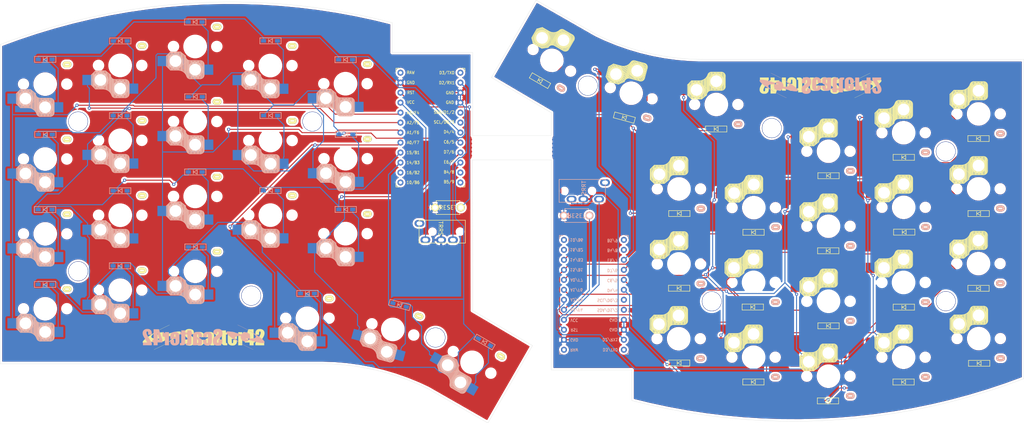
<source format=kicad_pcb>
(kicad_pcb (version 20171130) (host pcbnew "(5.1.7)-1")
  (title_block (title Scatter42-Choc) (date 2020-11-06) (rev 1.0.2))
  (layers (0 F.Cu signal hide) (31 B.Cu signal hide) (34 B.Paste user) (35 F.Paste user) (36 B.SilkS user) (37 F.SilkS user) (38 B.Mask user) (39 F.Mask user) (44 Edge.Cuts user))
  (net 0 "")
  (net 1 "Net-(D0-Pad2)")
  (net 2 row0)
  (net 3 "Net-(D1-Pad2)")
  (net 4 "Net-(D2-Pad2)")
  (net 5 "Net-(D3-Pad2)")
  (net 6 "Net-(D4-Pad2)")
  (net 7 row1)
  (net 8 "Net-(D5-Pad2)")
  (net 9 "Net-(D6-Pad2)")
  (net 10 "Net-(D7-Pad2)")
  (net 11 "Net-(D8-Pad2)")
  (net 12 "Net-(D9-Pad2)")
  (net 13 "Net-(D10-Pad2)")
  (net 14 row2)
  (net 15 "Net-(D11-Pad2)")
  (net 16 "Net-(D12-Pad2)")
  (net 17 "Net-(D13-Pad2)")
  (net 18 "Net-(D14-Pad2)")
  (net 19 "Net-(D15-Pad2)")
  (net 20 row3)
  (net 21 "Net-(D16-Pad2)")
  (net 22 "Net-(D17-Pad2)")
  (net 23 "Net-(D18-Pad2)")
  (net 24 "Net-(D19-Pad2)")
  (net 25 "Net-(D20-Pad2)")
  (net 26 row0_r)
  (net 27 "Net-(D21-Pad2)")
  (net 28 "Net-(D22-Pad2)")
  (net 29 "Net-(D23-Pad2)")
  (net 30 "Net-(D24-Pad2)")
  (net 31 "Net-(D25-Pad2)")
  (net 32 row1_r)
  (net 33 "Net-(D26-Pad2)")
  (net 34 "Net-(D27-Pad2)")
  (net 35 "Net-(D28-Pad2)")
  (net 36 "Net-(D29-Pad2)")
  (net 37 "Net-(D30-Pad2)")
  (net 38 "Net-(D31-Pad2)")
  (net 39 row2_r)
  (net 40 "Net-(D32-Pad2)")
  (net 41 "Net-(D33-Pad2)")
  (net 42 "Net-(D34-Pad2)")
  (net 43 "Net-(D35-Pad2)")
  (net 44 row3_r)
  (net 45 "Net-(D36-Pad2)")
  (net 46 "Net-(D37-Pad2)")
  (net 47 "Net-(D38-Pad2)")
  (net 48 "Net-(D39-Pad2)")
  (net 49 "Net-(D40-Pad2)")
  (net 50 "Net-(D41-Pad2)")
  (net 51 VCC)
  (net 52 "Net-(J0-PadA)")
  (net 53 data)
  (net 54 GND)
  (net 55 "Net-(J1-PadA)")
  (net 56 VDD)
  (net 57 GNDA)
  (net 58 data_r)
  (net 59 reset)
  (net 60 reset_r)
  (net 61 col0)
  (net 62 col1)
  (net 63 col2)
  (net 64 col3)
  (net 65 col4)
  (net 66 col5)
  (net 67 col0_r)
  (net 68 col1_r)
  (net 69 col2_r)
  (net 70 col3_r)
  (net 71 col4_r)
  (net 72 col5_r)
  (net 73 "Net-(U0-Pad1)")
  (net 74 "Net-(U0-Pad5)")
  (net 75 "Net-(U0-Pad6)")
  (net 76 "Net-(U0-Pad11)")
  (net 77 "Net-(U0-Pad12)")
  (net 78 "Net-(U0-Pad13)")
  (net 79 "Net-(U0-Pad14)")
  (net 80 "Net-(U0-Pad24)")
  (net 81 "Net-(U1-Pad24)")
  (net 82 "Net-(U1-Pad14)")
  (net 83 "Net-(U1-Pad13)")
  (net 84 "Net-(U1-Pad12)")
  (net 85 "Net-(U1-Pad11)")
  (net 86 "Net-(U1-Pad6)")
  (net 87 "Net-(U1-Pad5)")
  (net 88 "Net-(U1-Pad1)")
  (module bbrfkr_logos:logo (layer B.Cu) (at 227.0252 37.6174)
    (fp_text reference G*** hide)
    (fp_text value LOGO hide)
  )
  (module bbrfkr_logos:logo (layer F.Cu) (at 227.0252 37.6174 180)
    (fp_text reference G*** hide)
    (fp_text value LOGO hide)
  )
  (module bbrfkr_logos:logo (layer B.Cu) (at 70.3072 101.6254 180)
    (fp_text reference G*** hide)
    (fp_text value LOGO hide)
  )
  (module bbrfkr_logos:logo (layer F.Cu) (at 70.3072 101.6381)
    (fp_text reference G*** hide)
    (fp_text value LOGO hide)
  )
  (module foostan_kbd:ResetSW (layer B.Cu) (at 165.062 70.6755)
    (fp_text reference RSW1 hide)
    (fp_text value SW_PUSH)
    (fp_text user RESET (at 0 0 180 unlocked) (layer B.SilkS) (effects (justify mirror)))
    (pad 1 thru_hole circle (at 3.25 0) (size 2 2) (drill 1.3) (layers *.Cu *.Mask B.SilkS) (net 60 reset_r))
    (pad 2 thru_hole circle (at -3.25 0) (size 2 2) (drill 1.3) (layers *.Cu *.Mask B.SilkS) (net 57 GNDA))
  )
  (module foostan_kbd:ResetSW (layer F.Cu) (at 132.398 68.6435)
    (fp_text reference RSW0 hide)
    (fp_text value SW_PUSH)
    (fp_text user RESET (at 0 0) (layer F.SilkS))
    (pad 2 thru_hole circle (at -3.25 0) (size 2 2) (drill 1.3) (layers *.Cu *.Mask F.SilkS) (net 54 GND))
    (pad 1 thru_hole circle (at 3.25 0) (size 2 2) (drill 1.3) (layers *.Cu *.Mask F.SilkS) (net 59 reset))
  )
  (module foostan_kbd:ProMicro_v3 (layer F.Cu) (at 127.927 48.8188)
    (fp_text reference U0 hide)
    (fp_text value ProMicro hide)
    (fp_text user B4/8 (at 4.705 10.8 unlocked) (layer F.SilkS) (effects (font (size 0.75 0.67) (thickness 0.125))))
    (fp_text user D2/RX1 (at 4.155 -11.9 unlocked) (layer F.SilkS) (effects (font (size 0.75 0.67) (thickness 0.125))))
    (fp_text user B5/9 (at 4.705 13.3 unlocked) (layer F.SilkS) (effects (font (size 0.75 0.67) (thickness 0.125))))
    (fp_text user C6/5 (at 4.705 3.15 unlocked) (layer F.SilkS) (effects (font (size 0.75 0.67) (thickness 0.125))))
    (fp_text user SCL/D0/3 (at 3.455 -1.9 unlocked) (layer F.SilkS) (effects (font (size 0.75 0.67) (thickness 0.125))))
    (fp_text user SDA/D1/2 (at 3.455 -4.4 unlocked) (layer F.SilkS) (effects (font (size 0.75 0.67) (thickness 0.125))))
    (fp_text user D4/4 (at 4.705 0.6 unlocked) (layer F.SilkS) (effects (font (size 0.75 0.67) (thickness 0.125))))
    (fp_text user D3/TX0 (at 4.155 -14.45 unlocked) (layer F.SilkS) (effects (font (size 0.75 0.67) (thickness 0.125))))
    (fp_text user GND (at 4.955 -6.9 unlocked) (layer F.SilkS) (effects (font (size 0.75 0.67) (thickness 0.125))))
    (fp_text user GND (at 4.955 -9.35 unlocked) (layer F.SilkS) (effects (font (size 0.75 0.67) (thickness 0.125))))
    (fp_text user D7/6 (at 4.705 5.7 unlocked) (layer F.SilkS) (effects (font (size 0.75 0.67) (thickness 0.125))))
    (fp_text user E6/7 (at 4.705 8.25 unlocked) (layer F.SilkS) (effects (font (size 0.75 0.67) (thickness 0.125))))
    (fp_text user 16/B2 (at -4.395 10.95 unlocked) (layer F.SilkS) (effects (font (size 0.75 0.67) (thickness 0.125))))
    (fp_text user 10/B6 (at -4.395 13.45 unlocked) (layer F.SilkS) (effects (font (size 0.75 0.67) (thickness 0.125))))
    (fp_text user 14/B3 (at -4.395 8.4 unlocked) (layer F.SilkS) (effects (font (size 0.75 0.67) (thickness 0.125))))
    (fp_text user 15/B1 (at -4.395 5.85 unlocked) (layer F.SilkS) (effects (font (size 0.75 0.67) (thickness 0.125))))
    (fp_text user A0/F7 (at -4.395 3.3 unlocked) (layer F.SilkS) (effects (font (size 0.75 0.67) (thickness 0.125))))
    (fp_text user A1/F6 (at -4.395 0.75 unlocked) (layer F.SilkS) (effects (font (size 0.75 0.67) (thickness 0.125))))
    (fp_text user A2/F5 (at -4.395 -1.75 unlocked) (layer F.SilkS) (effects (font (size 0.75 0.67) (thickness 0.125))))
    (fp_text user A3/F4 (at -4.395 -4.25 unlocked) (layer F.SilkS) (effects (font (size 0.75 0.67) (thickness 0.125))))
    (fp_text user VCC (at -4.995 -6.95 unlocked) (layer F.SilkS) (effects (font (size 0.75 0.67) (thickness 0.125))))
    (fp_text user RST (at -4.995 -9.4 unlocked) (layer F.SilkS) (effects (font (size 0.75 0.67) (thickness 0.125))))
    (fp_text user GND (at -4.995 -11.95 unlocked) (layer F.SilkS) (effects (font (size 0.75 0.67) (thickness 0.125))))
    (fp_text user RAW (at -4.995 -14.5 unlocked) (layer F.SilkS) (effects (font (size 0.75 0.67) (thickness 0.125))))
    (pad 1 thru_hole circle (at 7.6114 -14.478) (size 1.524 1.524) (drill 0.8128) (layers *.Cu B.Mask) (net 73 "Net-(U0-Pad1)"))
    (pad 2 thru_hole circle (at 7.6114 -11.938) (size 1.524 1.524) (drill 0.8128) (layers *.Cu B.Mask) (net 53 data))
    (pad 3 thru_hole circle (at 7.6114 -9.398) (size 1.524 1.524) (drill 0.8128) (layers *.Cu B.Mask) (net 54 GND))
    (pad 4 thru_hole circle (at 7.6114 -6.858) (size 1.524 1.524) (drill 0.8128) (layers *.Cu B.Mask) (net 54 GND))
    (pad 5 thru_hole circle (at 7.6114 -4.318) (size 1.524 1.524) (drill 0.8128) (layers *.Cu B.Mask) (net 74 "Net-(U0-Pad5)"))
    (pad 6 thru_hole circle (at 7.6114 -1.778) (size 1.524 1.524) (drill 0.8128) (layers *.Cu B.Mask) (net 75 "Net-(U0-Pad6)"))
    (pad 7 thru_hole circle (at 7.6114 0.762) (size 1.524 1.524) (drill 0.8128) (layers *.Cu B.Mask) (net 2 row0))
    (pad 8 thru_hole circle (at 7.6114 3.302) (size 1.524 1.524) (drill 0.8128) (layers *.Cu B.Mask) (net 7 row1))
    (pad 9 thru_hole circle (at 7.6114 5.842) (size 1.524 1.524) (drill 0.8128) (layers *.Cu B.Mask) (net 14 row2))
    (pad 10 thru_hole circle (at 7.6114 8.382) (size 1.524 1.524) (drill 0.8128) (layers *.Cu B.Mask) (net 20 row3))
    (pad 11 thru_hole circle (at 7.6114 10.922) (size 1.524 1.524) (drill 0.8128) (layers *.Cu B.Mask) (net 76 "Net-(U0-Pad11)"))
    (pad 12 thru_hole circle (at 7.6114 13.462) (size 1.524 1.524) (drill 0.8128) (layers *.Cu B.Mask) (net 77 "Net-(U0-Pad12)"))
    (pad 13 thru_hole circle (at -7.6086 13.462) (size 1.524 1.524) (drill 0.8128) (layers *.Cu B.Mask) (net 78 "Net-(U0-Pad13)"))
    (pad 14 thru_hole circle (at -7.6086 10.922) (size 1.524 1.524) (drill 0.8128) (layers *.Cu B.Mask) (net 79 "Net-(U0-Pad14)"))
    (pad 15 thru_hole circle (at -7.6086 8.382) (size 1.524 1.524) (drill 0.8128) (layers *.Cu B.Mask) (net 66 col5))
    (pad 16 thru_hole circle (at -7.6086 5.842) (size 1.524 1.524) (drill 0.8128) (layers *.Cu B.Mask) (net 65 col4))
    (pad 17 thru_hole circle (at -7.6086 3.302) (size 1.524 1.524) (drill 0.8128) (layers *.Cu B.Mask) (net 64 col3))
    (pad 18 thru_hole circle (at -7.6086 0.762) (size 1.524 1.524) (drill 0.8128) (layers *.Cu B.Mask) (net 63 col2))
    (pad 19 thru_hole circle (at -7.6086 -1.778) (size 1.524 1.524) (drill 0.8128) (layers *.Cu B.Mask) (net 62 col1))
    (pad 20 thru_hole circle (at -7.6086 -4.318) (size 1.524 1.524) (drill 0.8128) (layers *.Cu B.Mask) (net 61 col0))
    (pad 21 thru_hole circle (at -7.6086 -6.858) (size 1.524 1.524) (drill 0.8128) (layers *.Cu B.Mask) (net 51 VCC))
    (pad 22 thru_hole circle (at -7.6086 -9.398) (size 1.524 1.524) (drill 0.8128) (layers *.Cu B.Mask) (net 59 reset))
    (pad 23 thru_hole circle (at -7.6086 -11.938) (size 1.524 1.524) (drill 0.8128) (layers *.Cu B.Mask) (net 54 GND))
    (pad 24 thru_hole circle (at -7.6086 -14.478) (size 1.524 1.524) (drill 0.8128) (layers *.Cu B.Mask) (net 80 "Net-(U0-Pad24)"))
  )
  (module foostan_kbd:ProMicro_v3 (layer B.Cu) (at 169.456 90.3351)
    (fp_text reference U1 hide)
    (fp_text value ProMicro hide)
    (fp_text user RAW (at -4.995 14.5 180 unlocked) (layer B.SilkS) (effects (font (size 0.75 0.67) (thickness 0.125)) (justify mirror)))
    (fp_text user GND (at -4.995 11.95 180 unlocked) (layer B.SilkS) (effects (font (size 0.75 0.67) (thickness 0.125)) (justify mirror)))
    (fp_text user RST (at -4.995 9.4 180 unlocked) (layer B.SilkS) (effects (font (size 0.75 0.67) (thickness 0.125)) (justify mirror)))
    (fp_text user VCC (at -4.995 6.95 180 unlocked) (layer B.SilkS) (effects (font (size 0.75 0.67) (thickness 0.125)) (justify mirror)))
    (fp_text user A3/F4 (at -4.395 4.25 180 unlocked) (layer B.SilkS) (effects (font (size 0.75 0.67) (thickness 0.125)) (justify mirror)))
    (fp_text user A2/F5 (at -4.395 1.75 180 unlocked) (layer B.SilkS) (effects (font (size 0.75 0.67) (thickness 0.125)) (justify mirror)))
    (fp_text user A1/F6 (at -4.395 -0.75 180 unlocked) (layer B.SilkS) (effects (font (size 0.75 0.67) (thickness 0.125)) (justify mirror)))
    (fp_text user A0/F7 (at -4.395 -3.3 180 unlocked) (layer B.SilkS) (effects (font (size 0.75 0.67) (thickness 0.125)) (justify mirror)))
    (fp_text user 15/B1 (at -4.395 -5.85 180 unlocked) (layer B.SilkS) (effects (font (size 0.75 0.67) (thickness 0.125)) (justify mirror)))
    (fp_text user 14/B3 (at -4.395 -8.4 180 unlocked) (layer B.SilkS) (effects (font (size 0.75 0.67) (thickness 0.125)) (justify mirror)))
    (fp_text user 10/B6 (at -4.395 -13.45 180 unlocked) (layer B.SilkS) (effects (font (size 0.75 0.67) (thickness 0.125)) (justify mirror)))
    (fp_text user 16/B2 (at -4.395 -10.95 180 unlocked) (layer B.SilkS) (effects (font (size 0.75 0.67) (thickness 0.125)) (justify mirror)))
    (fp_text user E6/7 (at 4.705 -8.25 180 unlocked) (layer B.SilkS) (effects (font (size 0.75 0.67) (thickness 0.125)) (justify mirror)))
    (fp_text user D7/6 (at 4.705 -5.7 180 unlocked) (layer B.SilkS) (effects (font (size 0.75 0.67) (thickness 0.125)) (justify mirror)))
    (fp_text user GND (at 4.955 9.35 180 unlocked) (layer B.SilkS) (effects (font (size 0.75 0.67) (thickness 0.125)) (justify mirror)))
    (fp_text user GND (at 4.955 6.9 180 unlocked) (layer B.SilkS) (effects (font (size 0.75 0.67) (thickness 0.125)) (justify mirror)))
    (fp_text user D3/TX0 (at 4.155 14.45 180 unlocked) (layer B.SilkS) (effects (font (size 0.75 0.67) (thickness 0.125)) (justify mirror)))
    (fp_text user D4/4 (at 4.705 -0.6 180 unlocked) (layer B.SilkS) (effects (font (size 0.75 0.67) (thickness 0.125)) (justify mirror)))
    (fp_text user SDA/D1/2 (at 3.455 4.4 180 unlocked) (layer B.SilkS) (effects (font (size 0.75 0.67) (thickness 0.125)) (justify mirror)))
    (fp_text user SCL/D0/3 (at 3.455 1.9 180 unlocked) (layer B.SilkS) (effects (font (size 0.75 0.67) (thickness 0.125)) (justify mirror)))
    (fp_text user C6/5 (at 4.705 -3.15 180 unlocked) (layer B.SilkS) (effects (font (size 0.75 0.67) (thickness 0.125)) (justify mirror)))
    (fp_text user B5/9 (at 4.705 -13.3 180 unlocked) (layer B.SilkS) (effects (font (size 0.75 0.67) (thickness 0.125)) (justify mirror)))
    (fp_text user D2/RX1 (at 4.155 11.9 180 unlocked) (layer B.SilkS) (effects (font (size 0.75 0.67) (thickness 0.125)) (justify mirror)))
    (fp_text user B4/8 (at 4.705 -10.8 180 unlocked) (layer B.SilkS) (effects (font (size 0.75 0.67) (thickness 0.125)) (justify mirror)))
    (pad 24 thru_hole circle (at -7.6086 14.478) (size 1.524 1.524) (drill 0.8128) (layers *.Cu F.Mask) (net 81 "Net-(U1-Pad24)"))
    (pad 23 thru_hole circle (at -7.6086 11.938) (size 1.524 1.524) (drill 0.8128) (layers *.Cu F.Mask) (net 57 GNDA))
    (pad 22 thru_hole circle (at -7.6086 9.398) (size 1.524 1.524) (drill 0.8128) (layers *.Cu F.Mask) (net 60 reset_r))
    (pad 21 thru_hole circle (at -7.6086 6.858) (size 1.524 1.524) (drill 0.8128) (layers *.Cu F.Mask) (net 56 VDD))
    (pad 20 thru_hole circle (at -7.6086 4.318) (size 1.524 1.524) (drill 0.8128) (layers *.Cu F.Mask) (net 67 col0_r))
    (pad 19 thru_hole circle (at -7.6086 1.778) (size 1.524 1.524) (drill 0.8128) (layers *.Cu F.Mask) (net 68 col1_r))
    (pad 18 thru_hole circle (at -7.6086 -0.762) (size 1.524 1.524) (drill 0.8128) (layers *.Cu F.Mask) (net 69 col2_r))
    (pad 17 thru_hole circle (at -7.6086 -3.302) (size 1.524 1.524) (drill 0.8128) (layers *.Cu F.Mask) (net 70 col3_r))
    (pad 16 thru_hole circle (at -7.6086 -5.842) (size 1.524 1.524) (drill 0.8128) (layers *.Cu F.Mask) (net 71 col4_r))
    (pad 15 thru_hole circle (at -7.6086 -8.382) (size 1.524 1.524) (drill 0.8128) (layers *.Cu F.Mask) (net 72 col5_r))
    (pad 14 thru_hole circle (at -7.6086 -10.922) (size 1.524 1.524) (drill 0.8128) (layers *.Cu F.Mask) (net 82 "Net-(U1-Pad14)"))
    (pad 13 thru_hole circle (at -7.6086 -13.462) (size 1.524 1.524) (drill 0.8128) (layers *.Cu F.Mask) (net 83 "Net-(U1-Pad13)"))
    (pad 12 thru_hole circle (at 7.6114 -13.462) (size 1.524 1.524) (drill 0.8128) (layers *.Cu F.Mask) (net 84 "Net-(U1-Pad12)"))
    (pad 11 thru_hole circle (at 7.6114 -10.922) (size 1.524 1.524) (drill 0.8128) (layers *.Cu F.Mask) (net 85 "Net-(U1-Pad11)"))
    (pad 10 thru_hole circle (at 7.6114 -8.382) (size 1.524 1.524) (drill 0.8128) (layers *.Cu F.Mask) (net 44 row3_r))
    (pad 9 thru_hole circle (at 7.6114 -5.842) (size 1.524 1.524) (drill 0.8128) (layers *.Cu F.Mask) (net 39 row2_r))
    (pad 8 thru_hole circle (at 7.6114 -3.302) (size 1.524 1.524) (drill 0.8128) (layers *.Cu F.Mask) (net 32 row1_r))
    (pad 7 thru_hole circle (at 7.6114 -0.762) (size 1.524 1.524) (drill 0.8128) (layers *.Cu F.Mask) (net 26 row0_r))
    (pad 6 thru_hole circle (at 7.6114 1.778) (size 1.524 1.524) (drill 0.8128) (layers *.Cu F.Mask) (net 86 "Net-(U1-Pad6)"))
    (pad 5 thru_hole circle (at 7.6114 4.318) (size 1.524 1.524) (drill 0.8128) (layers *.Cu F.Mask) (net 87 "Net-(U1-Pad5)"))
    (pad 4 thru_hole circle (at 7.6114 6.858) (size 1.524 1.524) (drill 0.8128) (layers *.Cu F.Mask) (net 57 GNDA))
    (pad 3 thru_hole circle (at 7.6114 9.398) (size 1.524 1.524) (drill 0.8128) (layers *.Cu F.Mask) (net 57 GNDA))
    (pad 2 thru_hole circle (at 7.6114 11.938) (size 1.524 1.524) (drill 0.8128) (layers *.Cu F.Mask) (net 58 data_r))
    (pad 1 thru_hole circle (at 7.6114 14.478) (size 1.524 1.524) (drill 0.8128) (layers *.Cu F.Mask) (net 88 "Net-(U1-Pad1)"))
  )
  (module foostan_kbd:D3_SMD (layer B.Cu) (at 155.766 36.3728 330)
    (fp_text reference D41 hide)
    (fp_text value D hide)
    (pad 1 smd rect (at -1.775 0 330) (size 1.3 0.95) (layers F.Cu F.Paste F.Mask) (net 44 row3_r))
    (pad 2 smd rect (at 1.775 0 330) (size 1.3 0.95) (layers F.Cu F.Paste F.Mask) (net 50 "Net-(D41-Pad2)"))
  )
  (module foostan_kbd:D3_SMD (layer B.Cu) (at 177.19 45.7708 345)
    (fp_text reference D40 hide)
    (fp_text value D hide)
    (pad 1 smd rect (at -1.775 0 345) (size 1.3 0.95) (layers F.Cu F.Paste F.Mask) (net 44 row3_r))
    (pad 2 smd rect (at 1.775 0 345) (size 1.3 0.95) (layers F.Cu F.Paste F.Mask) (net 49 "Net-(D40-Pad2)"))
  )
  (module foostan_kbd:D3_SMD (layer B.Cu) (at 200.52 48.6664)
    (fp_text reference D39 hide)
    (fp_text value D hide)
    (pad 1 smd rect (at -1.775 0) (size 1.3 0.95) (layers F.Cu F.Paste F.Mask) (net 44 row3_r))
    (pad 2 smd rect (at 1.775 0) (size 1.3 0.95) (layers F.Cu F.Paste F.Mask) (net 48 "Net-(D39-Pad2)"))
  )
  (module foostan_kbd:D3_SMD (layer B.Cu) (at 229.057 60.5536)
    (fp_text reference D38 hide)
    (fp_text value D hide)
    (pad 1 smd rect (at -1.775 0) (size 1.3 0.95) (layers F.Cu F.Paste F.Mask) (net 44 row3_r))
    (pad 2 smd rect (at 1.775 0) (size 1.3 0.95) (layers F.Cu F.Paste F.Mask) (net 47 "Net-(D38-Pad2)"))
  )
  (module foostan_kbd:D3_SMD (layer B.Cu) (at 248.171 55.88)
    (fp_text reference D37 hide)
    (fp_text value D hide)
    (pad 1 smd rect (at -1.775 0) (size 1.3 0.95) (layers F.Cu F.Paste F.Mask) (net 44 row3_r))
    (pad 2 smd rect (at 1.775 0) (size 1.3 0.95) (layers F.Cu F.Paste F.Mask) (net 46 "Net-(D37-Pad2)"))
  )
  (module foostan_kbd:D3_SMD (layer B.Cu) (at 267.157 51.1048)
    (fp_text reference D36 hide)
    (fp_text value D hide)
    (pad 1 smd rect (at -1.775 0) (size 1.3 0.95) (layers F.Cu F.Paste F.Mask) (net 44 row3_r))
    (pad 2 smd rect (at 1.775 0) (size 1.3 0.95) (layers F.Cu F.Paste F.Mask) (net 45 "Net-(D36-Pad2)"))
  )
  (module foostan_kbd:D3_SMD (layer B.Cu) (at 191.16 70.1675)
    (fp_text reference D35 hide)
    (fp_text value D hide)
    (pad 1 smd rect (at -1.775 0) (size 1.3 0.95) (layers F.Cu F.Paste F.Mask) (net 39 row2_r))
    (pad 2 smd rect (at 1.775 0) (size 1.3 0.95) (layers F.Cu F.Paste F.Mask) (net 43 "Net-(D35-Pad2)"))
  )
  (module foostan_kbd:D3_SMD (layer B.Cu) (at 210.007 74.9427)
    (fp_text reference D34 hide)
    (fp_text value D hide)
    (pad 1 smd rect (at -1.775 0) (size 1.3 0.95) (layers F.Cu F.Paste F.Mask) (net 39 row2_r))
    (pad 2 smd rect (at 1.775 0) (size 1.3 0.95) (layers F.Cu F.Paste F.Mask) (net 42 "Net-(D34-Pad2)"))
  )
  (module foostan_kbd:D3_SMD (layer B.Cu) (at 228.981 79.6417)
    (fp_text reference D33 hide)
    (fp_text value D hide)
    (pad 1 smd rect (at -1.775 0) (size 1.3 0.95) (layers F.Cu F.Paste F.Mask) (net 39 row2_r))
    (pad 2 smd rect (at 1.775 0) (size 1.3 0.95) (layers F.Cu F.Paste F.Mask) (net 41 "Net-(D33-Pad2)"))
  )
  (module foostan_kbd:D3_SMD (layer B.Cu) (at 248.285 74.9046)
    (fp_text reference D32 hide)
    (fp_text value D hide)
    (pad 1 smd rect (at -1.775 0) (size 1.3 0.95) (layers F.Cu F.Paste F.Mask) (net 39 row2_r))
    (pad 2 smd rect (at 1.775 0) (size 1.3 0.95) (layers F.Cu F.Paste F.Mask) (net 40 "Net-(D32-Pad2)"))
  )
  (module foostan_kbd:D3_SMD (layer B.Cu) (at 267.195 70.1802)
    (fp_text reference D31 hide)
    (fp_text value D hide)
    (pad 1 smd rect (at -1.775 0) (size 1.3 0.95) (layers F.Cu F.Paste F.Mask) (net 39 row2_r))
    (pad 2 smd rect (at 1.775 0) (size 1.3 0.95) (layers F.Cu F.Paste F.Mask) (net 38 "Net-(D31-Pad2)"))
  )
  (module foostan_kbd:D3_SMD (layer B.Cu) (at 191.11 89.1667)
    (fp_text reference D30 hide)
    (fp_text value D hide)
    (pad 1 smd rect (at -1.775 0) (size 1.3 0.95) (layers F.Cu F.Paste F.Mask) (net 32 row1_r))
    (pad 2 smd rect (at 1.775 0) (size 1.3 0.95) (layers F.Cu F.Paste F.Mask) (net 37 "Net-(D30-Pad2)"))
  )
  (module foostan_kbd:D3_SMD (layer B.Cu) (at 209.817 93.9546)
    (fp_text reference D29 hide)
    (fp_text value D hide)
    (pad 1 smd rect (at -1.775 0) (size 1.3 0.95) (layers F.Cu F.Paste F.Mask) (net 32 row1_r))
    (pad 2 smd rect (at 1.775 0) (size 1.3 0.95) (layers F.Cu F.Paste F.Mask) (net 36 "Net-(D29-Pad2)"))
  )
  (module foostan_kbd:D3_SMD (layer B.Cu) (at 229.057 98.7298)
    (fp_text reference D28 hide)
    (fp_text value D hide)
    (pad 1 smd rect (at -1.775 0) (size 1.3 0.95) (layers F.Cu F.Paste F.Mask) (net 32 row1_r))
    (pad 2 smd rect (at 1.775 0) (size 1.3 0.95) (layers F.Cu F.Paste F.Mask) (net 35 "Net-(D28-Pad2)"))
  )
  (module foostan_kbd:D3_SMD (layer B.Cu) (at 248.183 93.98)
    (fp_text reference D27 hide)
    (fp_text value D hide)
    (pad 1 smd rect (at -1.775 0) (size 1.3 0.95) (layers F.Cu F.Paste F.Mask) (net 32 row1_r))
    (pad 2 smd rect (at 1.775 0) (size 1.3 0.95) (layers F.Cu F.Paste F.Mask) (net 34 "Net-(D27-Pad2)"))
  )
  (module foostan_kbd:D3_SMD (layer B.Cu) (at 267.157 89.1921)
    (fp_text reference D26 hide)
    (fp_text value D hide)
    (pad 1 smd rect (at -1.775 0) (size 1.3 0.95) (layers F.Cu F.Paste F.Mask) (net 32 row1_r))
    (pad 2 smd rect (at 1.775 0) (size 1.3 0.95) (layers F.Cu F.Paste F.Mask) (net 33 "Net-(D26-Pad2)"))
  )
  (module foostan_kbd:D3_SMD (layer B.Cu) (at 191.11 108.179)
    (fp_text reference D25 hide)
    (fp_text value D hide)
    (pad 1 smd rect (at -1.775 0) (size 1.3 0.95) (layers F.Cu F.Paste F.Mask) (net 26 row0_r))
    (pad 2 smd rect (at 1.775 0) (size 1.3 0.95) (layers F.Cu F.Paste F.Mask) (net 31 "Net-(D25-Pad2)"))
  )
  (module foostan_kbd:D3_SMD (layer B.Cu) (at 209.969 113.005)
    (fp_text reference D24 hide)
    (fp_text value D hide)
    (pad 1 smd rect (at -1.775 0) (size 1.3 0.95) (layers F.Cu F.Paste F.Mask) (net 26 row0_r))
    (pad 2 smd rect (at 1.775 0) (size 1.3 0.95) (layers F.Cu F.Paste F.Mask) (net 30 "Net-(D24-Pad2)"))
  )
  (module foostan_kbd:D3_SMD (layer B.Cu) (at 228.918 117.818)
    (fp_text reference D23 hide)
    (fp_text value D hide)
    (pad 1 smd rect (at -1.775 0) (size 1.3 0.95) (layers F.Cu F.Paste F.Mask) (net 26 row0_r))
    (pad 2 smd rect (at 1.775 0) (size 1.3 0.95) (layers F.Cu F.Paste F.Mask) (net 29 "Net-(D23-Pad2)"))
  )
  (module foostan_kbd:D3_SMD (layer B.Cu) (at 248.12 113.017)
    (fp_text reference D22 hide)
    (fp_text value D hide)
    (pad 1 smd rect (at -1.775 0) (size 1.3 0.95) (layers F.Cu F.Paste F.Mask) (net 26 row0_r))
    (pad 2 smd rect (at 1.775 0) (size 1.3 0.95) (layers F.Cu F.Paste F.Mask) (net 28 "Net-(D22-Pad2)"))
  )
  (module foostan_kbd:D3_SMD (layer B.Cu) (at 267.322 108.255)
    (fp_text reference D21 hide)
    (fp_text value D hide)
    (pad 1 smd rect (at -1.775 0) (size 1.3 0.95) (layers F.Cu F.Paste F.Mask) (net 26 row0_r))
    (pad 2 smd rect (at 1.775 0) (size 1.3 0.95) (layers F.Cu F.Paste F.Mask) (net 27 "Net-(D21-Pad2)"))
  )
  (module foostan_kbd:D3_SMD (layer F.Cu) (at 141.656 102.845 330)
    (fp_text reference D20 hide)
    (fp_text value D hide)
    (pad 1 smd rect (at -1.775 0 330) (size 1.3 0.95) (layers B.Cu B.Paste B.Mask) (net 20 row3))
    (pad 2 smd rect (at 1.775 0 330) (size 1.3 0.95) (layers B.Cu B.Paste B.Mask) (net 25 "Net-(D20-Pad2)"))
  )
  (module foostan_kbd:D3_SMD (layer F.Cu) (at 120.104 93.4212 345)
    (fp_text reference D19 hide)
    (fp_text value D hide)
    (pad 1 smd rect (at -1.775 0 345) (size 1.3 0.95) (layers B.Cu B.Paste B.Mask) (net 20 row3))
    (pad 2 smd rect (at 1.775 0 345) (size 1.3 0.95) (layers B.Cu B.Paste B.Mask) (net 24 "Net-(D19-Pad2)"))
  )
  (module foostan_kbd:D3_SMD (layer F.Cu) (at 96.6851 90.5002)
    (fp_text reference D18 hide)
    (fp_text value D hide)
    (pad 1 smd rect (at -1.775 0) (size 1.3 0.95) (layers B.Cu B.Paste B.Mask) (net 20 row3))
    (pad 2 smd rect (at 1.775 0) (size 1.3 0.95) (layers B.Cu B.Paste B.Mask) (net 23 "Net-(D18-Pad2)"))
  )
  (module foostan_kbd:D3_SMD (layer F.Cu) (at 68.2371 78.6638)
    (fp_text reference D17 hide)
    (fp_text value D hide)
    (pad 1 smd rect (at -1.775 0) (size 1.3 0.95) (layers B.Cu B.Paste B.Mask) (net 20 row3))
    (pad 2 smd rect (at 1.775 0) (size 1.3 0.95) (layers B.Cu B.Paste B.Mask) (net 22 "Net-(D17-Pad2)"))
  )
  (module foostan_kbd:D3_SMD (layer F.Cu) (at 49.0728 83.4644)
    (fp_text reference D16 hide)
    (fp_text value D hide)
    (pad 1 smd rect (at -1.775 0) (size 1.3 0.95) (layers B.Cu B.Paste B.Mask) (net 20 row3))
    (pad 2 smd rect (at 1.775 0) (size 1.3 0.95) (layers B.Cu B.Paste B.Mask) (net 21 "Net-(D16-Pad2)"))
  )
  (module foostan_kbd:D3_SMD (layer F.Cu) (at 30.0482 88.2015)
    (fp_text reference D15 hide)
    (fp_text value D hide)
    (pad 1 smd rect (at -1.775 0) (size 1.3 0.95) (layers B.Cu B.Paste B.Mask) (net 20 row3))
    (pad 2 smd rect (at 1.775 0) (size 1.3 0.95) (layers B.Cu B.Paste B.Mask) (net 19 "Net-(D15-Pad2)"))
  )
  (module foostan_kbd:D3_SMD (layer F.Cu) (at 106.413 69.1261)
    (fp_text reference D14 hide)
    (fp_text value D hide)
    (pad 1 smd rect (at -1.775 0) (size 1.3 0.95) (layers B.Cu B.Paste B.Mask) (net 14 row2))
    (pad 2 smd rect (at 1.775 0) (size 1.3 0.95) (layers B.Cu B.Paste B.Mask) (net 18 "Net-(D14-Pad2)"))
  )
  (module foostan_kbd:D3_SMD (layer F.Cu) (at 87.2744 64.3255)
    (fp_text reference D13 hide)
    (fp_text value D hide)
    (pad 1 smd rect (at -1.775 0) (size 1.3 0.95) (layers B.Cu B.Paste B.Mask) (net 14 row2))
    (pad 2 smd rect (at 1.775 0) (size 1.3 0.95) (layers B.Cu B.Paste B.Mask) (net 17 "Net-(D13-Pad2)"))
  )
  (module foostan_kbd:D3_SMD (layer F.Cu) (at 68.1863 59.6011)
    (fp_text reference D12 hide)
    (fp_text value D hide)
    (pad 1 smd rect (at -1.775 0) (size 1.3 0.95) (layers B.Cu B.Paste B.Mask) (net 14 row2))
    (pad 2 smd rect (at 1.775 0) (size 1.3 0.95) (layers B.Cu B.Paste B.Mask) (net 16 "Net-(D12-Pad2)"))
  )
  (module foostan_kbd:D3_SMD (layer F.Cu) (at 49.1236 64.3763)
    (fp_text reference D11 hide)
    (fp_text value D hide)
    (pad 1 smd rect (at -1.775 0) (size 1.3 0.95) (layers B.Cu B.Paste B.Mask) (net 14 row2))
    (pad 2 smd rect (at 1.775 0) (size 1.3 0.95) (layers B.Cu B.Paste B.Mask) (net 15 "Net-(D11-Pad2)"))
  )
  (module foostan_kbd:D3_SMD (layer F.Cu) (at 30.0482 69.1642)
    (fp_text reference D10 hide)
    (fp_text value D hide)
    (pad 1 smd rect (at -1.775 0) (size 1.3 0.95) (layers B.Cu B.Paste B.Mask) (net 14 row2))
    (pad 2 smd rect (at 1.775 0) (size 1.3 0.95) (layers B.Cu B.Paste B.Mask) (net 13 "Net-(D10-Pad2)"))
  )
  (module foostan_kbd:D3_SMD (layer F.Cu) (at 106.464 50.0507)
    (fp_text reference D9 hide)
    (fp_text value D hide)
    (pad 1 smd rect (at -1.775 0) (size 1.3 0.95) (layers B.Cu B.Paste B.Mask) (net 7 row1))
    (pad 2 smd rect (at 1.775 0) (size 1.3 0.95) (layers B.Cu B.Paste B.Mask) (net 12 "Net-(D9-Pad2)"))
  )
  (module foostan_kbd:D3_SMD (layer F.Cu) (at 87.3252 45.2374)
    (fp_text reference D8 hide)
    (fp_text value D hide)
    (pad 1 smd rect (at -1.775 0) (size 1.3 0.95) (layers B.Cu B.Paste B.Mask) (net 7 row1))
    (pad 2 smd rect (at 1.775 0) (size 1.3 0.95) (layers B.Cu B.Paste B.Mask) (net 11 "Net-(D8-Pad2)"))
  )
  (module foostan_kbd:D3_SMD (layer F.Cu) (at 68.2117 40.4876)
    (fp_text reference D7 hide)
    (fp_text value D hide)
    (pad 1 smd rect (at -1.775 0) (size 1.3 0.95) (layers B.Cu B.Paste B.Mask) (net 7 row1))
    (pad 2 smd rect (at 1.775 0) (size 1.3 0.95) (layers B.Cu B.Paste B.Mask) (net 10 "Net-(D7-Pad2)"))
  )
  (module foostan_kbd:D3_SMD (layer F.Cu) (at 49.1109 45.2755)
    (fp_text reference D6 hide)
    (fp_text value D hide)
    (pad 1 smd rect (at -1.775 0) (size 1.3 0.95) (layers B.Cu B.Paste B.Mask) (net 7 row1))
    (pad 2 smd rect (at 1.775 0) (size 1.3 0.95) (layers B.Cu B.Paste B.Mask) (net 9 "Net-(D6-Pad2)"))
  )
  (module foostan_kbd:D3_SMD (layer F.Cu) (at 30.1117 50.0507)
    (fp_text reference D5 hide)
    (fp_text value D hide)
    (pad 1 smd rect (at -1.775 0) (size 1.3 0.95) (layers B.Cu B.Paste B.Mask) (net 7 row1))
    (pad 2 smd rect (at 1.775 0) (size 1.3 0.95) (layers B.Cu B.Paste B.Mask) (net 8 "Net-(D5-Pad2)"))
  )
  (module foostan_kbd:D3_SMD (layer F.Cu) (at 106.375 31.0515)
    (fp_text reference D4 hide)
    (fp_text value D hide)
    (pad 1 smd rect (at -1.775 0) (size 1.3 0.95) (layers B.Cu B.Paste B.Mask) (net 2 row0))
    (pad 2 smd rect (at 1.775 0) (size 1.3 0.95) (layers B.Cu B.Paste B.Mask) (net 6 "Net-(D4-Pad2)"))
  )
  (module foostan_kbd:D3_SMD (layer F.Cu) (at 87.2998 26.2509)
    (fp_text reference D3 hide)
    (fp_text value D hide)
    (pad 1 smd rect (at -1.775 0) (size 1.3 0.95) (layers B.Cu B.Paste B.Mask) (net 2 row0))
    (pad 2 smd rect (at 1.775 0) (size 1.3 0.95) (layers B.Cu B.Paste B.Mask) (net 5 "Net-(D3-Pad2)"))
  )
  (module foostan_kbd:D3_SMD (layer F.Cu) (at 68.1609 21.4503)
    (fp_text reference D2 hide)
    (fp_text value D hide)
    (pad 1 smd rect (at -1.775 0) (size 1.3 0.95) (layers B.Cu B.Paste B.Mask) (net 2 row0))
    (pad 2 smd rect (at 1.775 0) (size 1.3 0.95) (layers B.Cu B.Paste B.Mask) (net 4 "Net-(D2-Pad2)"))
  )
  (module foostan_kbd:D3_SMD (layer F.Cu) (at 49.149 26.2763)
    (fp_text reference D1 hide)
    (fp_text value D hide)
    (pad 1 smd rect (at -1.775 0) (size 1.3 0.95) (layers B.Cu B.Paste B.Mask) (net 2 row0))
    (pad 2 smd rect (at 1.775 0) (size 1.3 0.95) (layers B.Cu B.Paste B.Mask) (net 3 "Net-(D1-Pad2)"))
  )
  (module foostan_kbd:D3_SMD (layer F.Cu) (at 30.0736 30.9626)
    (fp_text reference D0 hide)
    (fp_text value D hide)
    (pad 1 smd rect (at -1.775 0) (size 1.3 0.95) (layers B.Cu B.Paste B.Mask) (net 2 row0))
    (pad 2 smd rect (at 1.775 0) (size 1.3 0.95) (layers B.Cu B.Paste B.Mask) (net 1 "Net-(D0-Pad2)"))
  )
  (module foostan_kbd:ChocV1_V2_Hotswap (layer B.Cu) (at 158.775 31.2039 330)
    (fp_text reference SW41 hide)
    (fp_text value SW_PUSH hide)
    (pad "" np_thru_hole circle (at 5.5 0 240) (size 1.9 1.9) (drill 1.9) (layers *.Cu))
    (pad "" np_thru_hole circle (at -5.5 0 240) (size 1.9 1.9) (drill 1.9) (layers *.Cu))
    (pad "" np_thru_hole circle (at 0 0 240) (size 5 5) (drill 5) (layers *.Cu))
    (pad "" np_thru_hole circle (at 0 -5.9 240) (size 3 3) (drill 3) (layers *.Cu *.Mask))
    (pad "" np_thru_hole circle (at -5 -3.7 240) (size 3 3) (drill 3) (layers *.Cu *.Mask))
    (pad 2 smd rect (at 3.3 -5.9 150) (size 2.6 2.6) (layers F.Cu F.Paste F.Mask) (net 50 "Net-(D41-Pad2)"))
    (pad 1 smd rect (at -8.3 -3.7 150) (size 2.6 2.6) (layers F.Cu F.Paste F.Mask) (net 72 col5_r))
    (pad "" thru_hole oval (at 5.55 5 150) (size 2.2 1.5) (drill oval 1 0.3) (layers *.Cu B.SilkS F.Mask))
  )
  (module foostan_kbd:ChocV1_V2_Hotswap (layer B.Cu) (at 178.93 39.5732 345)
    (fp_text reference SW40 hide)
    (fp_text value SW_PUSH hide)
    (pad "" np_thru_hole circle (at 5.5 0 255) (size 1.9 1.9) (drill 1.9) (layers *.Cu))
    (pad "" np_thru_hole circle (at -5.5 0 255) (size 1.9 1.9) (drill 1.9) (layers *.Cu))
    (pad "" np_thru_hole circle (at 0 0 255) (size 5 5) (drill 5) (layers *.Cu))
    (pad "" np_thru_hole circle (at 0 -5.9 255) (size 3 3) (drill 3) (layers *.Cu *.Mask))
    (pad "" np_thru_hole circle (at -5 -3.7 255) (size 3 3) (drill 3) (layers *.Cu *.Mask))
    (pad 2 smd rect (at 3.3 -5.9 165) (size 2.6 2.6) (layers F.Cu F.Paste F.Mask) (net 49 "Net-(D40-Pad2)"))
    (pad 1 smd rect (at -8.3 -3.7 165) (size 2.6 2.6) (layers F.Cu F.Paste F.Mask) (net 71 col4_r))
    (pad "" thru_hole oval (at 5.55 5 165) (size 2.2 1.5) (drill oval 1 0.3) (layers *.Cu B.SilkS F.Mask))
  )
  (module foostan_kbd:ChocV1_V2_Hotswap (layer B.Cu) (at 200.546 42.4307)
    (fp_text reference SW39 hide)
    (fp_text value SW_PUSH hide)
    (pad "" np_thru_hole circle (at 5.5 0 270) (size 1.9 1.9) (drill 1.9) (layers *.Cu))
    (pad "" np_thru_hole circle (at -5.5 0 270) (size 1.9 1.9) (drill 1.9) (layers *.Cu))
    (pad "" np_thru_hole circle (at 0 0 270) (size 5 5) (drill 5) (layers *.Cu))
    (pad "" np_thru_hole circle (at 0 -5.9 270) (size 3 3) (drill 3) (layers *.Cu *.Mask))
    (pad "" np_thru_hole circle (at -5 -3.7 270) (size 3 3) (drill 3) (layers *.Cu *.Mask))
    (pad 2 smd rect (at 3.3 -5.9 180) (size 2.6 2.6) (layers F.Cu F.Paste F.Mask) (net 48 "Net-(D39-Pad2)"))
    (pad 1 smd rect (at -8.3 -3.7 180) (size 2.6 2.6) (layers F.Cu F.Paste F.Mask) (net 70 col3_r))
    (pad "" thru_hole oval (at 5.55 5 180) (size 2.2 1.5) (drill oval 1 0.3) (layers *.Cu B.SilkS F.Mask))
  )
  (module foostan_kbd:ChocV1_V2_Hotswap (layer B.Cu) (at 229.044 54.3306)
    (fp_text reference SW38 hide)
    (fp_text value SW_PUSH hide)
    (pad "" np_thru_hole circle (at 5.5 0 270) (size 1.9 1.9) (drill 1.9) (layers *.Cu))
    (pad "" np_thru_hole circle (at -5.5 0 270) (size 1.9 1.9) (drill 1.9) (layers *.Cu))
    (pad "" np_thru_hole circle (at 0 0 270) (size 5 5) (drill 5) (layers *.Cu))
    (pad "" np_thru_hole circle (at 0 -5.9 270) (size 3 3) (drill 3) (layers *.Cu *.Mask))
    (pad "" np_thru_hole circle (at -5 -3.7 270) (size 3 3) (drill 3) (layers *.Cu *.Mask))
    (pad 2 smd rect (at 3.3 -5.9 180) (size 2.6 2.6) (layers F.Cu F.Paste F.Mask) (net 47 "Net-(D38-Pad2)"))
    (pad 1 smd rect (at -8.3 -3.7 180) (size 2.6 2.6) (layers F.Cu F.Paste F.Mask) (net 69 col2_r))
    (pad "" thru_hole oval (at 5.55 5 180) (size 2.2 1.5) (drill oval 1 0.3) (layers *.Cu B.SilkS F.Mask))
  )
  (module foostan_kbd:ChocV1_V2_Hotswap (layer B.Cu) (at 248.133 49.6189)
    (fp_text reference SW37 hide)
    (fp_text value SW_PUSH hide)
    (pad "" np_thru_hole circle (at 5.5 0 270) (size 1.9 1.9) (drill 1.9) (layers *.Cu))
    (pad "" np_thru_hole circle (at -5.5 0 270) (size 1.9 1.9) (drill 1.9) (layers *.Cu))
    (pad "" np_thru_hole circle (at 0 0 270) (size 5 5) (drill 5) (layers *.Cu))
    (pad "" np_thru_hole circle (at 0 -5.9 270) (size 3 3) (drill 3) (layers *.Cu *.Mask))
    (pad "" np_thru_hole circle (at -5 -3.7 270) (size 3 3) (drill 3) (layers *.Cu *.Mask))
    (pad 2 smd rect (at 3.3 -5.9 180) (size 2.6 2.6) (layers F.Cu F.Paste F.Mask) (net 46 "Net-(D37-Pad2)"))
    (pad 1 smd rect (at -8.3 -3.7 180) (size 2.6 2.6) (layers F.Cu F.Paste F.Mask) (net 68 col1_r))
    (pad "" thru_hole oval (at 5.55 5 180) (size 2.2 1.5) (drill oval 1 0.3) (layers *.Cu B.SilkS F.Mask))
  )
  (module foostan_kbd:ChocV1_V2_Hotswap (layer B.Cu) (at 267.183 44.831)
    (fp_text reference SW36 hide)
    (fp_text value SW_PUSH hide)
    (pad "" np_thru_hole circle (at 5.5 0 270) (size 1.9 1.9) (drill 1.9) (layers *.Cu))
    (pad "" np_thru_hole circle (at -5.5 0 270) (size 1.9 1.9) (drill 1.9) (layers *.Cu))
    (pad "" np_thru_hole circle (at 0 0 270) (size 5 5) (drill 5) (layers *.Cu))
    (pad "" np_thru_hole circle (at 0 -5.9 270) (size 3 3) (drill 3) (layers *.Cu *.Mask))
    (pad "" np_thru_hole circle (at -5 -3.7 270) (size 3 3) (drill 3) (layers *.Cu *.Mask))
    (pad 2 smd rect (at 3.3 -5.9 180) (size 2.6 2.6) (layers F.Cu F.Paste F.Mask) (net 45 "Net-(D36-Pad2)"))
    (pad 1 smd rect (at -8.3 -3.7 180) (size 2.6 2.6) (layers F.Cu F.Paste F.Mask) (net 67 col0_r))
    (pad "" thru_hole oval (at 5.55 5 180) (size 2.2 1.5) (drill oval 1 0.3) (layers *.Cu B.SilkS F.Mask))
  )
  (module foostan_kbd:ChocV1_V2_Hotswap (layer B.Cu) (at 191.059 63.9064)
    (fp_text reference SW35 hide)
    (fp_text value SW_PUSH hide)
    (pad "" np_thru_hole circle (at 5.5 0 270) (size 1.9 1.9) (drill 1.9) (layers *.Cu))
    (pad "" np_thru_hole circle (at -5.5 0 270) (size 1.9 1.9) (drill 1.9) (layers *.Cu))
    (pad "" np_thru_hole circle (at 0 0 270) (size 5 5) (drill 5) (layers *.Cu))
    (pad "" np_thru_hole circle (at 0 -5.9 270) (size 3 3) (drill 3) (layers *.Cu *.Mask))
    (pad "" np_thru_hole circle (at -5 -3.7 270) (size 3 3) (drill 3) (layers *.Cu *.Mask))
    (pad 2 smd rect (at 3.3 -5.9 180) (size 2.6 2.6) (layers F.Cu F.Paste F.Mask) (net 43 "Net-(D35-Pad2)"))
    (pad 1 smd rect (at -8.3 -3.7 180) (size 2.6 2.6) (layers F.Cu F.Paste F.Mask) (net 71 col4_r))
    (pad "" thru_hole oval (at 5.55 5 180) (size 2.2 1.5) (drill oval 1 0.3) (layers *.Cu B.SilkS F.Mask))
  )
  (module foostan_kbd:ChocV1_V2_Hotswap (layer B.Cu) (at 210.071 68.6689)
    (fp_text reference SW34 hide)
    (fp_text value SW_PUSH hide)
    (pad "" np_thru_hole circle (at 5.5 0 270) (size 1.9 1.9) (drill 1.9) (layers *.Cu))
    (pad "" np_thru_hole circle (at -5.5 0 270) (size 1.9 1.9) (drill 1.9) (layers *.Cu))
    (pad "" np_thru_hole circle (at 0 0 270) (size 5 5) (drill 5) (layers *.Cu))
    (pad "" np_thru_hole circle (at 0 -5.9 270) (size 3 3) (drill 3) (layers *.Cu *.Mask))
    (pad "" np_thru_hole circle (at -5 -3.7 270) (size 3 3) (drill 3) (layers *.Cu *.Mask))
    (pad 2 smd rect (at 3.3 -5.9 180) (size 2.6 2.6) (layers F.Cu F.Paste F.Mask) (net 42 "Net-(D34-Pad2)"))
    (pad 1 smd rect (at -8.3 -3.7 180) (size 2.6 2.6) (layers F.Cu F.Paste F.Mask) (net 70 col3_r))
    (pad "" thru_hole oval (at 5.55 5 180) (size 2.2 1.5) (drill oval 1 0.3) (layers *.Cu B.SilkS F.Mask))
  )
  (module foostan_kbd:ChocV1_V2_Hotswap (layer B.Cu) (at 229.044 73.3933)
    (fp_text reference SW33 hide)
    (fp_text value SW_PUSH hide)
    (pad "" np_thru_hole circle (at 5.5 0 270) (size 1.9 1.9) (drill 1.9) (layers *.Cu))
    (pad "" np_thru_hole circle (at -5.5 0 270) (size 1.9 1.9) (drill 1.9) (layers *.Cu))
    (pad "" np_thru_hole circle (at 0 0 270) (size 5 5) (drill 5) (layers *.Cu))
    (pad "" np_thru_hole circle (at 0 -5.9 270) (size 3 3) (drill 3) (layers *.Cu *.Mask))
    (pad "" np_thru_hole circle (at -5 -3.7 270) (size 3 3) (drill 3) (layers *.Cu *.Mask))
    (pad 2 smd rect (at 3.3 -5.9 180) (size 2.6 2.6) (layers F.Cu F.Paste F.Mask) (net 41 "Net-(D33-Pad2)"))
    (pad 1 smd rect (at -8.3 -3.7 180) (size 2.6 2.6) (layers F.Cu F.Paste F.Mask) (net 69 col2_r))
    (pad "" thru_hole oval (at 5.55 5 180) (size 2.2 1.5) (drill oval 1 0.3) (layers *.Cu B.SilkS F.Mask))
  )
  (module foostan_kbd:ChocV1_V2_Hotswap (layer B.Cu) (at 248.145 68.5927)
    (fp_text reference SW32 hide)
    (fp_text value SW_PUSH hide)
    (pad "" np_thru_hole circle (at 5.5 0 270) (size 1.9 1.9) (drill 1.9) (layers *.Cu))
    (pad "" np_thru_hole circle (at -5.5 0 270) (size 1.9 1.9) (drill 1.9) (layers *.Cu))
    (pad "" np_thru_hole circle (at 0 0 270) (size 5 5) (drill 5) (layers *.Cu))
    (pad "" np_thru_hole circle (at 0 -5.9 270) (size 3 3) (drill 3) (layers *.Cu *.Mask))
    (pad "" np_thru_hole circle (at -5 -3.7 270) (size 3 3) (drill 3) (layers *.Cu *.Mask))
    (pad 2 smd rect (at 3.3 -5.9 180) (size 2.6 2.6) (layers F.Cu F.Paste F.Mask) (net 40 "Net-(D32-Pad2)"))
    (pad 1 smd rect (at -8.3 -3.7 180) (size 2.6 2.6) (layers F.Cu F.Paste F.Mask) (net 68 col1_r))
    (pad "" thru_hole oval (at 5.55 5 180) (size 2.2 1.5) (drill oval 1 0.3) (layers *.Cu B.SilkS F.Mask))
  )
  (module foostan_kbd:ChocV1_V2_Hotswap (layer B.Cu) (at 267.157 63.881)
    (fp_text reference SW31 hide)
    (fp_text value SW_PUSH hide)
    (pad "" np_thru_hole circle (at 5.5 0 270) (size 1.9 1.9) (drill 1.9) (layers *.Cu))
    (pad "" np_thru_hole circle (at -5.5 0 270) (size 1.9 1.9) (drill 1.9) (layers *.Cu))
    (pad "" np_thru_hole circle (at 0 0 270) (size 5 5) (drill 5) (layers *.Cu))
    (pad "" np_thru_hole circle (at 0 -5.9 270) (size 3 3) (drill 3) (layers *.Cu *.Mask))
    (pad "" np_thru_hole circle (at -5 -3.7 270) (size 3 3) (drill 3) (layers *.Cu *.Mask))
    (pad 2 smd rect (at 3.3 -5.9 180) (size 2.6 2.6) (layers F.Cu F.Paste F.Mask) (net 38 "Net-(D31-Pad2)"))
    (pad 1 smd rect (at -8.3 -3.7 180) (size 2.6 2.6) (layers F.Cu F.Paste F.Mask) (net 67 col0_r))
    (pad "" thru_hole oval (at 5.55 5 180) (size 2.2 1.5) (drill oval 1 0.3) (layers *.Cu B.SilkS F.Mask))
  )
  (module foostan_kbd:ChocV1_V2_Hotswap (layer B.Cu) (at 191.059 82.9945)
    (fp_text reference SW30 hide)
    (fp_text value SW_PUSH hide)
    (pad "" np_thru_hole circle (at 5.5 0 270) (size 1.9 1.9) (drill 1.9) (layers *.Cu))
    (pad "" np_thru_hole circle (at -5.5 0 270) (size 1.9 1.9) (drill 1.9) (layers *.Cu))
    (pad "" np_thru_hole circle (at 0 0 270) (size 5 5) (drill 5) (layers *.Cu))
    (pad "" np_thru_hole circle (at 0 -5.9 270) (size 3 3) (drill 3) (layers *.Cu *.Mask))
    (pad "" np_thru_hole circle (at -5 -3.7 270) (size 3 3) (drill 3) (layers *.Cu *.Mask))
    (pad 2 smd rect (at 3.3 -5.9 180) (size 2.6 2.6) (layers F.Cu F.Paste F.Mask) (net 37 "Net-(D30-Pad2)"))
    (pad 1 smd rect (at -8.3 -3.7 180) (size 2.6 2.6) (layers F.Cu F.Paste F.Mask) (net 71 col4_r))
    (pad "" thru_hole oval (at 5.55 5 180) (size 2.2 1.5) (drill oval 1 0.3) (layers *.Cu B.SilkS F.Mask))
  )
  (module foostan_kbd:ChocV1_V2_Hotswap (layer B.Cu) (at 210.02 87.6808)
    (fp_text reference SW29 hide)
    (fp_text value SW_PUSH hide)
    (pad "" np_thru_hole circle (at 5.5 0 270) (size 1.9 1.9) (drill 1.9) (layers *.Cu))
    (pad "" np_thru_hole circle (at -5.5 0 270) (size 1.9 1.9) (drill 1.9) (layers *.Cu))
    (pad "" np_thru_hole circle (at 0 0 270) (size 5 5) (drill 5) (layers *.Cu))
    (pad "" np_thru_hole circle (at 0 -5.9 270) (size 3 3) (drill 3) (layers *.Cu *.Mask))
    (pad "" np_thru_hole circle (at -5 -3.7 270) (size 3 3) (drill 3) (layers *.Cu *.Mask))
    (pad 2 smd rect (at 3.3 -5.9 180) (size 2.6 2.6) (layers F.Cu F.Paste F.Mask) (net 36 "Net-(D29-Pad2)"))
    (pad 1 smd rect (at -8.3 -3.7 180) (size 2.6 2.6) (layers F.Cu F.Paste F.Mask) (net 70 col3_r))
    (pad "" thru_hole oval (at 5.55 5 180) (size 2.2 1.5) (drill oval 1 0.3) (layers *.Cu B.SilkS F.Mask))
  )
  (module foostan_kbd:ChocV1_V2_Hotswap (layer B.Cu) (at 229.044 92.4814)
    (fp_text reference SW28 hide)
    (fp_text value SW_PUSH hide)
    (pad "" np_thru_hole circle (at 5.5 0 270) (size 1.9 1.9) (drill 1.9) (layers *.Cu))
    (pad "" np_thru_hole circle (at -5.5 0 270) (size 1.9 1.9) (drill 1.9) (layers *.Cu))
    (pad "" np_thru_hole circle (at 0 0 270) (size 5 5) (drill 5) (layers *.Cu))
    (pad "" np_thru_hole circle (at 0 -5.9 270) (size 3 3) (drill 3) (layers *.Cu *.Mask))
    (pad "" np_thru_hole circle (at -5 -3.7 270) (size 3 3) (drill 3) (layers *.Cu *.Mask))
    (pad 2 smd rect (at 3.3 -5.9 180) (size 2.6 2.6) (layers F.Cu F.Paste F.Mask) (net 35 "Net-(D28-Pad2)"))
    (pad 1 smd rect (at -8.3 -3.7 180) (size 2.6 2.6) (layers F.Cu F.Paste F.Mask) (net 69 col2_r))
    (pad "" thru_hole oval (at 5.55 5 180) (size 2.2 1.5) (drill oval 1 0.3) (layers *.Cu B.SilkS F.Mask))
  )
  (module foostan_kbd:ChocV1_V2_Hotswap (layer B.Cu) (at 248.12 87.6935)
    (fp_text reference SW27 hide)
    (fp_text value SW_PUSH hide)
    (pad "" np_thru_hole circle (at 5.5 0 270) (size 1.9 1.9) (drill 1.9) (layers *.Cu))
    (pad "" np_thru_hole circle (at -5.5 0 270) (size 1.9 1.9) (drill 1.9) (layers *.Cu))
    (pad "" np_thru_hole circle (at 0 0 270) (size 5 5) (drill 5) (layers *.Cu))
    (pad "" np_thru_hole circle (at 0 -5.9 270) (size 3 3) (drill 3) (layers *.Cu *.Mask))
    (pad "" np_thru_hole circle (at -5 -3.7 270) (size 3 3) (drill 3) (layers *.Cu *.Mask))
    (pad 2 smd rect (at 3.3 -5.9 180) (size 2.6 2.6) (layers F.Cu F.Paste F.Mask) (net 34 "Net-(D27-Pad2)"))
    (pad 1 smd rect (at -8.3 -3.7 180) (size 2.6 2.6) (layers F.Cu F.Paste F.Mask) (net 68 col1_r))
    (pad "" thru_hole oval (at 5.55 5 180) (size 2.2 1.5) (drill oval 1 0.3) (layers *.Cu B.SilkS F.Mask))
  )
  (module foostan_kbd:ChocV1_V2_Hotswap (layer B.Cu) (at 267.144 82.9056)
    (fp_text reference SW26 hide)
    (fp_text value SW_PUSH hide)
    (pad "" np_thru_hole circle (at 5.5 0 270) (size 1.9 1.9) (drill 1.9) (layers *.Cu))
    (pad "" np_thru_hole circle (at -5.5 0 270) (size 1.9 1.9) (drill 1.9) (layers *.Cu))
    (pad "" np_thru_hole circle (at 0 0 270) (size 5 5) (drill 5) (layers *.Cu))
    (pad "" np_thru_hole circle (at 0 -5.9 270) (size 3 3) (drill 3) (layers *.Cu *.Mask))
    (pad "" np_thru_hole circle (at -5 -3.7 270) (size 3 3) (drill 3) (layers *.Cu *.Mask))
    (pad 2 smd rect (at 3.3 -5.9 180) (size 2.6 2.6) (layers F.Cu F.Paste F.Mask) (net 33 "Net-(D26-Pad2)"))
    (pad 1 smd rect (at -8.3 -3.7 180) (size 2.6 2.6) (layers F.Cu F.Paste F.Mask) (net 67 col0_r))
    (pad "" thru_hole oval (at 5.55 5 180) (size 2.2 1.5) (drill oval 1 0.3) (layers *.Cu B.SilkS F.Mask))
  )
  (module foostan_kbd:ChocV1_V2_Hotswap (layer B.Cu) (at 190.983 102.006)
    (fp_text reference SW25 hide)
    (fp_text value SW_PUSH hide)
    (pad "" np_thru_hole circle (at 5.5 0 270) (size 1.9 1.9) (drill 1.9) (layers *.Cu))
    (pad "" np_thru_hole circle (at -5.5 0 270) (size 1.9 1.9) (drill 1.9) (layers *.Cu))
    (pad "" np_thru_hole circle (at 0 0 270) (size 5 5) (drill 5) (layers *.Cu))
    (pad "" np_thru_hole circle (at 0 -5.9 270) (size 3 3) (drill 3) (layers *.Cu *.Mask))
    (pad "" np_thru_hole circle (at -5 -3.7 270) (size 3 3) (drill 3) (layers *.Cu *.Mask))
    (pad 2 smd rect (at 3.3 -5.9 180) (size 2.6 2.6) (layers F.Cu F.Paste F.Mask) (net 31 "Net-(D25-Pad2)"))
    (pad 1 smd rect (at -8.3 -3.7 180) (size 2.6 2.6) (layers F.Cu F.Paste F.Mask) (net 71 col4_r))
    (pad "" thru_hole oval (at 5.55 5 180) (size 2.2 1.5) (drill oval 1 0.3) (layers *.Cu B.SilkS F.Mask))
  )
  (module foostan_kbd:ChocV1_V2_Hotswap (layer B.Cu) (at 210.02 106.705)
    (fp_text reference SW24 hide)
    (fp_text value SW_PUSH hide)
    (pad "" np_thru_hole circle (at 5.5 0 270) (size 1.9 1.9) (drill 1.9) (layers *.Cu))
    (pad "" np_thru_hole circle (at -5.5 0 270) (size 1.9 1.9) (drill 1.9) (layers *.Cu))
    (pad "" np_thru_hole circle (at 0 0 270) (size 5 5) (drill 5) (layers *.Cu))
    (pad "" np_thru_hole circle (at 0 -5.9 270) (size 3 3) (drill 3) (layers *.Cu *.Mask))
    (pad "" np_thru_hole circle (at -5 -3.7 270) (size 3 3) (drill 3) (layers *.Cu *.Mask))
    (pad 2 smd rect (at 3.3 -5.9 180) (size 2.6 2.6) (layers F.Cu F.Paste F.Mask) (net 30 "Net-(D24-Pad2)"))
    (pad 1 smd rect (at -8.3 -3.7 180) (size 2.6 2.6) (layers F.Cu F.Paste F.Mask) (net 70 col3_r))
    (pad "" thru_hole oval (at 5.55 5 180) (size 2.2 1.5) (drill oval 1 0.3) (layers *.Cu B.SilkS F.Mask))
  )
  (module foostan_kbd:ChocV1_V2_Hotswap (layer B.Cu) (at 229.032 111.544)
    (fp_text reference SW23 hide)
    (fp_text value SW_PUSH hide)
    (pad "" np_thru_hole circle (at 5.5 0 270) (size 1.9 1.9) (drill 1.9) (layers *.Cu))
    (pad "" np_thru_hole circle (at -5.5 0 270) (size 1.9 1.9) (drill 1.9) (layers *.Cu))
    (pad "" np_thru_hole circle (at 0 0 270) (size 5 5) (drill 5) (layers *.Cu))
    (pad "" np_thru_hole circle (at 0 -5.9 270) (size 3 3) (drill 3) (layers *.Cu *.Mask))
    (pad "" np_thru_hole circle (at -5 -3.7 270) (size 3 3) (drill 3) (layers *.Cu *.Mask))
    (pad 2 smd rect (at 3.3 -5.9 180) (size 2.6 2.6) (layers F.Cu F.Paste F.Mask) (net 29 "Net-(D23-Pad2)"))
    (pad 1 smd rect (at -8.3 -3.7 180) (size 2.6 2.6) (layers F.Cu F.Paste F.Mask) (net 69 col2_r))
    (pad "" thru_hole oval (at 5.55 5 180) (size 2.2 1.5) (drill oval 1 0.3) (layers *.Cu B.SilkS F.Mask))
  )
  (module foostan_kbd:ChocV1_V2_Hotswap (layer B.Cu) (at 248.12 106.718)
    (fp_text reference SW22 hide)
    (fp_text value SW_PUSH hide)
    (pad "" np_thru_hole circle (at 5.5 0 270) (size 1.9 1.9) (drill 1.9) (layers *.Cu))
    (pad "" np_thru_hole circle (at -5.5 0 270) (size 1.9 1.9) (drill 1.9) (layers *.Cu))
    (pad "" np_thru_hole circle (at 0 0 270) (size 5 5) (drill 5) (layers *.Cu))
    (pad "" np_thru_hole circle (at 0 -5.9 270) (size 3 3) (drill 3) (layers *.Cu *.Mask))
    (pad "" np_thru_hole circle (at -5 -3.7 270) (size 3 3) (drill 3) (layers *.Cu *.Mask))
    (pad 2 smd rect (at 3.3 -5.9 180) (size 2.6 2.6) (layers F.Cu F.Paste F.Mask) (net 28 "Net-(D22-Pad2)"))
    (pad 1 smd rect (at -8.3 -3.7 180) (size 2.6 2.6) (layers F.Cu F.Paste F.Mask) (net 68 col1_r))
    (pad "" thru_hole oval (at 5.55 5 180) (size 2.2 1.5) (drill oval 1 0.3) (layers *.Cu B.SilkS F.Mask))
  )
  (module foostan_kbd:ChocV1_V2_Hotswap (layer B.Cu) (at 267.208 101.968)
    (fp_text reference SW21 hide)
    (fp_text value SW_PUSH hide)
    (pad "" np_thru_hole circle (at 5.5 0 270) (size 1.9 1.9) (drill 1.9) (layers *.Cu))
    (pad "" np_thru_hole circle (at -5.5 0 270) (size 1.9 1.9) (drill 1.9) (layers *.Cu))
    (pad "" np_thru_hole circle (at 0 0 270) (size 5 5) (drill 5) (layers *.Cu))
    (pad "" np_thru_hole circle (at 0 -5.9 270) (size 3 3) (drill 3) (layers *.Cu *.Mask))
    (pad "" np_thru_hole circle (at -5 -3.7 270) (size 3 3) (drill 3) (layers *.Cu *.Mask))
    (pad 2 smd rect (at 3.3 -5.9 180) (size 2.6 2.6) (layers F.Cu F.Paste F.Mask) (net 27 "Net-(D21-Pad2)"))
    (pad 1 smd rect (at -8.3 -3.7 180) (size 2.6 2.6) (layers F.Cu F.Paste F.Mask) (net 67 col0_r))
    (pad "" thru_hole oval (at 5.55 5 180) (size 2.2 1.5) (drill oval 1 0.3) (layers *.Cu B.SilkS F.Mask))
  )
  (module foostan_kbd:ChocV1_V2_Hotswap (layer F.Cu) (at 138.506 108.014 330)
    (fp_text reference SW20 hide)
    (fp_text value SW_PUSH hide)
    (pad "" np_thru_hole circle (at 5.5 0 60) (size 1.9 1.9) (drill 1.9) (layers *.Cu))
    (pad "" np_thru_hole circle (at -5.5 0 60) (size 1.9 1.9) (drill 1.9) (layers *.Cu))
    (pad "" np_thru_hole circle (at 0 0 60) (size 5 5) (drill 5) (layers *.Cu))
    (pad "" np_thru_hole circle (at 0 5.9 60) (size 3 3) (drill 3) (layers *.Cu *.Mask))
    (pad "" np_thru_hole circle (at -5 3.7 60) (size 3 3) (drill 3) (layers *.Cu *.Mask))
    (pad 2 smd rect (at 3.3 5.9 150) (size 2.6 2.6) (layers B.Cu B.Paste B.Mask) (net 25 "Net-(D20-Pad2)"))
    (pad 1 smd rect (at -8.3 3.7 150) (size 2.6 2.6) (layers B.Cu B.Paste B.Mask) (net 66 col5))
    (pad "" thru_hole oval (at 5.55 -5 150) (size 2.2 1.5) (drill oval 1 0.3) (layers *.Cu F.SilkS B.Mask))
  )
  (module foostan_kbd:ChocV1_V2_Hotswap (layer F.Cu) (at 118.377 99.6442 345)
    (fp_text reference SW19 hide)
    (fp_text value SW_PUSH hide)
    (pad "" np_thru_hole circle (at 5.5 0 75) (size 1.9 1.9) (drill 1.9) (layers *.Cu))
    (pad "" np_thru_hole circle (at -5.5 0 75) (size 1.9 1.9) (drill 1.9) (layers *.Cu))
    (pad "" np_thru_hole circle (at 0 0 75) (size 5 5) (drill 5) (layers *.Cu))
    (pad "" np_thru_hole circle (at 0 5.9 75) (size 3 3) (drill 3) (layers *.Cu *.Mask))
    (pad "" np_thru_hole circle (at -5 3.7 75) (size 3 3) (drill 3) (layers *.Cu *.Mask))
    (pad 2 smd rect (at 3.3 5.9 165) (size 2.6 2.6) (layers B.Cu B.Paste B.Mask) (net 24 "Net-(D19-Pad2)"))
    (pad 1 smd rect (at -8.3 3.7 165) (size 2.6 2.6) (layers B.Cu B.Paste B.Mask) (net 65 col4))
    (pad "" thru_hole oval (at 5.55 -5 165) (size 2.2 1.5) (drill oval 1 0.3) (layers *.Cu F.SilkS B.Mask))
  )
  (module foostan_kbd:ChocV1_V2_Hotswap (layer F.Cu) (at 96.6724 96.7867)
    (fp_text reference SW18 hide)
    (fp_text value SW_PUSH hide)
    (pad "" np_thru_hole circle (at 5.5 0 90) (size 1.9 1.9) (drill 1.9) (layers *.Cu))
    (pad "" np_thru_hole circle (at -5.5 0 90) (size 1.9 1.9) (drill 1.9) (layers *.Cu))
    (pad "" np_thru_hole circle (at 0 0 90) (size 5 5) (drill 5) (layers *.Cu))
    (pad "" np_thru_hole circle (at 0 5.9 90) (size 3 3) (drill 3) (layers *.Cu *.Mask))
    (pad "" np_thru_hole circle (at -5 3.7 90) (size 3 3) (drill 3) (layers *.Cu *.Mask))
    (pad 2 smd rect (at 3.3 5.9 180) (size 2.6 2.6) (layers B.Cu B.Paste B.Mask) (net 23 "Net-(D18-Pad2)"))
    (pad 1 smd rect (at -8.3 3.7 180) (size 2.6 2.6) (layers B.Cu B.Paste B.Mask) (net 64 col3))
    (pad "" thru_hole oval (at 5.55 -5 180) (size 2.2 1.5) (drill oval 1 0.3) (layers *.Cu F.SilkS B.Mask))
  )
  (module foostan_kbd:ChocV1_V2_Hotswap (layer F.Cu) (at 68.1863 84.8741)
    (fp_text reference SW17 hide)
    (fp_text value SW_PUSH hide)
    (pad "" np_thru_hole circle (at 5.5 0 90) (size 1.9 1.9) (drill 1.9) (layers *.Cu))
    (pad "" np_thru_hole circle (at -5.5 0 90) (size 1.9 1.9) (drill 1.9) (layers *.Cu))
    (pad "" np_thru_hole circle (at 0 0 90) (size 5 5) (drill 5) (layers *.Cu))
    (pad "" np_thru_hole circle (at 0 5.9 90) (size 3 3) (drill 3) (layers *.Cu *.Mask))
    (pad "" np_thru_hole circle (at -5 3.7 90) (size 3 3) (drill 3) (layers *.Cu *.Mask))
    (pad 2 smd rect (at 3.3 5.9 180) (size 2.6 2.6) (layers B.Cu B.Paste B.Mask) (net 22 "Net-(D17-Pad2)"))
    (pad 1 smd rect (at -8.3 3.7 180) (size 2.6 2.6) (layers B.Cu B.Paste B.Mask) (net 63 col2))
    (pad "" thru_hole oval (at 5.55 -5 180) (size 2.2 1.5) (drill oval 1 0.3) (layers *.Cu F.SilkS B.Mask))
  )
  (module foostan_kbd:ChocV1_V2_Hotswap (layer F.Cu) (at 49.1236 89.6493)
    (fp_text reference SW16 hide)
    (fp_text value SW_PUSH hide)
    (pad "" np_thru_hole circle (at 5.5 0 90) (size 1.9 1.9) (drill 1.9) (layers *.Cu))
    (pad "" np_thru_hole circle (at -5.5 0 90) (size 1.9 1.9) (drill 1.9) (layers *.Cu))
    (pad "" np_thru_hole circle (at 0 0 90) (size 5 5) (drill 5) (layers *.Cu))
    (pad "" np_thru_hole circle (at 0 5.9 90) (size 3 3) (drill 3) (layers *.Cu *.Mask))
    (pad "" np_thru_hole circle (at -5 3.7 90) (size 3 3) (drill 3) (layers *.Cu *.Mask))
    (pad 2 smd rect (at 3.3 5.9 180) (size 2.6 2.6) (layers B.Cu B.Paste B.Mask) (net 21 "Net-(D16-Pad2)"))
    (pad 1 smd rect (at -8.3 3.7 180) (size 2.6 2.6) (layers B.Cu B.Paste B.Mask) (net 62 col1))
    (pad "" thru_hole oval (at 5.55 -5 180) (size 2.2 1.5) (drill oval 1 0.3) (layers *.Cu F.SilkS B.Mask))
  )
  (module foostan_kbd:ChocV1_V2_Hotswap (layer F.Cu) (at 30.0736 94.3864)
    (fp_text reference SW15 hide)
    (fp_text value SW_PUSH hide)
    (pad "" np_thru_hole circle (at 5.5 0 90) (size 1.9 1.9) (drill 1.9) (layers *.Cu))
    (pad "" np_thru_hole circle (at -5.5 0 90) (size 1.9 1.9) (drill 1.9) (layers *.Cu))
    (pad "" np_thru_hole circle (at 0 0 90) (size 5 5) (drill 5) (layers *.Cu))
    (pad "" np_thru_hole circle (at 0 5.9 90) (size 3 3) (drill 3) (layers *.Cu *.Mask))
    (pad "" np_thru_hole circle (at -5 3.7 90) (size 3 3) (drill 3) (layers *.Cu *.Mask))
    (pad 2 smd rect (at 3.3 5.9 180) (size 2.6 2.6) (layers B.Cu B.Paste B.Mask) (net 19 "Net-(D15-Pad2)"))
    (pad 1 smd rect (at -8.3 3.7 180) (size 2.6 2.6) (layers B.Cu B.Paste B.Mask) (net 61 col0))
    (pad "" thru_hole oval (at 5.55 -5 180) (size 2.2 1.5) (drill oval 1 0.3) (layers *.Cu F.SilkS B.Mask))
  )
  (module foostan_kbd:ChocV1_V2_Hotswap (layer F.Cu) (at 106.362 75.2856)
    (fp_text reference SW14 hide)
    (fp_text value SW_PUSH hide)
    (pad "" np_thru_hole circle (at 5.5 0 90) (size 1.9 1.9) (drill 1.9) (layers *.Cu))
    (pad "" np_thru_hole circle (at -5.5 0 90) (size 1.9 1.9) (drill 1.9) (layers *.Cu))
    (pad "" np_thru_hole circle (at 0 0 90) (size 5 5) (drill 5) (layers *.Cu))
    (pad "" np_thru_hole circle (at 0 5.9 90) (size 3 3) (drill 3) (layers *.Cu *.Mask))
    (pad "" np_thru_hole circle (at -5 3.7 90) (size 3 3) (drill 3) (layers *.Cu *.Mask))
    (pad 2 smd rect (at 3.3 5.9 180) (size 2.6 2.6) (layers B.Cu B.Paste B.Mask) (net 18 "Net-(D14-Pad2)"))
    (pad 1 smd rect (at -8.3 3.7 180) (size 2.6 2.6) (layers B.Cu B.Paste B.Mask) (net 65 col4))
    (pad "" thru_hole oval (at 5.55 -5 180) (size 2.2 1.5) (drill oval 1 0.3) (layers *.Cu F.SilkS B.Mask))
  )
  (module foostan_kbd:ChocV1_V2_Hotswap (layer F.Cu) (at 87.2744 70.5739)
    (fp_text reference SW13 hide)
    (fp_text value SW_PUSH hide)
    (pad "" np_thru_hole circle (at 5.5 0 90) (size 1.9 1.9) (drill 1.9) (layers *.Cu))
    (pad "" np_thru_hole circle (at -5.5 0 90) (size 1.9 1.9) (drill 1.9) (layers *.Cu))
    (pad "" np_thru_hole circle (at 0 0 90) (size 5 5) (drill 5) (layers *.Cu))
    (pad "" np_thru_hole circle (at 0 5.9 90) (size 3 3) (drill 3) (layers *.Cu *.Mask))
    (pad "" np_thru_hole circle (at -5 3.7 90) (size 3 3) (drill 3) (layers *.Cu *.Mask))
    (pad 2 smd rect (at 3.3 5.9 180) (size 2.6 2.6) (layers B.Cu B.Paste B.Mask) (net 17 "Net-(D13-Pad2)"))
    (pad 1 smd rect (at -8.3 3.7 180) (size 2.6 2.6) (layers B.Cu B.Paste B.Mask) (net 64 col3))
    (pad "" thru_hole oval (at 5.55 -5 180) (size 2.2 1.5) (drill oval 1 0.3) (layers *.Cu F.SilkS B.Mask))
  )
  (module foostan_kbd:ChocV1_V2_Hotswap (layer F.Cu) (at 68.1736 65.8114)
    (fp_text reference SW12 hide)
    (fp_text value SW_PUSH hide)
    (pad "" np_thru_hole circle (at 5.5 0 90) (size 1.9 1.9) (drill 1.9) (layers *.Cu))
    (pad "" np_thru_hole circle (at -5.5 0 90) (size 1.9 1.9) (drill 1.9) (layers *.Cu))
    (pad "" np_thru_hole circle (at 0 0 90) (size 5 5) (drill 5) (layers *.Cu))
    (pad "" np_thru_hole circle (at 0 5.9 90) (size 3 3) (drill 3) (layers *.Cu *.Mask))
    (pad "" np_thru_hole circle (at -5 3.7 90) (size 3 3) (drill 3) (layers *.Cu *.Mask))
    (pad 2 smd rect (at 3.3 5.9 180) (size 2.6 2.6) (layers B.Cu B.Paste B.Mask) (net 16 "Net-(D12-Pad2)"))
    (pad 1 smd rect (at -8.3 3.7 180) (size 2.6 2.6) (layers B.Cu B.Paste B.Mask) (net 63 col2))
    (pad "" thru_hole oval (at 5.55 -5 180) (size 2.2 1.5) (drill oval 1 0.3) (layers *.Cu F.SilkS B.Mask))
  )
  (module foostan_kbd:ChocV1_V2_Hotswap (layer F.Cu) (at 49.1363 70.5993)
    (fp_text reference SW11 hide)
    (fp_text value SW_PUSH hide)
    (pad "" np_thru_hole circle (at 5.5 0 90) (size 1.9 1.9) (drill 1.9) (layers *.Cu))
    (pad "" np_thru_hole circle (at -5.5 0 90) (size 1.9 1.9) (drill 1.9) (layers *.Cu))
    (pad "" np_thru_hole circle (at 0 0 90) (size 5 5) (drill 5) (layers *.Cu))
    (pad "" np_thru_hole circle (at 0 5.9 90) (size 3 3) (drill 3) (layers *.Cu *.Mask))
    (pad "" np_thru_hole circle (at -5 3.7 90) (size 3 3) (drill 3) (layers *.Cu *.Mask))
    (pad 2 smd rect (at 3.3 5.9 180) (size 2.6 2.6) (layers B.Cu B.Paste B.Mask) (net 15 "Net-(D11-Pad2)"))
    (pad 1 smd rect (at -8.3 3.7 180) (size 2.6 2.6) (layers B.Cu B.Paste B.Mask) (net 62 col1))
    (pad "" thru_hole oval (at 5.55 -5 180) (size 2.2 1.5) (drill oval 1 0.3) (layers *.Cu F.SilkS B.Mask))
  )
  (module foostan_kbd:ChocV1_V2_Hotswap (layer F.Cu) (at 30.0736 75.3364)
    (fp_text reference SW10 hide)
    (fp_text value SW_PUSH hide)
    (pad "" np_thru_hole circle (at 5.5 0 90) (size 1.9 1.9) (drill 1.9) (layers *.Cu))
    (pad "" np_thru_hole circle (at -5.5 0 90) (size 1.9 1.9) (drill 1.9) (layers *.Cu))
    (pad "" np_thru_hole circle (at 0 0 90) (size 5 5) (drill 5) (layers *.Cu))
    (pad "" np_thru_hole circle (at 0 5.9 90) (size 3 3) (drill 3) (layers *.Cu *.Mask))
    (pad "" np_thru_hole circle (at -5 3.7 90) (size 3 3) (drill 3) (layers *.Cu *.Mask))
    (pad 2 smd rect (at 3.3 5.9 180) (size 2.6 2.6) (layers B.Cu B.Paste B.Mask) (net 13 "Net-(D10-Pad2)"))
    (pad 1 smd rect (at -8.3 3.7 180) (size 2.6 2.6) (layers B.Cu B.Paste B.Mask) (net 61 col0))
    (pad "" thru_hole oval (at 5.55 -5 180) (size 2.2 1.5) (drill oval 1 0.3) (layers *.Cu F.SilkS B.Mask))
  )
  (module foostan_kbd:ChocV1_V2_Hotswap (layer F.Cu) (at 106.388 56.2229)
    (fp_text reference SW9 hide)
    (fp_text value SW_PUSH hide)
    (pad "" np_thru_hole circle (at 5.5 0 90) (size 1.9 1.9) (drill 1.9) (layers *.Cu))
    (pad "" np_thru_hole circle (at -5.5 0 90) (size 1.9 1.9) (drill 1.9) (layers *.Cu))
    (pad "" np_thru_hole circle (at 0 0 90) (size 5 5) (drill 5) (layers *.Cu))
    (pad "" np_thru_hole circle (at 0 5.9 90) (size 3 3) (drill 3) (layers *.Cu *.Mask))
    (pad "" np_thru_hole circle (at -5 3.7 90) (size 3 3) (drill 3) (layers *.Cu *.Mask))
    (pad 2 smd rect (at 3.3 5.9 180) (size 2.6 2.6) (layers B.Cu B.Paste B.Mask) (net 12 "Net-(D9-Pad2)"))
    (pad 1 smd rect (at -8.3 3.7 180) (size 2.6 2.6) (layers B.Cu B.Paste B.Mask) (net 65 col4))
    (pad "" thru_hole oval (at 5.55 -5 180) (size 2.2 1.5) (drill oval 1 0.3) (layers *.Cu F.SilkS B.Mask))
  )
  (module foostan_kbd:ChocV1_V2_Hotswap (layer F.Cu) (at 87.2998 51.6001)
    (fp_text reference SW8 hide)
    (fp_text value SW_PUSH hide)
    (pad "" np_thru_hole circle (at 5.5 0 90) (size 1.9 1.9) (drill 1.9) (layers *.Cu))
    (pad "" np_thru_hole circle (at -5.5 0 90) (size 1.9 1.9) (drill 1.9) (layers *.Cu))
    (pad "" np_thru_hole circle (at 0 0 90) (size 5 5) (drill 5) (layers *.Cu))
    (pad "" np_thru_hole circle (at 0 5.9 90) (size 3 3) (drill 3) (layers *.Cu *.Mask))
    (pad "" np_thru_hole circle (at -5 3.7 90) (size 3 3) (drill 3) (layers *.Cu *.Mask))
    (pad 2 smd rect (at 3.3 5.9 180) (size 2.6 2.6) (layers B.Cu B.Paste B.Mask) (net 11 "Net-(D8-Pad2)"))
    (pad 1 smd rect (at -8.3 3.7 180) (size 2.6 2.6) (layers B.Cu B.Paste B.Mask) (net 64 col3))
    (pad "" thru_hole oval (at 5.55 -5 180) (size 2.2 1.5) (drill oval 1 0.3) (layers *.Cu F.SilkS B.Mask))
  )
  (module foostan_kbd:ChocV1_V2_Hotswap (layer F.Cu) (at 68.1736 46.7614)
    (fp_text reference SW7 hide)
    (fp_text value SW_PUSH hide)
    (pad "" np_thru_hole circle (at 5.5 0 90) (size 1.9 1.9) (drill 1.9) (layers *.Cu))
    (pad "" np_thru_hole circle (at -5.5 0 90) (size 1.9 1.9) (drill 1.9) (layers *.Cu))
    (pad "" np_thru_hole circle (at 0 0 90) (size 5 5) (drill 5) (layers *.Cu))
    (pad "" np_thru_hole circle (at 0 5.9 90) (size 3 3) (drill 3) (layers *.Cu *.Mask))
    (pad "" np_thru_hole circle (at -5 3.7 90) (size 3 3) (drill 3) (layers *.Cu *.Mask))
    (pad 2 smd rect (at 3.3 5.9 180) (size 2.6 2.6) (layers B.Cu B.Paste B.Mask) (net 10 "Net-(D7-Pad2)"))
    (pad 1 smd rect (at -8.3 3.7 180) (size 2.6 2.6) (layers B.Cu B.Paste B.Mask) (net 63 col2))
    (pad "" thru_hole oval (at 5.55 -5 180) (size 2.2 1.5) (drill oval 1 0.3) (layers *.Cu F.SilkS B.Mask))
  )
  (module foostan_kbd:ChocV1_V2_Hotswap (layer F.Cu) (at 49.1236 51.5493)
    (fp_text reference SW6 hide)
    (fp_text value SW_PUSH hide)
    (pad "" np_thru_hole circle (at 5.5 0 90) (size 1.9 1.9) (drill 1.9) (layers *.Cu))
    (pad "" np_thru_hole circle (at -5.5 0 90) (size 1.9 1.9) (drill 1.9) (layers *.Cu))
    (pad "" np_thru_hole circle (at 0 0 90) (size 5 5) (drill 5) (layers *.Cu))
    (pad "" np_thru_hole circle (at 0 5.9 90) (size 3 3) (drill 3) (layers *.Cu *.Mask))
    (pad "" np_thru_hole circle (at -5 3.7 90) (size 3 3) (drill 3) (layers *.Cu *.Mask))
    (pad 2 smd rect (at 3.3 5.9 180) (size 2.6 2.6) (layers B.Cu B.Paste B.Mask) (net 9 "Net-(D6-Pad2)"))
    (pad 1 smd rect (at -8.3 3.7 180) (size 2.6 2.6) (layers B.Cu B.Paste B.Mask) (net 62 col1))
    (pad "" thru_hole oval (at 5.55 -5 180) (size 2.2 1.5) (drill oval 1 0.3) (layers *.Cu F.SilkS B.Mask))
  )
  (module foostan_kbd:ChocV1_V2_Hotswap (layer F.Cu) (at 30.0609 56.2991)
    (fp_text reference SW5 hide)
    (fp_text value SW_PUSH hide)
    (pad "" np_thru_hole circle (at 5.5 0 90) (size 1.9 1.9) (drill 1.9) (layers *.Cu))
    (pad "" np_thru_hole circle (at -5.5 0 90) (size 1.9 1.9) (drill 1.9) (layers *.Cu))
    (pad "" np_thru_hole circle (at 0 0 90) (size 5 5) (drill 5) (layers *.Cu))
    (pad "" np_thru_hole circle (at 0 5.9 90) (size 3 3) (drill 3) (layers *.Cu *.Mask))
    (pad "" np_thru_hole circle (at -5 3.7 90) (size 3 3) (drill 3) (layers *.Cu *.Mask))
    (pad 2 smd rect (at 3.3 5.9 180) (size 2.6 2.6) (layers B.Cu B.Paste B.Mask) (net 8 "Net-(D5-Pad2)"))
    (pad 1 smd rect (at -8.3 3.7 180) (size 2.6 2.6) (layers B.Cu B.Paste B.Mask) (net 61 col0))
    (pad "" thru_hole oval (at 5.55 -5 180) (size 2.2 1.5) (drill oval 1 0.3) (layers *.Cu F.SilkS B.Mask))
  )
  (module foostan_kbd:ChocV1_V2_Hotswap (layer F.Cu) (at 106.35 37.1475)
    (fp_text reference SW4 hide)
    (fp_text value SW_PUSH hide)
    (pad "" np_thru_hole circle (at 5.5 0 90) (size 1.9 1.9) (drill 1.9) (layers *.Cu))
    (pad "" np_thru_hole circle (at -5.5 0 90) (size 1.9 1.9) (drill 1.9) (layers *.Cu))
    (pad "" np_thru_hole circle (at 0 0 90) (size 5 5) (drill 5) (layers *.Cu))
    (pad "" np_thru_hole circle (at 0 5.9 90) (size 3 3) (drill 3) (layers *.Cu *.Mask))
    (pad "" np_thru_hole circle (at -5 3.7 90) (size 3 3) (drill 3) (layers *.Cu *.Mask))
    (pad 2 smd rect (at 3.3 5.9 180) (size 2.6 2.6) (layers B.Cu B.Paste B.Mask) (net 6 "Net-(D4-Pad2)"))
    (pad 1 smd rect (at -8.3 3.7 180) (size 2.6 2.6) (layers B.Cu B.Paste B.Mask) (net 65 col4))
    (pad "" thru_hole oval (at 5.55 -5 180) (size 2.2 1.5) (drill oval 1 0.3) (layers *.Cu F.SilkS B.Mask))
  )
  (module foostan_kbd:ChocV1_V2_Hotswap (layer F.Cu) (at 87.2617 32.5374)
    (fp_text reference SW3 hide)
    (fp_text value SW_PUSH hide)
    (pad "" np_thru_hole circle (at 5.5 0 90) (size 1.9 1.9) (drill 1.9) (layers *.Cu))
    (pad "" np_thru_hole circle (at -5.5 0 90) (size 1.9 1.9) (drill 1.9) (layers *.Cu))
    (pad "" np_thru_hole circle (at 0 0 90) (size 5 5) (drill 5) (layers *.Cu))
    (pad "" np_thru_hole circle (at 0 5.9 90) (size 3 3) (drill 3) (layers *.Cu *.Mask))
    (pad "" np_thru_hole circle (at -5 3.7 90) (size 3 3) (drill 3) (layers *.Cu *.Mask))
    (pad 2 smd rect (at 3.3 5.9 180) (size 2.6 2.6) (layers B.Cu B.Paste B.Mask) (net 5 "Net-(D3-Pad2)"))
    (pad 1 smd rect (at -8.3 3.7 180) (size 2.6 2.6) (layers B.Cu B.Paste B.Mask) (net 64 col3))
    (pad "" thru_hole oval (at 5.55 -5 180) (size 2.2 1.5) (drill oval 1 0.3) (layers *.Cu F.SilkS B.Mask))
  )
  (module foostan_kbd:ChocV1_V2_Hotswap (layer F.Cu) (at 68.1609 27.686)
    (fp_text reference SW2 hide)
    (fp_text value SW_PUSH hide)
    (pad "" np_thru_hole circle (at 5.5 0 90) (size 1.9 1.9) (drill 1.9) (layers *.Cu))
    (pad "" np_thru_hole circle (at -5.5 0 90) (size 1.9 1.9) (drill 1.9) (layers *.Cu))
    (pad "" np_thru_hole circle (at 0 0 90) (size 5 5) (drill 5) (layers *.Cu))
    (pad "" np_thru_hole circle (at 0 5.9 90) (size 3 3) (drill 3) (layers *.Cu *.Mask))
    (pad "" np_thru_hole circle (at -5 3.7 90) (size 3 3) (drill 3) (layers *.Cu *.Mask))
    (pad 2 smd rect (at 3.3 5.9 180) (size 2.6 2.6) (layers B.Cu B.Paste B.Mask) (net 4 "Net-(D2-Pad2)"))
    (pad 1 smd rect (at -8.3 3.7 180) (size 2.6 2.6) (layers B.Cu B.Paste B.Mask) (net 63 col2))
    (pad "" thru_hole oval (at 5.55 -5 180) (size 2.2 1.5) (drill oval 1 0.3) (layers *.Cu F.SilkS B.Mask))
  )
  (module foostan_kbd:ChocV1_V2_Hotswap (layer F.Cu) (at 49.1109 32.4993)
    (fp_text reference SW1 hide)
    (fp_text value SW_PUSH hide)
    (pad "" np_thru_hole circle (at 5.5 0 90) (size 1.9 1.9) (drill 1.9) (layers *.Cu))
    (pad "" np_thru_hole circle (at -5.5 0 90) (size 1.9 1.9) (drill 1.9) (layers *.Cu))
    (pad "" np_thru_hole circle (at 0 0 90) (size 5 5) (drill 5) (layers *.Cu))
    (pad "" np_thru_hole circle (at 0 5.9 90) (size 3 3) (drill 3) (layers *.Cu *.Mask))
    (pad "" np_thru_hole circle (at -5 3.7 90) (size 3 3) (drill 3) (layers *.Cu *.Mask))
    (pad 2 smd rect (at 3.3 5.9 180) (size 2.6 2.6) (layers B.Cu B.Paste B.Mask) (net 3 "Net-(D1-Pad2)"))
    (pad 1 smd rect (at -8.3 3.7 180) (size 2.6 2.6) (layers B.Cu B.Paste B.Mask) (net 62 col1))
    (pad "" thru_hole oval (at 5.55 -5 180) (size 2.2 1.5) (drill oval 1 0.3) (layers *.Cu F.SilkS B.Mask))
  )
  (module foostan_kbd:ChocV1_V2_Hotswap (layer F.Cu) (at 30.0609 37.2491)
    (fp_text reference SW0 hide)
    (fp_text value SW_PUSH hide)
    (pad "" np_thru_hole circle (at 5.5 0 90) (size 1.9 1.9) (drill 1.9) (layers *.Cu))
    (pad "" np_thru_hole circle (at -5.5 0 90) (size 1.9 1.9) (drill 1.9) (layers *.Cu))
    (pad "" np_thru_hole circle (at 0 0 90) (size 5 5) (drill 5) (layers *.Cu))
    (pad "" np_thru_hole circle (at 0 5.9 90) (size 3 3) (drill 3) (layers *.Cu *.Mask))
    (pad "" np_thru_hole circle (at -5 3.7 90) (size 3 3) (drill 3) (layers *.Cu *.Mask))
    (pad 2 smd rect (at 3.3 5.9 180) (size 2.6 2.6) (layers B.Cu B.Paste B.Mask) (net 1 "Net-(D0-Pad2)"))
    (pad 1 smd rect (at -8.3 3.7 180) (size 2.6 2.6) (layers B.Cu B.Paste B.Mask) (net 61 col0))
    (pad "" thru_hole oval (at 5.55 -5 180) (size 2.2 1.5) (drill oval 1 0.3) (layers *.Cu F.SilkS B.Mask))
  )
  (module foostan_kbd:IM_HOLE (layer F.Cu) (at 158.217 53.9115)
    (fp_text reference HOLE19 hide)
    (fp_text value HOLE19 hide)
    (pad "" np_thru_hole circle (at 0 0) (size 0.5 0.5) (drill 0.5) (layers *.Cu))
  )
  (module foostan_kbd:IM_HOLE (layer F.Cu) (at 158.217 54.9529)
    (fp_text reference HOLE20 hide)
    (fp_text value HOLE20 hide)
    (pad "" np_thru_hole circle (at 0 0) (size 0.5 0.5) (drill 0.5) (layers *.Cu))
  )
  (module foostan_kbd:IM_HOLE (layer F.Cu) (at 158.217 55.9689)
    (fp_text reference HOLE21 hide)
    (fp_text value HOLE21 hide)
    (pad "" np_thru_hole circle (at 0 0) (size 0.5 0.5) (drill 0.5) (layers *.Cu))
  )
  (module foostan_kbd:IM_HOLE (layer F.Cu) (at 158.217 52.8955)
    (fp_text reference HOLE18 hide)
    (fp_text value HOLE18 hide)
    (pad "" np_thru_hole circle (at 0 0) (size 0.5 0.5) (drill 0.5) (layers *.Cu))
  )
  (module foostan_kbd:IM_HOLE (layer F.Cu) (at 158.217 51.8795)
    (fp_text reference HOLE17 hide)
    (fp_text value HOLE17 hide)
    (pad "" np_thru_hole circle (at 0 0) (size 0.5 0.5) (drill 0.5) (layers *.Cu))
  )
  (module foostan_kbd:IM_HOLE (layer F.Cu) (at 158.217 50.8635)
    (fp_text reference HOLE16 hide)
    (fp_text value HOLE16 hide)
    (pad "" np_thru_hole circle (at 0 0) (size 0.5 0.5) (drill 0.5) (layers *.Cu))
  )
  (module foostan_kbd:IM_HOLE (layer F.Cu) (at 139.116 55.9562)
    (fp_text reference HOLE15 hide)
    (fp_text value HOLE15 hide)
    (pad "" np_thru_hole circle (at 0 0) (size 0.5 0.5) (drill 0.5) (layers *.Cu))
  )
  (module foostan_kbd:IM_HOLE (layer F.Cu) (at 139.116 54.9402)
    (fp_text reference HOLE14 hide)
    (fp_text value HOLE14 hide)
    (pad "" np_thru_hole circle (at 0 0) (size 0.5 0.5) (drill 0.5) (layers *.Cu))
  )
  (module foostan_kbd:IM_HOLE (layer F.Cu) (at 139.116 53.8988)
    (fp_text reference HOLE13 hide)
    (fp_text value HOLE13 hide)
    (pad "" np_thru_hole circle (at 0 0) (size 0.5 0.5) (drill 0.5) (layers *.Cu))
  )
  (module foostan_kbd:IM_HOLE (layer F.Cu) (at 139.116 52.8828)
    (fp_text reference HOLE12 hide)
    (fp_text value HOLE12 hide)
    (pad "" np_thru_hole circle (at 0 0) (size 0.5 0.5) (drill 0.5) (layers *.Cu))
  )
  (module foostan_kbd:IM_HOLE (layer F.Cu) (at 139.116 51.8668)
    (fp_text reference HOLE11 hide)
    (fp_text value HOLE11 hide)
    (pad "" np_thru_hole circle (at 0 0) (size 0.5 0.5) (drill 0.5) (layers *.Cu))
  )
  (module foostan_kbd:IM_HOLE (layer F.Cu) (at 139.116 50.8508)
    (fp_text reference HOLE10 hide)
    (fp_text value HOLE10 hide)
    (pad "" np_thru_hole circle (at 0 0) (size 0.5 0.5) (drill 0.5) (layers *.Cu))
  )
  (module foostan_kbd:HOLE (layer F.Cu) (at 258.826 54.3687)
    (fp_text reference HOLE7)
    (fp_text value HOLE7)
    (pad "" np_thru_hole circle (at 0 0) (size 5 5) (drill 4.8) (layers *.Cu *.Mask))
  )
  (module foostan_kbd:HOLE (layer F.Cu) (at 199.39 92.4941)
    (fp_text reference HOLE6)
    (fp_text value HOLE6)
    (pad "" np_thru_hole circle (at 0 0) (size 5 5) (drill 4.8) (layers *.Cu *.Mask))
  )
  (module foostan_kbd:HOLE (layer F.Cu) (at 258.839 92.456)
    (fp_text reference HOLE5)
    (fp_text value HOLE5)
    (pad "" np_thru_hole circle (at 0 0) (size 5 5) (drill 4.8) (layers *.Cu *.Mask))
  )
  (module foostan_kbd:HOLE (layer F.Cu) (at 214.63 48.4505)
    (fp_text reference HOLE8)
    (fp_text value HOLE8)
    (pad "" np_thru_hole circle (at 0 0) (size 5 5) (drill 4.8) (layers *.Cu *.Mask))
  )
  (module foostan_kbd:HOLE (layer F.Cu) (at 167.907 37.6555)
    (fp_text reference HOLE9)
    (fp_text value HOLE9)
    (pad "" np_thru_hole circle (at 0 0) (size 5 5) (drill 4.8) (layers *.Cu *.Mask))
  )
  (module foostan_kbd:HOLE (layer F.Cu) (at 129.21 101.702)
    (fp_text reference HOLE4)
    (fp_text value HOLE4)
    (pad "" np_thru_hole circle (at 0 0) (size 5 5) (drill 4.8) (layers *.Cu *.Mask))
  )
  (module foostan_kbd:HOLE (layer F.Cu) (at 82.3976 91.059)
    (fp_text reference HOLE3)
    (fp_text value HOLE3)
    (pad "" np_thru_hole circle (at 0 0) (size 5 5) (drill 4.8) (layers *.Cu *.Mask))
  )
  (module foostan_kbd:HOLE (layer F.Cu) (at 97.9424 46.7614)
    (fp_text reference HOLE1)
    (fp_text value HOLE1)
    (pad "" np_thru_hole circle (at 0 0) (size 5 5) (drill 4.8) (layers *.Cu *.Mask))
  )
  (module foostan_kbd:HOLE (layer F.Cu) (at 38.4556 84.836)
    (fp_text reference HOLE2)
    (fp_text value HOLE2)
    (pad "" np_thru_hole circle (at 0 0) (size 5 5) (drill 4.8) (layers *.Cu *.Mask))
  )
  (module foostan_kbd:HOLE (layer F.Cu) (at 38.4556 46.7614)
    (fp_text reference HOLE0)
    (fp_text value HOLE0)
    (pad "" np_thru_hole circle (at 0 0) (size 5 5) (drill 4.8) (layers *.Cu *.Mask))
  )
  (module foostan_kbd:MJ-4PP-9_1side (layer F.Cu) (at 136.944 74.7776 270)
    (fp_text reference J0)
    (fp_text value MJ-4PP-9 hide)
    (fp_text user TRRS (at -0.8255 6.4135 270 unlocked) (layer F.SilkS))
    (pad A thru_hole oval (at -2.1 11.8 270) (size 1.7 2.5) (drill oval 1 1.5) (layers *.Cu B.Mask) (net 52 "Net-(J0-PadA)") (clearance 0.15))
    (pad D thru_hole oval (at 2.1 10.3 270) (size 1.7 2.5) (drill oval 1 1.5) (layers *.Cu B.Mask) (net 51 VCC) (clearance 0.15))
    (pad C thru_hole oval (at 2.1 6.3 270) (size 1.7 2.5) (drill oval 1 1.5) (layers *.Cu B.Mask) (net 54 GND))
    (pad B thru_hole oval (at 2.1 3.3 270) (size 1.7 2.5) (drill oval 1 1.5) (layers *.Cu B.Mask) (net 53 data))
    (pad "" np_thru_hole circle (at 0 8.5 270) (size 1.2 1.2) (drill 1.2) (layers *.Cu *.Mask))
    (pad "" np_thru_hole circle (at 0 1.5 270) (size 1.2 1.2) (drill 1.2) (layers *.Cu *.Mask))
  )
  (module foostan_kbd:MJ-4PP-9_1side (layer B.Cu) (at 160.477 64.4017 270)
    (fp_text reference J1)
    (fp_text value MJ-4PP-9 hide)
    (fp_text user TRRS (at -0.75 -6.45 90 unlocked) (layer B.SilkS) (effects (justify mirror)))
    (pad A thru_hole oval (at -2.1 -11.8 270) (size 1.7 2.5) (drill oval 1 1.5) (layers *.Cu F.Mask) (net 55 "Net-(J1-PadA)") (clearance 0.15))
    (pad D thru_hole oval (at 2.1 -10.3 270) (size 1.7 2.5) (drill oval 1 1.5) (layers *.Cu F.Mask) (net 56 VDD) (clearance 0.15))
    (pad C thru_hole oval (at 2.1 -6.3 270) (size 1.7 2.5) (drill oval 1 1.5) (layers *.Cu F.Mask) (net 57 GNDA))
    (pad B thru_hole oval (at 2.1 -3.3 270) (size 1.7 2.5) (drill oval 1 1.5) (layers *.Cu F.Mask) (net 58 data_r))
    (pad "" np_thru_hole circle (at 0 -8.5 270) (size 1.2 1.2) (drill 1.2) (layers *.Cu *.Mask))
    (pad "" np_thru_hole circle (at 0 -1.5 270) (size 1.2 1.2) (drill 1.2) (layers *.Cu *.Mask))
  )
  (gr_line (start 118.2497 29.1973) (end 118.2497 21.6408) (layer Edge.Cuts) (width 0.05))
  (gr_line (start 118.2497 29.1973) (end 138.6332 29.1973) (layer Edge.Cuts) (width 0.05))
  (gr_line (start 179.0827 109.9693) (end 179.0827 117.729) (layer Edge.Cuts) (width 0.05))
  (gr_line (start 179.0827 109.9693) (end 158.6357 109.9693) (layer Edge.Cuts) (width 0.05))
  (gr_line (start 138.6332 50.3301) (end 138.6332 29.1973) (layer Edge.Cuts) (width 0.05))
  (gr_line (start 158.6357 56.515) (end 138.5951 56.515) (layer Edge.Cuts) (width 0.05))
  (gr_line (start 158.6357 50.3301) (end 138.6332 50.3301) (layer Edge.Cuts) (width 0.05))
  (gr_line (start 158.6357 44.5389) (end 158.6357 50.3301) (layer Edge.Cuts) (width 0.05))
  (gr_arc (start 197.3961 -31.1912) (end 170.065701 24.650699) (angle -25.59871166) (layer Edge.Cuts) (width 0.05))
  (gr_arc (start 220.2053 -40.1701) (end 179.0827 117.729) (angle -35.60048677) (layer Edge.Cuts) (width 0.05))
  (gr_line (start 143.4211 35.5727) (end 158.6357 44.5389) (layer Edge.Cuts) (width 0.05))
  (gr_line (start 196.875748 30.977905) (end 278.6761 30.977905) (layer Edge.Cuts) (width 0.05))
  (gr_line (start 278.68647 112.155692) (end 278.676692 30.9753) (layer Edge.Cuts) (width 0.05))
  (gr_line (start 158.6357 56.515) (end 158.6357 109.9693) (layer Edge.Cuts) (width 0.05))
  (gr_line (start 154.7622 15.8877) (end 143.4211 35.5727) (layer Edge.Cuts) (width 0.05))
  (gr_line (start 170.065701 24.650699) (end 154.7622 15.8877) (layer Edge.Cuts) (width 0.05))
  (gr_line (start 100.418552 108.366495) (end 18.6182 108.366495) (layer Edge.Cuts) (width 0.05))
  (gr_line (start 18.613065 27.202736) (end 18.617608 108.3691) (layer Edge.Cuts) (width 0.05))
  (gr_line (start 138.6586 94.8055) (end 138.5951 56.515) (layer Edge.Cuts) (width 0.05))
  (gr_line (start 153.8732 103.7717) (end 138.6586 94.8055) (layer Edge.Cuts) (width 0.05))
  (gr_line (start 142.5321 123.4567) (end 153.8732 103.7717) (layer Edge.Cuts) (width 0.05))
  (gr_line (start 127.228599 114.693701) (end 142.5321 123.4567) (layer Edge.Cuts) (width 0.05))
  (gr_arc (start 77.089 179.5145) (end 118.2497 21.6408) (angle -35.61573239) (layer Edge.Cuts) (width 0.05))
  (gr_arc (start 99.8982 170.5356) (end 127.228599 114.693701) (angle -25.59871166) (layer Edge.Cuts) (width 0.05))
  (segment (start 33.3609 43.1491) (end 33.3609 33.2752) (width 0.25) (layer B.Cu) (net 1))
  (segment (start 33.3609 33.2752) (end 31.8486 31.7629) (width 0.25) (layer B.Cu) (net 1))
  (segment (start 31.8486 31.7629) (end 31.8486 30.9626) (width 0.25) (layer B.Cu) (net 1))
  (segment (start 135.5384 49.5808) (end 135.538 49.5808) (width 0.25) (layer B.Cu) (net 2))
  (segment (start 135.538 49.5808) (end 124.108 38.1508) (width 0.25) (layer B.Cu) (net 2))
  (segment (start 124.108 38.1508) (end 119.988 38.1508) (width 0.25) (layer B.Cu) (net 2))
  (segment (start 119.988 38.1508) (end 112.089 30.2512) (width 0.25) (layer B.Cu) (net 2))
  (segment (start 112.089 30.2512) (end 104.6 30.2512) (width 0.25) (layer B.Cu) (net 2))
  (segment (start 104.6 30.2512) (end 99.7994 25.4506) (width 0.25) (layer B.Cu) (net 2))
  (segment (start 99.7994 25.4506) (end 85.5248 25.4506) (width 0.25) (layer B.Cu) (net 2))
  (segment (start 104.6 31.0515) (end 104.6 30.2512) (width 0.25) (layer B.Cu) (net 2))
  (segment (start 28.2986 30.9626) (end 28.2986 30.1623) (width 0.25) (layer B.Cu) (net 2))
  (segment (start 28.2986 30.1623) (end 44.2883 30.1623) (width 0.25) (layer B.Cu) (net 2))
  (segment (start 44.2883 30.1623) (end 47.374 27.0766) (width 0.25) (layer B.Cu) (net 2))
  (segment (start 47.374 27.0766) (end 47.374 26.6764) (width 0.25) (layer B.Cu) (net 2))
  (segment (start 47.374 26.2763) (end 47.374 26.6764) (width 0.25) (layer B.Cu) (net 2))
  (segment (start 85.5248 26.2509) (end 85.5248 25.4506) (width 0.25) (layer B.Cu) (net 2))
  (segment (start 47.374 26.6764) (end 52.6001 21.4503) (width 0.25) (layer B.Cu) (net 2))
  (segment (start 52.6001 21.4503) (end 66.3859 21.4503) (width 0.25) (layer B.Cu) (net 2))
  (segment (start 66.3859 21.4503) (end 66.3859 20.65) (width 0.25) (layer B.Cu) (net 2))
  (segment (start 66.3859 20.65) (end 80.7242 20.65) (width 0.25) (layer B.Cu) (net 2))
  (segment (start 80.7242 20.65) (end 85.5248 25.4506) (width 0.25) (layer B.Cu) (net 2))
  (segment (start 104.6 31.0515) (end 104.6 30.2512) (width 0.25) (layer B.Cu) (net 2))
  (segment (start 52.4109 38.3993) (end 52.4109 28.5635) (width 0.25) (layer B.Cu) (net 3))
  (segment (start 52.4109 28.5635) (end 50.924 27.0766) (width 0.25) (layer B.Cu) (net 3))
  (segment (start 50.924 27.0766) (end 50.924 26.2763) (width 0.25) (layer B.Cu) (net 3))
  (segment (start 71.4609 33.586) (end 71.4609 23.7756) (width 0.25) (layer B.Cu) (net 4))
  (segment (start 71.4609 23.7756) (end 69.9359 22.2506) (width 0.25) (layer B.Cu) (net 4))
  (segment (start 69.9359 22.2506) (end 69.9359 21.4503) (width 0.25) (layer B.Cu) (net 4))
  (segment (start 90.5617 38.4374) (end 90.5617 28.5381) (width 0.25) (layer B.Cu) (net 5))
  (segment (start 90.5617 28.5381) (end 89.0748 27.0512) (width 0.25) (layer B.Cu) (net 5))
  (segment (start 89.0748 27.0512) (end 89.0748 26.2509) (width 0.25) (layer B.Cu) (net 5))
  (segment (start 109.65 43.0475) (end 109.65 33.3518) (width 0.25) (layer B.Cu) (net 6))
  (segment (start 109.65 33.3518) (end 108.15 31.8518) (width 0.25) (layer B.Cu) (net 6))
  (segment (start 108.15 31.8518) (end 108.15 31.0515) (width 0.25) (layer B.Cu) (net 6))
  (segment (start 135.5384 52.1208) (end 135.538 52.1208) (width 0.25) (layer F.Cu) (net 7))
  (segment (start 135.538 52.1208) (end 134.428 51.0101) (width 0.25) (layer F.Cu) (net 7))
  (segment (start 134.428 51.0101) (end 114.164 51.0101) (width 0.25) (layer F.Cu) (net 7))
  (segment (start 114.164 51.0101) (end 112.868 49.7142) (width 0.25) (layer F.Cu) (net 7))
  (segment (start 112.868 49.7142) (end 105.97 49.7142) (width 0.25) (layer F.Cu) (net 7))
  (segment (start 85.5502 45.2374) (end 85.5502 45.1406) (width 0.25) (layer B.Cu) (net 7))
  (segment (start 85.5502 45.1406) (end 88.1248 42.566) (width 0.25) (layer B.Cu) (net 7))
  (segment (start 104.689 50.0507) (end 104.689 49.2504) (width 0.25) (layer B.Cu) (net 7))
  (segment (start 104.689 49.2504) (end 103.388 47.9498) (width 0.25) (layer B.Cu) (net 7))
  (segment (start 103.388 47.9498) (end 103.388 40.2838) (width 0.25) (layer B.Cu) (net 7))
  (segment (start 103.388 40.2838) (end 102.085 38.9803) (width 0.25) (layer B.Cu) (net 7))
  (segment (start 102.085 38.9803) (end 96.7624 38.9803) (width 0.25) (layer B.Cu) (net 7))
  (segment (start 96.7624 38.9803) (end 93.1767 42.566) (width 0.25) (layer B.Cu) (net 7))
  (segment (start 93.1767 42.566) (end 88.1248 42.566) (width 0.25) (layer B.Cu) (net 7))
  (segment (start 105.97 49.7142) (end 105.664 50.0194) (width 0.25) (layer B.Cu) (net 7))
  (segment (start 105.664 50.0194) (end 105.664 50.0507) (width 0.25) (layer B.Cu) (net 7))
  (segment (start 105.664 50.0507) (end 104.689 50.0507) (width 0.25) (layer B.Cu) (net 7))
  (segment (start 28.3367 50.0507) (end 28.3367 49.2504) (width 0.25) (layer B.Cu) (net 7))
  (segment (start 28.3367 49.2504) (end 36.6999 49.2504) (width 0.25) (layer B.Cu) (net 7))
  (segment (start 36.6999 49.2504) (end 37.054 49.6045) (width 0.25) (layer B.Cu) (net 7))
  (segment (start 37.054 49.6045) (end 43.8072 49.6045) (width 0.25) (layer B.Cu) (net 7))
  (segment (start 43.8072 49.6045) (end 47.3359 46.0758) (width 0.25) (layer B.Cu) (net 7))
  (segment (start 47.3359 46.0758) (end 47.3359 45.2755) (width 0.25) (layer B.Cu) (net 7))
  (segment (start 47.3359 45.2755) (end 47.3359 44.4752) (width 0.25) (layer B.Cu) (net 7))
  (segment (start 47.3359 44.4752) (end 49.4081 44.4752) (width 0.25) (layer B.Cu) (net 7))
  (segment (start 49.4081 44.4752) (end 58.2182 35.6651) (width 0.25) (layer B.Cu) (net 7))
  (segment (start 58.2182 35.6651) (end 58.2182 29.9234) (width 0.25) (layer B.Cu) (net 7))
  (segment (start 58.2182 29.9234) (end 58.6039 29.5377) (width 0.25) (layer B.Cu) (net 7))
  (segment (start 58.6039 29.5377) (end 63.9295 29.5377) (width 0.25) (layer B.Cu) (net 7))
  (segment (start 63.9295 29.5377) (end 65.172 30.7802) (width 0.25) (layer B.Cu) (net 7))
  (segment (start 65.172 30.7802) (end 65.172 33.1931) (width 0.25) (layer B.Cu) (net 7))
  (segment (start 65.172 33.1931) (end 69.6517 37.6727) (width 0.25) (layer B.Cu) (net 7))
  (segment (start 66.4367 40.4876) (end 67.412 40.4876) (width 0.25) (layer B.Cu) (net 7))
  (segment (start 67.412 40.4876) (end 67.412 39.9124) (width 0.25) (layer B.Cu) (net 7))
  (segment (start 67.412 39.9124) (end 69.6517 37.6727) (width 0.25) (layer B.Cu) (net 7))
  (segment (start 69.6517 37.6727) (end 69.9122 37.4122) (width 0.25) (layer B.Cu) (net 7))
  (segment (start 69.9122 37.4122) (end 74.3633 37.4122) (width 0.25) (layer B.Cu) (net 7))
  (segment (start 74.3633 37.4122) (end 77.394 34.3815) (width 0.25) (layer B.Cu) (net 7))
  (segment (start 77.394 34.3815) (end 83.0428 34.3815) (width 0.25) (layer B.Cu) (net 7))
  (segment (start 83.0428 34.3815) (end 84.1398 35.4785) (width 0.25) (layer B.Cu) (net 7))
  (segment (start 84.1398 35.4785) (end 84.1398 38.581) (width 0.25) (layer B.Cu) (net 7))
  (segment (start 84.1398 38.581) (end 88.1248 42.566) (width 0.25) (layer B.Cu) (net 7))
  (via (at 105.97 49.7142) (size 0.8) (layers F.Cu B.Cu) (net 7))
  (segment (start 33.3609 62.1991) (end 33.3609 52.3252) (width 0.25) (layer B.Cu) (net 8))
  (segment (start 33.3609 52.3252) (end 31.8867 50.851) (width 0.25) (layer B.Cu) (net 8))
  (segment (start 31.8867 50.851) (end 31.8867 50.0507) (width 0.25) (layer B.Cu) (net 8))
  (segment (start 52.4236 57.4493) (end 52.4236 47.6135) (width 0.25) (layer B.Cu) (net 9))
  (segment (start 52.4236 47.6135) (end 50.8859 46.0758) (width 0.25) (layer B.Cu) (net 9))
  (segment (start 50.8859 46.0758) (end 50.8859 45.2755) (width 0.25) (layer B.Cu) (net 9))
  (segment (start 71.4736 52.6614) (end 71.4736 42.7748) (width 0.25) (layer B.Cu) (net 10))
  (segment (start 71.4736 42.7748) (end 69.9867 41.2879) (width 0.25) (layer B.Cu) (net 10))
  (segment (start 69.9867 41.2879) (end 69.9867 40.4876) (width 0.25) (layer B.Cu) (net 10))
  (segment (start 89.1002 45.2374) (end 89.1002 46.0377) (width 0.25) (layer B.Cu) (net 11))
  (segment (start 89.1002 46.0377) (end 90.7117 47.6492) (width 0.25) (layer B.Cu) (net 11))
  (segment (start 90.7117 47.6492) (end 90.7117 55.7629) (width 0.25) (layer B.Cu) (net 11))
  (segment (start 90.7117 55.7629) (end 90.5998 55.8748) (width 0.25) (layer B.Cu) (net 11))
  (segment (start 90.5998 55.8748) (end 90.5998 57.5001) (width 0.25) (layer B.Cu) (net 11))
  (segment (start 109.688 62.1229) (end 109.688 52.3) (width 0.25) (layer B.Cu) (net 12))
  (segment (start 109.688 52.3) (end 108.239 50.851) (width 0.25) (layer B.Cu) (net 12))
  (segment (start 108.239 50.851) (end 108.239 50.0507) (width 0.25) (layer B.Cu) (net 12))
  (segment (start 33.3736 81.2364) (end 33.3736 71.5149) (width 0.25) (layer B.Cu) (net 13))
  (segment (start 33.3736 71.5149) (end 31.8232 69.9645) (width 0.25) (layer B.Cu) (net 13))
  (segment (start 31.8232 69.9645) (end 31.8232 69.1642) (width 0.25) (layer B.Cu) (net 13))
  (segment (start 134.6991 55.4997) (end 124.317 65.8821) (width 0.25) (layer F.Cu) (net 14))
  (segment (start 124.317 65.8821) (end 105.386 65.8821) (width 0.25) (layer F.Cu) (net 14))
  (segment (start 134.6991 55.4997) (end 134.6995 55.4997) (width 0.25) (layer F.Cu) (net 14))
  (segment (start 134.6995 55.4997) (end 135.5384 54.6608) (width 0.25) (layer F.Cu) (net 14))
  (segment (start 135.538 54.6608) (end 134.6991 55.4997) (width 0.25) (layer F.Cu) (net 14))
  (segment (start 104.638 69.1261) (end 104.638 68.3258) (width 0.25) (layer B.Cu) (net 14))
  (segment (start 85.4994 63.9816) (end 85.4994 63.6378) (width 0.25) (layer B.Cu) (net 14))
  (segment (start 85.4994 63.6378) (end 85.612 63.5252) (width 0.25) (layer B.Cu) (net 14))
  (segment (start 85.612 63.5252) (end 99.8374 63.5252) (width 0.25) (layer B.Cu) (net 14))
  (segment (start 99.8374 63.5252) (end 104.638 68.3258) (width 0.25) (layer B.Cu) (net 14))
  (segment (start 105.386 65.8821) (end 104.638 66.6301) (width 0.25) (layer B.Cu) (net 14))
  (segment (start 104.638 66.6301) (end 104.638 68.3258) (width 0.25) (layer B.Cu) (net 14))
  (segment (start 28.2732 69.1642) (end 28.2732 68.3639) (width 0.25) (layer B.Cu) (net 14))
  (segment (start 28.2732 68.3639) (end 28.7235 67.9136) (width 0.25) (layer B.Cu) (net 14))
  (segment (start 28.7235 67.9136) (end 44.6116 67.9136) (width 0.25) (layer B.Cu) (net 14))
  (segment (start 44.6116 67.9136) (end 47.3486 65.1766) (width 0.25) (layer B.Cu) (net 14))
  (segment (start 47.3486 65.1766) (end 47.3486 64.3763) (width 0.25) (layer B.Cu) (net 14))
  (segment (start 85.4994 64.3255) (end 85.4994 63.9816) (width 0.25) (layer B.Cu) (net 14))
  (segment (start 85.4994 63.9816) (end 80.3186 58.8008) (width 0.25) (layer B.Cu) (net 14))
  (segment (start 80.3186 58.8008) (end 66.4113 58.8008) (width 0.25) (layer B.Cu) (net 14))
  (segment (start 66.4113 58.8008) (end 66.4113 59.6011) (width 0.25) (layer B.Cu) (net 14))
  (segment (start 66.4113 59.6011) (end 66.4113 60.4014) (width 0.25) (layer B.Cu) (net 14))
  (segment (start 66.4113 60.4014) (end 65.0592 60.4014) (width 0.25) (layer B.Cu) (net 14))
  (segment (start 65.0592 60.4014) (end 62.7184 62.7422) (width 0.25) (layer B.Cu) (net 14))
  (segment (start 62.7184 62.7422) (end 61.6649 61.6887) (width 0.25) (layer F.Cu) (net 14))
  (segment (start 61.6649 61.6887) (end 50.2362 61.6887) (width 0.25) (layer F.Cu) (net 14))
  (segment (start 47.3486 64.3763) (end 48.3239 64.3763) (width 0.25) (layer B.Cu) (net 14))
  (segment (start 48.3239 64.3763) (end 48.3239 63.601) (width 0.25) (layer B.Cu) (net 14))
  (segment (start 48.3239 63.601) (end 50.2362 61.6887) (width 0.25) (layer B.Cu) (net 14))
  (via (at 105.386 65.8821) (size 0.8) (layers F.Cu B.Cu) (net 14))
  (via (at 50.2362 61.6887) (size 0.8) (layers F.Cu B.Cu) (net 14))
  (via (at 62.7184 62.7422) (size 0.8) (layers F.Cu B.Cu) (net 14))
  (segment (start 52.4363 76.4993) (end 52.4363 66.7143) (width 0.25) (layer B.Cu) (net 15))
  (segment (start 52.4363 66.7143) (end 50.8986 65.1766) (width 0.25) (layer B.Cu) (net 15))
  (segment (start 50.8986 65.1766) (end 50.8986 64.3763) (width 0.25) (layer B.Cu) (net 15))
  (segment (start 71.4736 71.7114) (end 71.4736 61.9137) (width 0.25) (layer B.Cu) (net 16))
  (segment (start 71.4736 61.9137) (end 69.9613 60.4014) (width 0.25) (layer B.Cu) (net 16))
  (segment (start 69.9613 60.4014) (end 69.9613 59.6011) (width 0.25) (layer B.Cu) (net 16))
  (segment (start 90.5744 76.4739) (end 90.5744 66.6508) (width 0.25) (layer B.Cu) (net 17))
  (segment (start 90.5744 66.6508) (end 89.0494 65.1258) (width 0.25) (layer B.Cu) (net 17))
  (segment (start 89.0494 65.1258) (end 89.0494 64.3255) (width 0.25) (layer B.Cu) (net 17))
  (segment (start 109.662 81.1856) (end 109.662 71.4004) (width 0.25) (layer B.Cu) (net 18))
  (segment (start 109.662 71.4004) (end 108.188 69.9264) (width 0.25) (layer B.Cu) (net 18))
  (segment (start 108.188 69.9264) (end 108.188 69.1261) (width 0.25) (layer B.Cu) (net 18))
  (segment (start 33.3736 100.286) (end 33.3736 100.2864) (width 0.25) (layer B.Cu) (net 19))
  (segment (start 33.3736 100.286) (end 33.3736 90.5522) (width 0.25) (layer B.Cu) (net 19))
  (segment (start 33.3736 90.5522) (end 31.8232 89.0018) (width 0.25) (layer B.Cu) (net 19))
  (segment (start 31.8232 89.0018) (end 31.8232 88.2015) (width 0.25) (layer B.Cu) (net 19))
  (segment (start 134.9165 57.8227) (end 135.538 57.2008) (width 0.25) (layer B.Cu) (net 20))
  (segment (start 136.373 91.9362) (end 136.373 73.4655) (width 0.25) (layer B.Cu) (net 20))
  (segment (start 136.373 73.4655) (end 134.295 71.3867) (width 0.25) (layer B.Cu) (net 20))
  (segment (start 134.295 71.3867) (end 134.295 58.4446) (width 0.25) (layer B.Cu) (net 20))
  (segment (start 134.295 58.4446) (end 134.9165 57.8227) (width 0.25) (layer B.Cu) (net 20))
  (segment (start 134.9165 57.8227) (end 135.5384 57.2008) (width 0.25) (layer B.Cu) (net 20))
  (segment (start 118.3895 92.9618) (end 118.39 92.9618) (width 0.25) (layer B.Cu) (net 20))
  (segment (start 139.6035 101.6605) (end 139.8218 101.6605) (width 0.25) (layer B.Cu) (net 20))
  (segment (start 139.8218 101.6605) (end 140.1188 101.9575) (width 0.25) (layer B.Cu) (net 20))
  (segment (start 139.6035 101.6605) (end 139.088 101.363) (width 0.25) (layer B.Cu) (net 20))
  (segment (start 140.119 101.958) (end 139.6035 101.6605) (width 0.25) (layer B.Cu) (net 20))
  (segment (start 28.2732 88.2015) (end 28.2732 87.4012) (width 0.25) (layer B.Cu) (net 20))
  (segment (start 28.2732 87.4012) (end 32.6384 87.4012) (width 0.25) (layer B.Cu) (net 20))
  (segment (start 32.6384 87.4012) (end 33.1172 87.88) (width 0.25) (layer B.Cu) (net 20))
  (segment (start 33.1172 87.88) (end 33.1172 88.783) (width 0.25) (layer B.Cu) (net 20))
  (segment (start 33.1172 88.783) (end 39.5578 95.2236) (width 0.25) (layer B.Cu) (net 20))
  (segment (start 39.5578 95.2236) (end 44.8772 95.2236) (width 0.25) (layer B.Cu) (net 20))
  (segment (start 44.8772 95.2236) (end 45.9551 94.1457) (width 0.25) (layer B.Cu) (net 20))
  (segment (start 45.9551 94.1457) (end 45.9551 92.5992) (width 0.25) (layer B.Cu) (net 20))
  (segment (start 45.9551 92.5992) (end 44.4164 91.0605) (width 0.25) (layer B.Cu) (net 20))
  (segment (start 44.4164 91.0605) (end 43.2281 91.0605) (width 0.25) (layer B.Cu) (net 20))
  (segment (start 43.2281 91.0605) (end 42.2985 90.1309) (width 0.25) (layer B.Cu) (net 20))
  (segment (start 42.2985 90.1309) (end 42.2985 89.164) (width 0.25) (layer B.Cu) (net 20))
  (segment (start 42.2985 89.164) (end 47.1978 84.2647) (width 0.25) (layer B.Cu) (net 20))
  (segment (start 47.1978 84.2647) (end 47.2978 84.2647) (width 0.25) (layer B.Cu) (net 20))
  (segment (start 47.2978 84.2647) (end 47.2978 83.4644) (width 0.25) (layer B.Cu) (net 20))
  (segment (start 118.39 92.9618) (end 118.664 91.9362) (width 0.25) (layer B.Cu) (net 20))
  (segment (start 118.664 91.9362) (end 136.373 91.9362) (width 0.25) (layer B.Cu) (net 20))
  (segment (start 94.9101 90.5002) (end 94.9101 89.6999) (width 0.25) (layer B.Cu) (net 20))
  (segment (start 66.4621 78.6638) (end 67.6572 78.6638) (width 0.25) (layer B.Cu) (net 20))
  (segment (start 67.6572 78.6638) (end 73.903 72.418) (width 0.25) (layer B.Cu) (net 20))
  (segment (start 73.903 72.418) (end 83.0555 72.418) (width 0.25) (layer B.Cu) (net 20))
  (segment (start 83.0555 72.418) (end 85.2116 74.5741) (width 0.25) (layer B.Cu) (net 20))
  (segment (start 85.2116 74.5741) (end 85.2116 80.0014) (width 0.25) (layer B.Cu) (net 20))
  (segment (start 85.2116 80.0014) (end 94.9101 89.6999) (width 0.25) (layer B.Cu) (net 20))
  (segment (start 136.373 91.9362) (end 136.373 98.2121) (width 0.25) (layer B.Cu) (net 20))
  (segment (start 136.373 98.2121) (end 139.088 100.927) (width 0.25) (layer B.Cu) (net 20))
  (segment (start 139.088 100.927) (end 139.088 101.363) (width 0.25) (layer B.Cu) (net 20))
  (segment (start 139.088 101.363) (end 135.018 105.433) (width 0.25) (layer B.Cu) (net 20))
  (segment (start 135.018 105.433) (end 135.018 108.62) (width 0.25) (layer B.Cu) (net 20))
  (segment (start 135.018 108.62) (end 133.046 110.593) (width 0.25) (layer B.Cu) (net 20))
  (segment (start 133.046 110.593) (end 130.313 110.593) (width 0.25) (layer B.Cu) (net 20))
  (segment (start 130.313 110.593) (end 129.01 109.29) (width 0.25) (layer B.Cu) (net 20))
  (segment (start 100.423 96.8502) (end 100.423 90.8118) (width 0.25) (layer B.Cu) (net 20))
  (segment (start 100.423 90.8118) (end 99.3109 89.6999) (width 0.25) (layer B.Cu) (net 20))
  (segment (start 99.3109 89.6999) (end 94.9101 89.6999) (width 0.25) (layer B.Cu) (net 20))
  (segment (start 47.2978 83.4644) (end 47.2978 82.6641) (width 0.25) (layer B.Cu) (net 20))
  (segment (start 47.2978 82.6641) (end 51.6514 82.6641) (width 0.25) (layer B.Cu) (net 20))
  (segment (start 51.6514 82.6641) (end 52.874 83.8867) (width 0.25) (layer B.Cu) (net 20))
  (segment (start 52.874 83.8867) (end 52.874 84.8084) (width 0.25) (layer B.Cu) (net 20))
  (segment (start 52.874 84.8084) (end 58.522 90.4564) (width 0.25) (layer B.Cu) (net 20))
  (segment (start 58.522 90.4564) (end 63.8919 90.4564) (width 0.25) (layer B.Cu) (net 20))
  (segment (start 63.8919 90.4564) (end 65.0117 89.3366) (width 0.25) (layer B.Cu) (net 20))
  (segment (start 65.0117 89.3366) (end 65.0117 87.763) (width 0.25) (layer B.Cu) (net 20))
  (segment (start 65.0117 87.763) (end 63.534 86.2853) (width 0.25) (layer B.Cu) (net 20))
  (segment (start 63.534 86.2853) (end 62.25 86.2853) (width 0.25) (layer B.Cu) (net 20))
  (segment (start 62.25 86.2853) (end 61.4021 85.4374) (width 0.25) (layer B.Cu) (net 20))
  (segment (start 61.4021 85.4374) (end 61.4021 84.324) (width 0.25) (layer B.Cu) (net 20))
  (segment (start 61.4021 84.324) (end 66.262 79.4641) (width 0.25) (layer B.Cu) (net 20))
  (segment (start 66.262 79.4641) (end 66.4621 79.4641) (width 0.25) (layer B.Cu) (net 20))
  (segment (start 66.4621 79.4641) (end 66.4621 78.6638) (width 0.25) (layer B.Cu) (net 20))
  (segment (start 111.425146 107.853054) (end 100.423 96.8502) (width 0.25) (layer B.Cu) (net 20))
  (segment (start 111.425146 107.853054) (end 113.466454 107.853054) (width 0.25) (layer B.Cu) (net 20))
  (segment (start 113.466454 107.853054) (end 114.9096 109.2962) (width 0.25) (layer B.Cu) (net 20))
  (segment (start 114.9158 109.29) (end 119.0052 109.29) (width 0.25) (layer B.Cu) (net 20))
  (segment (start 114.9096 109.2962) (end 114.9158 109.29) (width 0.25) (layer B.Cu) (net 20))
  (segment (start 119.0052 109.29) (end 118.5734 109.29) (width 0.25) (layer B.Cu) (net 20))
  (segment (start 129.01 109.29) (end 119.0052 109.29) (width 0.25) (layer B.Cu) (net 20))
  (segment (start 52.4236 95.5493) (end 52.4236 85.8405) (width 0.25) (layer B.Cu) (net 21))
  (segment (start 52.4236 85.8405) (end 50.8478 84.2647) (width 0.25) (layer B.Cu) (net 21))
  (segment (start 50.8478 84.2647) (end 50.8478 83.4644) (width 0.25) (layer B.Cu) (net 21))
  (segment (start 71.4863 90.7741) (end 71.4863 80.9383) (width 0.25) (layer B.Cu) (net 22))
  (segment (start 71.4863 80.9383) (end 70.0121 79.4641) (width 0.25) (layer B.Cu) (net 22))
  (segment (start 70.0121 79.4641) (end 70.0121 78.6638) (width 0.25) (layer B.Cu) (net 22))
  (segment (start 99.9724 102.687) (end 99.9724 102.6867) (width 0.25) (layer B.Cu) (net 23))
  (segment (start 98.4601 90.5002) (end 98.4601 91.3005) (width 0.25) (layer B.Cu) (net 23))
  (segment (start 98.4601 91.3005) (end 99.9724 92.8128) (width 0.25) (layer B.Cu) (net 23))
  (segment (start 99.9724 92.8128) (end 99.9724 102.6867) (width 0.25) (layer B.Cu) (net 23))
  (segment (start 120.0375 106.1973) (end 120.0377 106.1973) (width 0.25) (layer B.Cu) (net 24))
  (segment (start 120.0377 106.1973) (end 120.038 106.197) (width 0.25) (layer B.Cu) (net 24))
  (segment (start 121.681 94.3934) (end 121.8185 94.2559) (width 0.25) (layer B.Cu) (net 24))
  (segment (start 121.8185 94.2559) (end 121.8185 93.8806) (width 0.25) (layer B.Cu) (net 24))
  (segment (start 121.681 94.3934) (end 121.818 93.8806) (width 0.25) (layer B.Cu) (net 24))
  (segment (start 120.038 106.197) (end 120.571 104.207) (width 0.25) (layer B.Cu) (net 24))
  (segment (start 120.571 104.207) (end 121.544 103.234) (width 0.25) (layer B.Cu) (net 24))
  (segment (start 121.544 103.234) (end 121.544 94.9062) (width 0.25) (layer B.Cu) (net 24))
  (segment (start 121.544 94.9062) (end 121.681 94.3934) (width 0.25) (layer B.Cu) (net 24))
  (segment (start 142.9275 104.192) (end 143.1932 103.9263) (width 0.25) (layer B.Cu) (net 25))
  (segment (start 143.1932 103.9263) (end 143.1932 103.7325) (width 0.25) (layer B.Cu) (net 25))
  (segment (start 142.9275 104.192) (end 143.193 103.732) (width 0.25) (layer B.Cu) (net 25))
  (segment (start 138.929 113.8815) (end 139.444 112.989) (width 0.25) (layer B.Cu) (net 25))
  (segment (start 139.444 112.989) (end 139.444 111.376) (width 0.25) (layer B.Cu) (net 25))
  (segment (start 139.444 111.376) (end 142.662 108.158) (width 0.25) (layer B.Cu) (net 25))
  (segment (start 142.662 108.158) (end 142.662 104.652) (width 0.25) (layer B.Cu) (net 25))
  (segment (start 142.662 104.652) (end 142.9275 104.192) (width 0.25) (layer B.Cu) (net 25))
  (segment (start 138.929 113.8815) (end 138.4139 114.3966) (width 0.25) (layer B.Cu) (net 25))
  (segment (start 138.4139 114.3966) (end 138.4139 114.7735) (width 0.25) (layer B.Cu) (net 25))
  (segment (start 138.414 114.774) (end 138.929 113.8815) (width 0.25) (layer B.Cu) (net 25))
  (segment (start 177.7935 90.2994) (end 177.0674 89.5733) (width 0.25) (layer B.Cu) (net 26))
  (segment (start 177.0674 89.5733) (end 177.0674 89.5731) (width 0.25) (layer B.Cu) (net 26))
  (segment (start 177.7935 90.2994) (end 178.52 91.0257) (width 0.25) (layer B.Cu) (net 26))
  (segment (start 178.52 91.0257) (end 178.52 99.0248) (width 0.25) (layer B.Cu) (net 26))
  (segment (start 178.52 99.0248) (end 188.074 108.579) (width 0.25) (layer B.Cu) (net 26))
  (segment (start 177.067 89.5731) (end 177.7935 90.2994) (width 0.25) (layer B.Cu) (net 26))
  (segment (start 265.547 108.255) (end 265.547 109.055) (width 0.25) (layer F.Cu) (net 26))
  (segment (start 265.547 109.055) (end 260.785 113.817) (width 0.25) (layer F.Cu) (net 26))
  (segment (start 260.785 113.817) (end 246.468 113.817) (width 0.25) (layer F.Cu) (net 26))
  (segment (start 246.345 113.017) (end 246.345 113.417) (width 0.25) (layer F.Cu) (net 26))
  (segment (start 246.345 113.417) (end 246.468 113.541) (width 0.25) (layer F.Cu) (net 26))
  (segment (start 246.468 113.541) (end 246.468 113.817) (width 0.25) (layer F.Cu) (net 26))
  (segment (start 228.918 117.57) (end 228.367 117.57) (width 0.25) (layer F.Cu) (net 26))
  (segment (start 228.367 117.57) (end 228.118 117.818) (width 0.25) (layer F.Cu) (net 26))
  (segment (start 228.118 117.818) (end 227.143 117.818) (width 0.25) (layer F.Cu) (net 26))
  (segment (start 233.063 114.533) (end 231.955 114.533) (width 0.25) (layer B.Cu) (net 26))
  (segment (start 231.955 114.533) (end 228.918 117.57) (width 0.25) (layer B.Cu) (net 26))
  (segment (start 246.468 113.817) (end 245.753 114.533) (width 0.25) (layer F.Cu) (net 26))
  (segment (start 245.753 114.533) (end 233.063 114.533) (width 0.25) (layer F.Cu) (net 26))
  (segment (start 227.143 117.818) (end 212.207 117.818) (width 0.25) (layer F.Cu) (net 26))
  (segment (start 212.207 117.818) (end 208.194 113.805) (width 0.25) (layer F.Cu) (net 26))
  (segment (start 208.194 113.805) (end 208.194 113.405) (width 0.25) (layer F.Cu) (net 26))
  (segment (start 208.194 113.005) (end 208.194 113.405) (width 0.25) (layer F.Cu) (net 26))
  (segment (start 208.194 113.405) (end 193.761 113.405) (width 0.25) (layer F.Cu) (net 26))
  (segment (start 193.761 113.405) (end 189.335 108.979) (width 0.25) (layer F.Cu) (net 26))
  (segment (start 189.335 108.979) (end 189.335 108.579) (width 0.25) (layer F.Cu) (net 26))
  (segment (start 189.335 108.179) (end 189.335 108.579) (width 0.25) (layer F.Cu) (net 26))
  (segment (start 189.335 108.579) (end 188.074 108.579) (width 0.25) (layer F.Cu) (net 26))
  (via (at 233.063 114.533) (size 0.8) (layers F.Cu B.Cu) (net 26))
  (via (at 228.918 117.57) (size 0.8) (layers F.Cu B.Cu) (net 26))
  (via (at 188.074 108.579) (size 0.8) (layers F.Cu B.Cu) (net 26))
  (segment (start 270.508 96.068) (end 270.508 106.044) (width 0.25) (layer F.Cu) (net 27))
  (segment (start 270.508 106.044) (end 269.097 107.455) (width 0.25) (layer F.Cu) (net 27))
  (segment (start 269.097 107.455) (end 269.097 108.255) (width 0.25) (layer F.Cu) (net 27))
  (segment (start 251.42 100.818) (end 251.42 110.692) (width 0.25) (layer F.Cu) (net 28))
  (segment (start 251.42 110.692) (end 249.895 112.217) (width 0.25) (layer F.Cu) (net 28))
  (segment (start 249.895 112.217) (end 249.895 113.017) (width 0.25) (layer F.Cu) (net 28))
  (segment (start 232.332 105.644) (end 232.332 115.379) (width 0.25) (layer F.Cu) (net 29))
  (segment (start 232.332 115.379) (end 230.693 117.018) (width 0.25) (layer F.Cu) (net 29))
  (segment (start 230.693 117.018) (end 230.693 117.818) (width 0.25) (layer F.Cu) (net 29))
  (segment (start 213.32 100.805) (end 213.32 110.629) (width 0.25) (layer F.Cu) (net 30))
  (segment (start 213.32 110.629) (end 211.744 112.205) (width 0.25) (layer F.Cu) (net 30))
  (segment (start 211.744 112.205) (end 211.744 113.005) (width 0.25) (layer F.Cu) (net 30))
  (segment (start 194.283 96.106) (end 194.283 105.981) (width 0.25) (layer F.Cu) (net 31))
  (segment (start 194.283 105.981) (end 192.885 107.379) (width 0.25) (layer F.Cu) (net 31))
  (segment (start 192.885 107.379) (end 192.885 108.179) (width 0.25) (layer F.Cu) (net 31))
  (segment (start 177.0672 87.0333) (end 177.067 87.0331) (width 0.25) (layer F.Cu) (net 32))
  (segment (start 189.335 89.5668) (end 179.601 89.5668) (width 0.25) (layer F.Cu) (net 32))
  (segment (start 179.601 89.5668) (end 177.0672 87.0333) (width 0.25) (layer F.Cu) (net 32))
  (segment (start 177.0674 87.0331) (end 177.0672 87.0333) (width 0.25) (layer F.Cu) (net 32))
  (segment (start 265.382 89.1921) (end 258.088 89.1921) (width 0.25) (layer F.Cu) (net 32))
  (segment (start 258.088 89.1921) (end 255.556 91.7239) (width 0.25) (layer F.Cu) (net 32))
  (segment (start 255.556 91.7239) (end 255.556 92.7025) (width 0.25) (layer F.Cu) (net 32))
  (segment (start 255.556 92.7025) (end 253.478 94.7803) (width 0.25) (layer F.Cu) (net 32))
  (segment (start 253.478 94.7803) (end 246.408 94.7803) (width 0.25) (layer F.Cu) (net 32))
  (segment (start 246.408 94.7803) (end 246.408 94.3801) (width 0.25) (layer F.Cu) (net 32))
  (segment (start 246.408 93.98) (end 246.408 94.3801) (width 0.25) (layer F.Cu) (net 32))
  (segment (start 227.282 98.7298) (end 227.282 99.1299) (width 0.25) (layer F.Cu) (net 32))
  (segment (start 227.282 99.1299) (end 227.282 99.5301) (width 0.25) (layer F.Cu) (net 32))
  (segment (start 227.282 99.5301) (end 239.453 99.5301) (width 0.25) (layer F.Cu) (net 32))
  (segment (start 239.453 99.5301) (end 239.453 99.53) (width 0.25) (layer F.Cu) (net 32))
  (segment (start 239.453 99.53) (end 244.602 94.3801) (width 0.25) (layer F.Cu) (net 32))
  (segment (start 244.602 94.3801) (end 246.408 94.3801) (width 0.25) (layer F.Cu) (net 32))
  (segment (start 208.042 93.9546) (end 208.042 94.7549) (width 0.25) (layer F.Cu) (net 32))
  (segment (start 208.042 94.7549) (end 222.907 94.7549) (width 0.25) (layer F.Cu) (net 32))
  (segment (start 222.907 94.7549) (end 227.282 99.1299) (width 0.25) (layer F.Cu) (net 32))
  (segment (start 208.042 93.9546) (end 208.042 93.8218) (width 0.25) (layer F.Cu) (net 32))
  (segment (start 189.335 89.1667) (end 189.335 89.5668) (width 0.25) (layer F.Cu) (net 32))
  (segment (start 208.042 93.774498) (end 208.042 93.9546) (width 0.25) (layer F.Cu) (net 32))
  (segment (start 203.447802 89.1803) (end 208.042 93.774498) (width 0.25) (layer F.Cu) (net 32))
  (segment (start 195.928 89.967) (end 196.715 89.1803) (width 0.25) (layer F.Cu) (net 32))
  (segment (start 189.335 89.967) (end 195.928 89.967) (width 0.25) (layer F.Cu) (net 32))
  (segment (start 196.715 89.1803) (end 203.447802 89.1803) (width 0.25) (layer F.Cu) (net 32))
  (segment (start 189.335 89.5668) (end 189.335 89.967) (width 0.25) (layer F.Cu) (net 32))
  (segment (start 270.444 77.0056) (end 270.444 86.8798) (width 0.25) (layer F.Cu) (net 33))
  (segment (start 270.444 86.8798) (end 268.932 88.3918) (width 0.25) (layer F.Cu) (net 33))
  (segment (start 268.932 88.3918) (end 268.932 89.1921) (width 0.25) (layer F.Cu) (net 33))
  (segment (start 251.42 81.7935) (end 251.42 91.7177) (width 0.25) (layer F.Cu) (net 34))
  (segment (start 251.42 91.7177) (end 249.958 93.1797) (width 0.25) (layer F.Cu) (net 34))
  (segment (start 249.958 93.1797) (end 249.958 93.98) (width 0.25) (layer F.Cu) (net 34))
  (segment (start 232.344 86.5814) (end 232.344 96.4175) (width 0.25) (layer F.Cu) (net 35))
  (segment (start 232.344 96.4175) (end 230.832 97.9295) (width 0.25) (layer F.Cu) (net 35))
  (segment (start 230.832 97.9295) (end 230.832 98.7298) (width 0.25) (layer F.Cu) (net 35))
  (segment (start 213.32 81.7808) (end 210.824 84.2769) (width 0.25) (layer F.Cu) (net 36))
  (segment (start 210.824 84.2769) (end 207.772 84.2769) (width 0.25) (layer F.Cu) (net 36))
  (segment (start 207.772 84.2769) (end 205.643 86.4054) (width 0.25) (layer F.Cu) (net 36))
  (segment (start 205.643 86.4054) (end 203.929 86.4054) (width 0.25) (layer F.Cu) (net 36))
  (segment (start 203.929 86.4054) (end 203.191 87.1428) (width 0.25) (layer F.Cu) (net 36))
  (segment (start 203.191 87.1428) (end 203.191 88.1751) (width 0.25) (layer F.Cu) (net 36))
  (segment (start 203.191 88.1751) (end 208.17 93.1543) (width 0.25) (layer F.Cu) (net 36))
  (segment (start 208.17 93.1543) (end 211.592 93.1543) (width 0.25) (layer F.Cu) (net 36))
  (segment (start 211.592 93.1543) (end 211.592 93.9546) (width 0.25) (layer F.Cu) (net 36))
  (segment (start 194.359 77.0945) (end 194.359 78.7198) (width 0.25) (layer F.Cu) (net 37))
  (segment (start 194.359 78.7198) (end 198.556 82.9167) (width 0.25) (layer F.Cu) (net 37))
  (segment (start 198.556 82.9167) (end 198.556 86.0203) (width 0.25) (layer F.Cu) (net 37))
  (segment (start 198.556 86.0203) (end 198.103 86.4733) (width 0.25) (layer F.Cu) (net 37))
  (segment (start 198.103 86.4733) (end 194.778 86.4733) (width 0.25) (layer F.Cu) (net 37))
  (segment (start 194.778 86.4733) (end 192.885 88.3664) (width 0.25) (layer F.Cu) (net 37))
  (segment (start 192.885 88.3664) (end 192.885 89.1667) (width 0.25) (layer F.Cu) (net 37))
  (segment (start 270.457 57.981) (end 270.457 67.8929) (width 0.25) (layer F.Cu) (net 38))
  (segment (start 270.457 67.8929) (end 268.97 69.3799) (width 0.25) (layer F.Cu) (net 38))
  (segment (start 268.97 69.3799) (end 268.97 70.1802) (width 0.25) (layer F.Cu) (net 38))
  (segment (start 177.0672 84.4929) (end 177.067 84.4931) (width 0.25) (layer F.Cu) (net 39))
  (segment (start 191.956 73.5389) (end 188.07 77.425) (width 0.25) (layer F.Cu) (net 39))
  (segment (start 188.07 77.425) (end 188.07 79.9003) (width 0.25) (layer F.Cu) (net 39))
  (segment (start 188.07 79.9003) (end 186.387 81.5833) (width 0.25) (layer F.Cu) (net 39))
  (segment (start 186.387 81.5833) (end 179.977 81.5833) (width 0.25) (layer F.Cu) (net 39))
  (segment (start 179.977 81.5833) (end 177.0672 84.4929) (width 0.25) (layer F.Cu) (net 39))
  (segment (start 177.0674 84.4931) (end 177.0672 84.4929) (width 0.25) (layer F.Cu) (net 39))
  (segment (start 208.232 75.3428) (end 193.76 75.3428) (width 0.25) (layer F.Cu) (net 39))
  (segment (start 193.76 75.3428) (end 191.956 73.5389) (width 0.25) (layer F.Cu) (net 39))
  (segment (start 265.42 70.1802) (end 265.42 70.9805) (width 0.25) (layer F.Cu) (net 39))
  (segment (start 265.42 70.9805) (end 260.696 75.7049) (width 0.25) (layer F.Cu) (net 39))
  (segment (start 260.696 75.7049) (end 246.51 75.7049) (width 0.25) (layer F.Cu) (net 39))
  (segment (start 246.51 75.7049) (end 246.51 75.3047) (width 0.25) (layer F.Cu) (net 39))
  (segment (start 246.51 74.9046) (end 246.51 75.3047) (width 0.25) (layer F.Cu) (net 39))
  (segment (start 246.51 75.3047) (end 241.373 80.442) (width 0.25) (layer F.Cu) (net 39))
  (segment (start 241.373 80.442) (end 227.206 80.442) (width 0.25) (layer F.Cu) (net 39))
  (segment (start 227.206 80.442) (end 227.206 80.0418) (width 0.25) (layer F.Cu) (net 39))
  (segment (start 227.206 79.6417) (end 227.206 80.0418) (width 0.25) (layer F.Cu) (net 39))
  (segment (start 227.206 80.0418) (end 212.531 80.0418) (width 0.25) (layer F.Cu) (net 39))
  (segment (start 212.531 80.0418) (end 208.232 75.743) (width 0.25) (layer F.Cu) (net 39))
  (segment (start 208.232 75.743) (end 208.232 75.3428) (width 0.25) (layer F.Cu) (net 39))
  (segment (start 208.232 74.9427) (end 208.232 75.3428) (width 0.25) (layer F.Cu) (net 39))
  (segment (start 189.385 70.1675) (end 189.385 70.9678) (width 0.25) (layer F.Cu) (net 39))
  (segment (start 189.385 70.9678) (end 191.956 73.5389) (width 0.25) (layer F.Cu) (net 39))
  (segment (start 251.445 62.6927) (end 251.445 72.7193) (width 0.25) (layer F.Cu) (net 40))
  (segment (start 251.445 72.7193) (end 250.06 74.1043) (width 0.25) (layer F.Cu) (net 40))
  (segment (start 250.06 74.1043) (end 250.06 74.9046) (width 0.25) (layer F.Cu) (net 40))
  (segment (start 232.344 67.4933) (end 232.344 77.2534) (width 0.25) (layer F.Cu) (net 41))
  (segment (start 232.344 77.2534) (end 230.756 78.8414) (width 0.25) (layer F.Cu) (net 41))
  (segment (start 230.756 78.8414) (end 230.756 79.6417) (width 0.25) (layer F.Cu) (net 41))
  (segment (start 213.371 62.7689) (end 213.371 72.5534) (width 0.25) (layer F.Cu) (net 42))
  (segment (start 213.371 72.5534) (end 211.782 74.1424) (width 0.25) (layer F.Cu) (net 42))
  (segment (start 211.782 74.1424) (end 211.782 74.9427) (width 0.25) (layer F.Cu) (net 42))
  (segment (start 194.359 58.0064) (end 194.359 67.9432) (width 0.25) (layer F.Cu) (net 43))
  (segment (start 194.359 67.9432) (end 192.935 69.3672) (width 0.25) (layer F.Cu) (net 43))
  (segment (start 192.935 69.3672) (end 192.935 70.1675) (width 0.25) (layer F.Cu) (net 43))
  (segment (start 177.0672 81.9529) (end 179.474 79.5462) (width 0.25) (layer B.Cu) (net 44))
  (segment (start 179.474 79.5462) (end 179.474 48.4689) (width 0.25) (layer B.Cu) (net 44))
  (segment (start 177.067 81.9531) (end 177.0672 81.9529) (width 0.25) (layer B.Cu) (net 44))
  (segment (start 177.0674 81.9531) (end 177.0672 81.9529) (width 0.25) (layer B.Cu) (net 44))
  (segment (start 154.2288 35.4853) (end 154.229 35.4853) (width 0.25) (layer F.Cu) (net 44))
  (segment (start 175.4755 45.3113) (end 175.476 45.3114) (width 0.25) (layer F.Cu) (net 44))
  (segment (start 175.476 45.3114) (end 176.625 45.6193) (width 0.25) (layer F.Cu) (net 44))
  (segment (start 176.625 45.6193) (end 176.625 45.6194) (width 0.25) (layer F.Cu) (net 44))
  (segment (start 176.625 45.6194) (end 179.474 48.4688) (width 0.25) (layer F.Cu) (net 44))
  (segment (start 179.474 48.4688) (end 179.474 48.4689) (width 0.25) (layer F.Cu) (net 44))
  (segment (start 154.229 35.4853) (end 155.259 36.0802) (width 0.25) (layer F.Cu) (net 44))
  (segment (start 155.259 36.0802) (end 155.259 36.6338) (width 0.25) (layer F.Cu) (net 44))
  (segment (start 155.259 36.6338) (end 163.629 45.0035) (width 0.25) (layer F.Cu) (net 44))
  (segment (start 163.629 45.0035) (end 174.326 45.0035) (width 0.25) (layer F.Cu) (net 44))
  (segment (start 174.326 45.0035) (end 175.4755 45.3113) (width 0.25) (layer F.Cu) (net 44))
  (segment (start 175.4755 45.3114) (end 175.4755 45.3113) (width 0.25) (layer F.Cu) (net 44))
  (segment (start 265.382 51.1048) (end 265.382 51.9051) (width 0.25) (layer F.Cu) (net 44))
  (segment (start 265.382 51.9051) (end 260.08 57.2068) (width 0.25) (layer F.Cu) (net 44))
  (segment (start 260.08 57.2068) (end 246.922 57.2068) (width 0.25) (layer F.Cu) (net 44))
  (segment (start 246.922 57.2068) (end 246.396 56.6803) (width 0.25) (layer F.Cu) (net 44))
  (segment (start 246.396 55.88) (end 246.396 56.6803) (width 0.25) (layer F.Cu) (net 44))
  (segment (start 246.396 56.6803) (end 241.722 61.3539) (width 0.25) (layer F.Cu) (net 44))
  (segment (start 241.722 61.3539) (end 227.282 61.3539) (width 0.25) (layer F.Cu) (net 44))
  (segment (start 227.282 61.3539) (end 227.282 60.9537) (width 0.25) (layer F.Cu) (net 44))
  (segment (start 227.282 60.5536) (end 227.282 60.9537) (width 0.25) (layer F.Cu) (net 44))
  (segment (start 227.282 60.9537) (end 211.032 60.9537) (width 0.25) (layer F.Cu) (net 44))
  (segment (start 211.032 60.9537) (end 199.545 49.4667) (width 0.25) (layer F.Cu) (net 44))
  (segment (start 199.545 49.4667) (end 198.745 49.4667) (width 0.25) (layer F.Cu) (net 44))
  (segment (start 198.745 49.4667) (end 198.745 49.0665) (width 0.25) (layer F.Cu) (net 44))
  (segment (start 198.745 48.6664) (end 198.745 49.0665) (width 0.25) (layer F.Cu) (net 44))
  (segment (start 198.745 49.0665) (end 180.072 49.0665) (width 0.25) (layer F.Cu) (net 44))
  (segment (start 180.072 49.0665) (end 179.474 48.4689) (width 0.25) (layer F.Cu) (net 44))
  (via (at 179.474 48.4689) (size 0.8) (layers F.Cu B.Cu) (net 44))
  (segment (start 270.483 38.931) (end 270.483 48.7535) (width 0.25) (layer F.Cu) (net 45))
  (segment (start 270.483 48.7535) (end 268.932 50.3045) (width 0.25) (layer F.Cu) (net 45))
  (segment (start 268.932 50.3045) (end 268.932 51.1048) (width 0.25) (layer F.Cu) (net 45))
  (segment (start 251.433 43.7189) (end 251.433 53.5927) (width 0.25) (layer F.Cu) (net 46))
  (segment (start 251.433 53.5927) (end 249.946 55.0797) (width 0.25) (layer F.Cu) (net 46))
  (segment (start 249.946 55.0797) (end 249.946 55.88) (width 0.25) (layer F.Cu) (net 46))
  (segment (start 232.344 48.4306) (end 232.344 58.2413) (width 0.25) (layer F.Cu) (net 47))
  (segment (start 232.344 58.2413) (end 230.832 59.7533) (width 0.25) (layer F.Cu) (net 47))
  (segment (start 230.832 59.7533) (end 230.832 60.5536) (width 0.25) (layer F.Cu) (net 47))
  (segment (start 203.846 36.5307) (end 203.846 46.3151) (width 0.25) (layer F.Cu) (net 48))
  (segment (start 203.846 46.3151) (end 202.295 47.8661) (width 0.25) (layer F.Cu) (net 48))
  (segment (start 202.295 47.8661) (end 202.295 48.6664) (width 0.25) (layer F.Cu) (net 48))
  (segment (start 178.904 46.2301) (end 178.904 46.2302) (width 0.25) (layer F.Cu) (net 49))
  (segment (start 183.645 34.7284) (end 183.111 36.719) (width 0.25) (layer F.Cu) (net 49))
  (segment (start 183.111 36.719) (end 182.967 36.863) (width 0.25) (layer F.Cu) (net 49))
  (segment (start 182.967 36.863) (end 182.967 41.4168) (width 0.25) (layer F.Cu) (net 49))
  (segment (start 182.967 41.4168) (end 179.179 45.2047) (width 0.25) (layer F.Cu) (net 49))
  (segment (start 179.179 45.2047) (end 178.904 46.2301) (width 0.25) (layer F.Cu) (net 49))
  (segment (start 178.9045 46.2302) (end 178.9041 46.2302) (width 0.25) (layer F.Cu) (net 49))
  (segment (start 178.9041 46.2302) (end 178.904 46.2301) (width 0.25) (layer F.Cu) (net 49))
  (segment (start 183.645 34.7283) (end 183.645 34.7284) (width 0.25) (layer F.Cu) (net 49))
  (segment (start 183.6446 34.7283) (end 183.6449 34.7283) (width 0.25) (layer F.Cu) (net 49))
  (segment (start 183.6449 34.7283) (end 183.645 34.7284) (width 0.25) (layer F.Cu) (net 49))
  (segment (start 157.5685 36.8006) (end 157.3032 37.0659) (width 0.25) (layer F.Cu) (net 50))
  (segment (start 157.3032 37.0659) (end 157.3032 37.2603) (width 0.25) (layer F.Cu) (net 50))
  (segment (start 157.5685 36.8006) (end 157.303 37.2603) (width 0.25) (layer F.Cu) (net 50))
  (segment (start 164.0675 28.6367) (end 163.552 29.529) (width 0.25) (layer F.Cu) (net 50))
  (segment (start 163.552 29.529) (end 163.553 29.5291) (width 0.25) (layer F.Cu) (net 50))
  (segment (start 163.553 29.5291) (end 163.553 30.6223) (width 0.25) (layer F.Cu) (net 50))
  (segment (start 163.553 30.6223) (end 157.834 36.3409) (width 0.25) (layer F.Cu) (net 50))
  (segment (start 157.834 36.3409) (end 157.5685 36.8006) (width 0.25) (layer F.Cu) (net 50))
  (segment (start 164.0675 28.6367) (end 164.5829 28.1213) (width 0.25) (layer F.Cu) (net 50))
  (segment (start 164.5829 28.1213) (end 164.5829 27.7444) (width 0.25) (layer F.Cu) (net 50))
  (segment (start 164.583 27.7444) (end 164.0675 28.6367) (width 0.25) (layer F.Cu) (net 50))
  (segment (start 120.3182 41.961) (end 126.773 48.4155) (width 0.25) (layer B.Cu) (net 51))
  (segment (start 126.773 48.4155) (end 126.773 75.5732) (width 0.25) (layer B.Cu) (net 51))
  (segment (start 126.773 75.5732) (end 126.644 75.7023) (width 0.25) (layer B.Cu) (net 51))
  (segment (start 126.644 75.7023) (end 126.644 76.8776) (width 0.25) (layer B.Cu) (net 51))
  (segment (start 120.318 41.9608) (end 120.3182 41.961) (width 0.25) (layer B.Cu) (net 51))
  (segment (start 120.3184 41.9608) (end 120.3182 41.961) (width 0.25) (layer B.Cu) (net 51))
  (segment (start 136.319 37.6617) (end 135.5384 36.8811) (width 0.25) (layer B.Cu) (net 53))
  (segment (start 135.5384 36.8811) (end 135.5384 36.8808) (width 0.25) (layer B.Cu) (net 53))
  (segment (start 136.319 37.6617) (end 135.538 36.8808) (width 0.25) (layer B.Cu) (net 53))
  (segment (start 133.644 76.8776) (end 133.644 57.5391) (width 0.25) (layer B.Cu) (net 53))
  (segment (start 133.644 57.5391) (end 135.252 55.9308) (width 0.25) (layer B.Cu) (net 53))
  (segment (start 135.252 55.9308) (end 135.806 55.9308) (width 0.25) (layer B.Cu) (net 53))
  (segment (start 135.806 55.9308) (end 137.1 54.6368) (width 0.25) (layer B.Cu) (net 53))
  (segment (start 137.1 54.6368) (end 137.1 38.4426) (width 0.25) (layer B.Cu) (net 53))
  (segment (start 137.1 38.4426) (end 136.319 37.6617) (width 0.25) (layer B.Cu) (net 53))
  (segment (start 135.538 40.6908) (end 135.5384 40.6904) (width 0.25) (layer B.Cu) (net 54))
  (segment (start 135.5384 40.6904) (end 135.5384 39.4208) (width 0.25) (layer B.Cu) (net 54))
  (segment (start 135.538 40.6908) (end 135.538 41.9608) (width 0.25) (layer B.Cu) (net 54))
  (segment (start 135.538 41.9608) (end 136.0865 42.5091) (width 0.25) (layer B.Cu) (net 54))
  (segment (start 135.538 39.4208) (end 135.538 40.6908) (width 0.25) (layer B.Cu) (net 54))
  (segment (start 120.3182 36.881) (end 122.858 39.4208) (width 0.25) (layer F.Cu) (net 54))
  (segment (start 122.858 39.4208) (end 135.538 39.4208) (width 0.25) (layer F.Cu) (net 54))
  (segment (start 120.318 36.8808) (end 120.3182 36.881) (width 0.25) (layer F.Cu) (net 54))
  (segment (start 120.3184 36.8808) (end 120.3182 36.881) (width 0.25) (layer F.Cu) (net 54))
  (segment (start 135.538 39.4208) (end 135.5384 39.4208) (width 0.25) (layer F.Cu) (net 54))
  (segment (start 136.0865 42.5091) (end 135.5384 41.961) (width 0.25) (layer B.Cu) (net 54))
  (segment (start 135.5384 41.961) (end 135.5384 41.9608) (width 0.25) (layer B.Cu) (net 54))
  (segment (start 136.0865 42.5091) (end 136.635 43.0574) (width 0.25) (layer B.Cu) (net 54))
  (segment (start 136.635 43.0574) (end 136.635 50.0675) (width 0.25) (layer B.Cu) (net 54))
  (segment (start 136.635 50.0675) (end 135.852 50.8508) (width 0.25) (layer B.Cu) (net 54))
  (segment (start 135.852 50.8508) (end 135.262 50.8508) (width 0.25) (layer B.Cu) (net 54))
  (segment (start 135.262 50.8508) (end 129.896 56.2172) (width 0.25) (layer B.Cu) (net 54))
  (segment (start 129.896 56.2172) (end 129.896 68.6435) (width 0.25) (layer B.Cu) (net 54))
  (segment (start 129.896 68.6435) (end 129.148 68.6435) (width 0.25) (layer B.Cu) (net 54))
  (segment (start 130.644 76.8776) (end 130.644 69.3915) (width 0.25) (layer B.Cu) (net 54))
  (segment (start 130.644 69.3915) (end 129.896 68.6435) (width 0.25) (layer B.Cu) (net 54))
  (segment (start 161.8472 97.1929) (end 170.777 88.2635) (width 0.25) (layer B.Cu) (net 56))
  (segment (start 170.777 88.2635) (end 170.777 66.5017) (width 0.25) (layer B.Cu) (net 56))
  (segment (start 161.847 97.1931) (end 161.8472 97.1929) (width 0.25) (layer B.Cu) (net 56))
  (segment (start 161.8474 97.1931) (end 161.8472 97.1929) (width 0.25) (layer B.Cu) (net 56))
  (segment (start 177.067 98.7806) (end 177.0674 98.781) (width 0.25) (layer B.Cu) (net 57))
  (segment (start 177.0674 98.781) (end 177.0674 99.7331) (width 0.25) (layer B.Cu) (net 57))
  (segment (start 177.067 98.7806) (end 177.067 97.8281) (width 0.25) (layer B.Cu) (net 57))
  (segment (start 177.067 99.7331) (end 177.067 98.7806) (width 0.25) (layer B.Cu) (net 57))
  (segment (start 161.8474 102.2731) (end 161.8471 102.2731) (width 0.25) (layer B.Cu) (net 57))
  (segment (start 161.8471 102.2731) (end 161.847 102.273) (width 0.25) (layer B.Cu) (net 57))
  (segment (start 177.0674 99.7331) (end 177.067 99.7331) (width 0.25) (layer F.Cu) (net 57))
  (segment (start 177.067 97.8281) (end 177.0674 97.8277) (width 0.25) (layer B.Cu) (net 57))
  (segment (start 177.0674 97.8277) (end 177.0674 97.1931) (width 0.25) (layer B.Cu) (net 57))
  (segment (start 177.067 97.8281) (end 177.067 97.1931) (width 0.25) (layer B.Cu) (net 57))
  (segment (start 161.8475 102.273) (end 161.8474 102.2731) (width 0.25) (layer F.Cu) (net 57))
  (segment (start 177.067 99.7331) (end 174.527 102.273) (width 0.25) (layer F.Cu) (net 57))
  (segment (start 174.527 102.273) (end 161.8475 102.273) (width 0.25) (layer F.Cu) (net 57))
  (segment (start 161.8475 102.273) (end 161.847 102.273) (width 0.25) (layer F.Cu) (net 57))
  (segment (start 161.812 70.6755) (end 160.277 72.2105) (width 0.25) (layer B.Cu) (net 57))
  (segment (start 160.277 72.2105) (end 160.277 93.8733) (width 0.25) (layer B.Cu) (net 57))
  (segment (start 160.277 93.8733) (end 159.827 94.3236) (width 0.25) (layer B.Cu) (net 57))
  (segment (start 159.827 94.3236) (end 159.827 99.8583) (width 0.25) (layer B.Cu) (net 57))
  (segment (start 159.827 99.8583) (end 160.09 100.122) (width 0.25) (layer B.Cu) (net 57))
  (segment (start 160.09 100.122) (end 160.277 100.122) (width 0.25) (layer B.Cu) (net 57))
  (segment (start 160.277 100.122) (end 160.277 100.703) (width 0.25) (layer B.Cu) (net 57))
  (segment (start 160.277 100.703) (end 161.847 102.273) (width 0.25) (layer B.Cu) (net 57))
  (segment (start 166.777 66.5017) (end 166.777 65.3264) (width 0.25) (layer B.Cu) (net 57))
  (segment (start 166.777 65.3264) (end 162.851 65.3264) (width 0.25) (layer B.Cu) (net 57))
  (segment (start 162.851 65.3264) (end 161.812 66.3653) (width 0.25) (layer B.Cu) (net 57))
  (segment (start 161.812 66.3653) (end 161.812 70.6755) (width 0.25) (layer B.Cu) (net 57))
  (segment (start 176.341 101.5465) (end 177.0674 102.2729) (width 0.25) (layer B.Cu) (net 58))
  (segment (start 177.0674 102.2729) (end 177.0674 102.2731) (width 0.25) (layer B.Cu) (net 58))
  (segment (start 176.341 101.5465) (end 177.067 102.273) (width 0.25) (layer B.Cu) (net 58))
  (segment (start 163.777 66.5017) (end 163.777 67.677) (width 0.25) (layer B.Cu) (net 58))
  (segment (start 163.777 67.677) (end 167.73 67.677) (width 0.25) (layer B.Cu) (net 58))
  (segment (start 167.73 67.677) (end 168.618 66.7892) (width 0.25) (layer B.Cu) (net 58))
  (segment (start 168.618 66.7892) (end 168.618 66.5308) (width 0.25) (layer B.Cu) (net 58))
  (segment (start 168.618 66.5308) (end 169.849 65.2999) (width 0.25) (layer B.Cu) (net 58))
  (segment (start 169.849 65.2999) (end 171.664 65.2999) (width 0.25) (layer B.Cu) (net 58))
  (segment (start 171.664 65.2999) (end 175.615 69.2511) (width 0.25) (layer B.Cu) (net 58))
  (segment (start 175.615 69.2511) (end 175.615 100.82) (width 0.25) (layer B.Cu) (net 58))
  (segment (start 175.615 100.82) (end 176.341 101.5465) (width 0.25) (layer B.Cu) (net 58))
  (segment (start 120.3182 39.421) (end 123.966 43.0684) (width 0.25) (layer F.Cu) (net 59))
  (segment (start 123.966 43.0684) (end 137.834 43.0684) (width 0.25) (layer F.Cu) (net 59))
  (segment (start 120.318 39.4208) (end 120.3182 39.421) (width 0.25) (layer F.Cu) (net 59))
  (segment (start 120.3184 39.4208) (end 120.3182 39.421) (width 0.25) (layer F.Cu) (net 59))
  (segment (start 135.648 68.6435) (end 137.834 66.457) (width 0.25) (layer B.Cu) (net 59))
  (segment (start 137.834 66.457) (end 137.834 43.0684) (width 0.25) (layer B.Cu) (net 59))
  (via (at 137.834 43.0684) (size 0.8) (layers F.Cu B.Cu) (net 59))
  (segment (start 161.8474 99.7331) (end 161.847 99.7331) (width 0.25) (layer B.Cu) (net 60))
  (segment (start 161.847 99.7331) (end 160.741 98.6268) (width 0.25) (layer B.Cu) (net 60))
  (segment (start 160.741 98.6268) (end 160.741 96.7214) (width 0.25) (layer B.Cu) (net 60))
  (segment (start 160.741 96.7214) (end 161.539 95.9231) (width 0.25) (layer B.Cu) (net 60))
  (segment (start 161.539 95.9231) (end 162.12 95.9231) (width 0.25) (layer B.Cu) (net 60))
  (segment (start 162.12 95.9231) (end 168.312 89.7312) (width 0.25) (layer B.Cu) (net 60))
  (segment (start 168.312 89.7312) (end 168.312 70.6755) (width 0.25) (layer B.Cu) (net 60))
  (segment (start 120.1195 44.6994) (end 120.1198 44.6994) (width 0.25) (layer F.Cu) (net 61))
  (segment (start 120.1198 44.6994) (end 120.3184 44.5008) (width 0.25) (layer F.Cu) (net 61))
  (segment (start 120.1195 44.6994) (end 119.921 44.898) (width 0.25) (layer F.Cu) (net 61))
  (segment (start 119.921 44.898) (end 103.768 44.898) (width 0.25) (layer F.Cu) (net 61))
  (segment (start 103.768 44.898) (end 101.727 42.8573) (width 0.25) (layer F.Cu) (net 61))
  (segment (start 101.727 42.8573) (end 52.699 42.8573) (width 0.25) (layer F.Cu) (net 61))
  (segment (start 52.699 42.8573) (end 52.471 42.6293) (width 0.25) (layer F.Cu) (net 61))
  (segment (start 52.471 42.6293) (end 38.143 42.6293) (width 0.25) (layer F.Cu) (net 61))
  (segment (start 120.318 44.5008) (end 120.1195 44.6994) (width 0.25) (layer F.Cu) (net 61))
  (segment (start 21.7609 59.9991) (end 21.7609 61.6244) (width 0.25) (layer B.Cu) (net 61))
  (segment (start 21.7609 61.6244) (end 21.7736 61.6371) (width 0.25) (layer B.Cu) (net 61))
  (segment (start 21.7736 61.6371) (end 21.7736 79.0364) (width 0.25) (layer B.Cu) (net 61))
  (segment (start 21.7736 79.0364) (end 21.7736 98.0864) (width 0.25) (layer B.Cu) (net 61))
  (segment (start 21.7609 40.9491) (end 21.7609 45.0286) (width 0.25) (layer B.Cu) (net 61))
  (segment (start 21.7609 45.0286) (end 21.7609 59.9991) (width 0.25) (layer B.Cu) (net 61))
  (segment (start 21.7609 45.0286) (end 35.7437 45.0286) (width 0.25) (layer B.Cu) (net 61))
  (segment (start 35.7437 45.0286) (end 38.143 42.6293) (width 0.25) (layer B.Cu) (net 61))
  (via (at 38.143 42.6293) (size 0.8) (layers F.Cu B.Cu) (net 61))
  (segment (start 120.318 47.0408) (end 120.3184 47.0408) (width 0.25) (layer F.Cu) (net 62))
  (segment (start 51.4634 43.4477) (end 99.9273 43.4477) (width 0.25) (layer F.Cu) (net 62))
  (segment (start 99.9273 43.4477) (end 103.52 47.0408) (width 0.25) (layer F.Cu) (net 62))
  (segment (start 103.52 47.0408) (end 120.318 47.0408) (width 0.25) (layer F.Cu) (net 62))
  (segment (start 40.8109 36.1993) (end 40.8109 37.8246) (width 0.25) (layer B.Cu) (net 62))
  (segment (start 40.8109 37.8246) (end 41.2844 38.2981) (width 0.25) (layer B.Cu) (net 62))
  (segment (start 41.2844 38.2981) (end 41.2844 43.3546) (width 0.25) (layer B.Cu) (net 62))
  (segment (start 40.8363 74.2993) (end 40.8363 75.9246) (width 0.25) (layer B.Cu) (net 62))
  (segment (start 40.8363 75.9246) (end 41.2826 76.3709) (width 0.25) (layer B.Cu) (net 62))
  (segment (start 41.2826 76.3709) (end 41.2826 91.265) (width 0.25) (layer B.Cu) (net 62))
  (segment (start 41.2826 91.265) (end 40.8236 91.724) (width 0.25) (layer B.Cu) (net 62))
  (segment (start 40.8236 91.724) (end 40.8236 93.3493) (width 0.25) (layer B.Cu) (net 62))
  (segment (start 40.8236 55.2493) (end 40.8236 57.8674) (width 0.25) (layer B.Cu) (net 62))
  (segment (start 40.8236 57.8674) (end 33.5143 65.1767) (width 0.25) (layer B.Cu) (net 62))
  (segment (start 33.5143 65.1767) (end 30.6373 65.1767) (width 0.25) (layer B.Cu) (net 62))
  (segment (start 30.6373 65.1767) (end 27.2692 68.5448) (width 0.25) (layer B.Cu) (net 62))
  (segment (start 27.2692 68.5448) (end 27.2692 69.8029) (width 0.25) (layer B.Cu) (net 62))
  (segment (start 27.2692 69.8029) (end 27.4309 69.9646) (width 0.25) (layer B.Cu) (net 62))
  (segment (start 27.4309 69.9646) (end 29.1045 69.9646) (width 0.25) (layer B.Cu) (net 62))
  (segment (start 29.1045 69.9646) (end 30.7052 68.3639) (width 0.25) (layer B.Cu) (net 62))
  (segment (start 30.7052 68.3639) (end 36.5262 68.3639) (width 0.25) (layer B.Cu) (net 62))
  (segment (start 36.5262 68.3639) (end 40.8363 72.674) (width 0.25) (layer B.Cu) (net 62))
  (segment (start 40.8363 72.674) (end 40.8363 74.2993) (width 0.25) (layer B.Cu) (net 62))
  (segment (start 51.4634 43.4477) (end 51.0726 43.4477) (width 0.25) (layer B.Cu) (net 62))
  (segment (start 51.0726 43.4477) (end 44.3559 50.1644) (width 0.25) (layer B.Cu) (net 62))
  (segment (start 44.3559 50.1644) (end 43.1984 50.1644) (width 0.25) (layer B.Cu) (net 62))
  (segment (start 43.1984 50.1644) (end 40.8236 52.5392) (width 0.25) (layer B.Cu) (net 62))
  (segment (start 40.8236 52.5392) (end 40.8236 55.2493) (width 0.25) (layer B.Cu) (net 62))
  (segment (start 41.2844 43.3546) (end 51.3703 43.3546) (width 0.25) (layer F.Cu) (net 62))
  (segment (start 51.3703 43.3546) (end 51.4634 43.4477) (width 0.25) (layer F.Cu) (net 62))
  (via (at 41.2844 43.3546) (size 0.8) (layers F.Cu B.Cu) (net 62))
  (via (at 51.4634 43.4477) (size 0.8) (layers F.Cu B.Cu) (net 62))
  (segment (start 120.3184 49.5808) (end 120.318 49.5808) (width 0.25) (layer F.Cu) (net 63))
  (segment (start 76.6589 48.7506) (end 94.498 48.7506) (width 0.25) (layer F.Cu) (net 63))
  (segment (start 94.498 48.7506) (end 95.3399 49.5925) (width 0.25) (layer F.Cu) (net 63))
  (segment (start 95.3399 49.5925) (end 103.85 49.5925) (width 0.25) (layer F.Cu) (net 63))
  (segment (start 103.85 49.5925) (end 104.497 48.9453) (width 0.25) (layer F.Cu) (net 63))
  (segment (start 104.497 48.9453) (end 119.683 48.9453) (width 0.25) (layer F.Cu) (net 63))
  (segment (start 119.683 48.9453) (end 120.318 49.5808) (width 0.25) (layer F.Cu) (net 63))
  (segment (start 59.8736 54.5158) (end 72.7187 54.5158) (width 0.25) (layer B.Cu) (net 63))
  (segment (start 72.7187 54.5158) (end 76.6589 50.5756) (width 0.25) (layer B.Cu) (net 63))
  (segment (start 76.6589 50.5756) (end 76.6589 48.7506) (width 0.25) (layer B.Cu) (net 63))
  (segment (start 59.8736 50.4614) (end 59.8736 54.5158) (width 0.25) (layer B.Cu) (net 63))
  (segment (start 59.8609 31.386) (end 59.8609 33.0113) (width 0.25) (layer B.Cu) (net 63))
  (segment (start 59.8609 33.0113) (end 59.8736 33.024) (width 0.25) (layer B.Cu) (net 63))
  (segment (start 59.8736 33.024) (end 59.8736 50.4614) (width 0.25) (layer B.Cu) (net 63))
  (segment (start 59.8736 69.5114) (end 59.8736 86.9361) (width 0.25) (layer B.Cu) (net 63))
  (segment (start 59.8736 86.9361) (end 59.8863 86.9488) (width 0.25) (layer B.Cu) (net 63))
  (segment (start 59.8863 86.9488) (end 59.8863 88.5741) (width 0.25) (layer B.Cu) (net 63))
  (segment (start 59.8736 54.5158) (end 59.8736 69.5114) (width 0.25) (layer B.Cu) (net 63))
  (via (at 76.6589 48.7506) (size 0.8) (layers F.Cu B.Cu) (net 63))
  (segment (start 120.0135 52.4254) (end 120.0138 52.4254) (width 0.25) (layer F.Cu) (net 64))
  (segment (start 120.0138 52.4254) (end 120.3184 52.1208) (width 0.25) (layer F.Cu) (net 64))
  (segment (start 120.0135 52.4254) (end 119.709 52.73) (width 0.25) (layer F.Cu) (net 64))
  (segment (start 119.709 52.73) (end 98.615 52.73) (width 0.25) (layer F.Cu) (net 64))
  (segment (start 120.318 52.1208) (end 120.0135 52.4254) (width 0.25) (layer F.Cu) (net 64))
  (segment (start 88.3724 100.4867) (end 88.3724 100.487) (width 0.25) (layer B.Cu) (net 64))
  (segment (start 78.9744 74.2739) (end 78.9744 75.8866) (width 0.25) (layer B.Cu) (net 64))
  (segment (start 78.9744 75.8866) (end 88.3724 85.2846) (width 0.25) (layer B.Cu) (net 64))
  (segment (start 88.3724 85.2846) (end 88.3724 100.4867) (width 0.25) (layer B.Cu) (net 64))
  (segment (start 78.9617 36.2374) (end 78.9617 37.8627) (width 0.25) (layer B.Cu) (net 64))
  (segment (start 78.9617 37.8627) (end 78.9998 37.9008) (width 0.25) (layer B.Cu) (net 64))
  (segment (start 78.9998 37.9008) (end 78.9998 55.3001) (width 0.25) (layer B.Cu) (net 64))
  (segment (start 78.9998 55.3001) (end 83.0444 59.3447) (width 0.25) (layer B.Cu) (net 64))
  (segment (start 83.0444 59.3447) (end 92.0003 59.3447) (width 0.25) (layer B.Cu) (net 64))
  (segment (start 92.0003 59.3447) (end 98.615 52.73) (width 0.25) (layer B.Cu) (net 64))
  (segment (start 78.9744 74.2739) (end 77.3491 74.2739) (width 0.25) (layer B.Cu) (net 64))
  (segment (start 77.3491 74.2739) (end 77.0476 73.9724) (width 0.25) (layer B.Cu) (net 64))
  (segment (start 77.0476 73.9724) (end 77.0476 73.426) (width 0.25) (layer B.Cu) (net 64))
  (segment (start 98.615 52.73) (end 97.7436 52.73) (width 0.25) (layer F.Cu) (net 64))
  (segment (start 97.7436 52.73) (end 77.0476 73.426) (width 0.25) (layer F.Cu) (net 64))
  (via (at 98.615 52.73) (size 0.8) (layers F.Cu B.Cu) (net 64))
  (via (at 77.0476 73.426) (size 0.8) (layers F.Cu B.Cu) (net 64))
  (segment (start 120.3184 54.6608) (end 120.318 54.6608) (width 0.25) (layer B.Cu) (net 65))
  (segment (start 109.402 101.0699) (end 109.936 99.0793) (width 0.25) (layer B.Cu) (net 65))
  (segment (start 109.936 99.0793) (end 109.402 98.546) (width 0.25) (layer B.Cu) (net 65))
  (segment (start 109.402 98.546) (end 109.402 95.9048) (width 0.25) (layer B.Cu) (net 65))
  (segment (start 109.402 95.9048) (end 98.5178 85.0204) (width 0.25) (layer B.Cu) (net 65))
  (segment (start 98.5178 85.0204) (end 98.5178 78.9856) (width 0.25) (layer B.Cu) (net 65))
  (segment (start 109.402 101.07) (end 109.402 101.0699) (width 0.25) (layer B.Cu) (net 65))
  (segment (start 109.4022 101.0699) (end 109.402 101.0699) (width 0.25) (layer B.Cu) (net 65))
  (segment (start 98.05 40.8475) (end 98.05 42.4728) (width 0.25) (layer B.Cu) (net 65))
  (segment (start 98.05 42.4728) (end 100.774 45.1968) (width 0.25) (layer B.Cu) (net 65))
  (segment (start 100.774 45.1968) (end 100.774 51.6641) (width 0.25) (layer B.Cu) (net 65))
  (segment (start 100.774 51.6641) (end 98.088 54.3501) (width 0.25) (layer B.Cu) (net 65))
  (segment (start 98.088 54.3501) (end 98.088 59.9229) (width 0.25) (layer B.Cu) (net 65))
  (segment (start 120.318 54.6608) (end 111.016 63.9632) (width 0.25) (layer B.Cu) (net 65))
  (segment (start 111.016 63.9632) (end 106.111 63.9632) (width 0.25) (layer B.Cu) (net 65))
  (segment (start 106.111 63.9632) (end 102.128 63.9632) (width 0.25) (layer B.Cu) (net 65))
  (segment (start 102.128 63.9632) (end 98.088 59.9229) (width 0.25) (layer B.Cu) (net 65))
  (segment (start 98.062 78.9856) (end 98.5178 78.9856) (width 0.25) (layer B.Cu) (net 65))
  (segment (start 106.111 63.9632) (end 106.111 71.5216) (width 0.25) (layer B.Cu) (net 65))
  (segment (start 106.111 71.5216) (end 102.53 75.1034) (width 0.25) (layer B.Cu) (net 65))
  (segment (start 102.53 75.1034) (end 102.53 75.4849) (width 0.25) (layer B.Cu) (net 65))
  (segment (start 102.53 75.4849) (end 101.018 76.9967) (width 0.25) (layer B.Cu) (net 65))
  (segment (start 101.018 76.9967) (end 100.507 76.9967) (width 0.25) (layer B.Cu) (net 65))
  (segment (start 100.507 76.9967) (end 98.5178 78.9856) (width 0.25) (layer B.Cu) (net 65))
  (segment (start 128.5755 106.553) (end 127.683 106.038) (width 0.25) (layer B.Cu) (net 66))
  (segment (start 127.683 106.038) (end 127.683 105.284) (width 0.25) (layer B.Cu) (net 66))
  (segment (start 127.683 105.284) (end 125.671 103.271) (width 0.25) (layer B.Cu) (net 66))
  (segment (start 125.671 103.271) (end 125.671 98.8169) (width 0.25) (layer B.Cu) (net 66))
  (segment (start 125.671 98.8169) (end 123.364 96.5098) (width 0.25) (layer B.Cu) (net 66))
  (segment (start 123.364 96.5098) (end 123.364 93.9016) (width 0.25) (layer B.Cu) (net 66))
  (segment (start 123.364 93.9016) (end 122.39 92.9282) (width 0.25) (layer B.Cu) (net 66))
  (segment (start 122.39 92.9282) (end 121.08 92.9282) (width 0.25) (layer B.Cu) (net 66))
  (segment (start 121.08 92.9282) (end 120.042 93.9667) (width 0.25) (layer B.Cu) (net 66))
  (segment (start 120.042 93.9667) (end 117.876 93.9667) (width 0.25) (layer B.Cu) (net 66))
  (segment (start 117.876 93.9667) (end 117.276 93.367) (width 0.25) (layer B.Cu) (net 66))
  (segment (start 117.276 93.367) (end 117.276 60.243) (width 0.25) (layer B.Cu) (net 66))
  (segment (start 117.276 60.243) (end 119.4792 58.0397) (width 0.25) (layer B.Cu) (net 66))
  (segment (start 119.4792 58.0397) (end 119.4795 58.0397) (width 0.25) (layer B.Cu) (net 66))
  (segment (start 119.4795 58.0397) (end 120.3184 57.2008) (width 0.25) (layer B.Cu) (net 66))
  (segment (start 119.4792 58.0397) (end 120.318 57.2008) (width 0.25) (layer B.Cu) (net 66))
  (segment (start 128.5755 106.553) (end 128.9527 106.553) (width 0.25) (layer B.Cu) (net 66))
  (segment (start 128.9527 106.553) (end 129.468 107.0683) (width 0.25) (layer B.Cu) (net 66))
  (segment (start 129.468 107.068) (end 128.5755 106.553) (width 0.25) (layer B.Cu) (net 66))
  (segment (start 161.8472 94.6529) (end 162.939 93.5618) (width 0.25) (layer F.Cu) (net 67))
  (segment (start 162.939 93.5618) (end 194.81 93.5618) (width 0.25) (layer F.Cu) (net 67))
  (segment (start 194.81 93.5618) (end 199.048 97.7995) (width 0.25) (layer F.Cu) (net 67))
  (segment (start 199.048 97.7995) (end 213.39 97.7995) (width 0.25) (layer F.Cu) (net 67))
  (segment (start 213.39 97.7995) (end 216.072 100.481) (width 0.25) (layer F.Cu) (net 67))
  (segment (start 216.072 100.481) (end 240.553 100.481) (width 0.25) (layer F.Cu) (net 67))
  (segment (start 240.553 100.481) (end 242.766 98.268) (width 0.25) (layer F.Cu) (net 67))
  (segment (start 242.766 98.268) (end 257.574 98.268) (width 0.25) (layer F.Cu) (net 67))
  (segment (start 161.847 94.6531) (end 161.8472 94.6529) (width 0.25) (layer F.Cu) (net 67))
  (segment (start 161.8474 94.6531) (end 161.8472 94.6529) (width 0.25) (layer F.Cu) (net 67))
  (segment (start 257.574 98.268) (end 258.908 98.268) (width 0.25) (layer F.Cu) (net 67))
  (segment (start 257.574 98.268) (end 257.909 98.268) (width 0.25) (layer F.Cu) (net 67))
  (segment (start 257.909 98.268) (end 266.357 89.8199) (width 0.25) (layer F.Cu) (net 67))
  (segment (start 266.357 89.8199) (end 266.357 88.5702) (width 0.25) (layer F.Cu) (net 67))
  (segment (start 266.357 88.5702) (end 263.078 85.2912) (width 0.25) (layer F.Cu) (net 67))
  (segment (start 263.078 85.2912) (end 262.216 85.2912) (width 0.25) (layer F.Cu) (net 67))
  (segment (start 262.216 85.2912) (end 258.844 81.9192) (width 0.25) (layer F.Cu) (net 67))
  (segment (start 258.844 81.9192) (end 258.844 79.2056) (width 0.25) (layer F.Cu) (net 67))
  (segment (start 258.844 79.2056) (end 258.844 77.5803) (width 0.25) (layer F.Cu) (net 67))
  (segment (start 258.844 77.5803) (end 259.657 77.5803) (width 0.25) (layer F.Cu) (net 67))
  (segment (start 259.657 77.5803) (end 266.452 70.785) (width 0.25) (layer F.Cu) (net 67))
  (segment (start 266.452 70.785) (end 266.452 69.6179) (width 0.25) (layer F.Cu) (net 67))
  (segment (start 266.452 69.6179) (end 262.677 65.8427) (width 0.25) (layer F.Cu) (net 67))
  (segment (start 262.677 65.8427) (end 261.722 65.8427) (width 0.25) (layer F.Cu) (net 67))
  (segment (start 261.722 65.8427) (end 258.857 62.978) (width 0.25) (layer F.Cu) (net 67))
  (segment (start 258.857 62.978) (end 258.857 60.181) (width 0.25) (layer F.Cu) (net 67))
  (segment (start 258.857 60.181) (end 258.857 58.5557) (width 0.25) (layer F.Cu) (net 67))
  (segment (start 258.857 58.5557) (end 259.568 58.5557) (width 0.25) (layer F.Cu) (net 67))
  (segment (start 259.568 58.5557) (end 266.357 51.7664) (width 0.25) (layer F.Cu) (net 67))
  (segment (start 266.357 51.7664) (end 266.357 50.4937) (width 0.25) (layer F.Cu) (net 67))
  (segment (start 266.357 50.4937) (end 262.733 46.8689) (width 0.25) (layer F.Cu) (net 67))
  (segment (start 262.733 46.8689) (end 261.89 46.8689) (width 0.25) (layer F.Cu) (net 67))
  (segment (start 261.89 46.8689) (end 258.883 43.8615) (width 0.25) (layer F.Cu) (net 67))
  (segment (start 258.883 43.8615) (end 258.883 41.131) (width 0.25) (layer F.Cu) (net 67))
  (segment (start 161.847 92.6142) (end 161.8474 92.6138) (width 0.25) (layer B.Cu) (net 68))
  (segment (start 161.8474 92.6138) (end 161.8474 92.1131) (width 0.25) (layer B.Cu) (net 68))
  (segment (start 161.847 92.6142) (end 161.847 92.1131) (width 0.25) (layer B.Cu) (net 68))
  (segment (start 240.417 100.155) (end 232.637 107.935) (width 0.25) (layer B.Cu) (net 68))
  (segment (start 232.637 107.935) (end 227.941 107.935) (width 0.25) (layer B.Cu) (net 68))
  (segment (start 227.941 107.935) (end 226.161 109.715) (width 0.25) (layer B.Cu) (net 68))
  (segment (start 226.161 109.715) (end 179.844 109.715) (width 0.25) (layer B.Cu) (net 68))
  (segment (start 179.844 109.715) (end 171.132 101.003) (width 0.25) (layer B.Cu) (net 68))
  (segment (start 171.132 101.003) (end 161.531 101.003) (width 0.25) (layer B.Cu) (net 68))
  (segment (start 161.531 101.003) (end 160.76 100.232) (width 0.25) (layer B.Cu) (net 68))
  (segment (start 160.76 100.232) (end 160.76 99.9297) (width 0.25) (layer B.Cu) (net 68))
  (segment (start 160.76 99.9297) (end 160.277 99.4467) (width 0.25) (layer B.Cu) (net 68))
  (segment (start 160.277 99.4467) (end 160.277 94.6857) (width 0.25) (layer B.Cu) (net 68))
  (segment (start 160.277 94.6857) (end 161.847 93.1153) (width 0.25) (layer B.Cu) (net 68))
  (segment (start 161.847 93.1153) (end 161.847 92.6142) (width 0.25) (layer B.Cu) (net 68))
  (segment (start 241.55 101.288) (end 240.417 100.155) (width 0.25) (layer B.Cu) (net 68))
  (segment (start 239.82 83.9935) (end 239.82 85.6188) (width 0.25) (layer F.Cu) (net 68))
  (segment (start 239.82 85.6188) (end 240.113 85.6188) (width 0.25) (layer F.Cu) (net 68))
  (segment (start 240.113 85.6188) (end 240.417 85.923) (width 0.25) (layer F.Cu) (net 68))
  (segment (start 239.82 103.018) (end 241.55 101.288) (width 0.25) (layer F.Cu) (net 68))
  (segment (start 239.845 64.8927) (end 239.845 66.518) (width 0.25) (layer F.Cu) (net 68))
  (segment (start 239.845 66.518) (end 239.366 66.518) (width 0.25) (layer F.Cu) (net 68))
  (segment (start 239.366 66.518) (end 239.054 66.8302) (width 0.25) (layer F.Cu) (net 68))
  (segment (start 240.417 85.923) (end 239.054 84.5602) (width 0.25) (layer B.Cu) (net 68))
  (segment (start 239.054 84.5602) (end 239.054 66.8302) (width 0.25) (layer B.Cu) (net 68))
  (segment (start 239.054 66.8302) (end 236.972 64.7483) (width 0.25) (layer B.Cu) (net 68))
  (segment (start 236.972 64.7483) (end 236.972 45.7227) (width 0.25) (layer B.Cu) (net 68))
  (segment (start 236.972 45.7227) (end 238.012 45.7227) (width 0.25) (layer F.Cu) (net 68))
  (segment (start 238.012 45.7227) (end 238.208 45.9189) (width 0.25) (layer F.Cu) (net 68))
  (segment (start 238.208 45.9189) (end 239.833 45.9189) (width 0.25) (layer F.Cu) (net 68))
  (segment (start 240.417 100.155) (end 240.417 85.923) (width 0.25) (layer B.Cu) (net 68))
  (via (at 241.55 101.288) (size 0.8) (layers F.Cu B.Cu) (net 68))
  (via (at 240.417 85.923) (size 0.8) (layers F.Cu B.Cu) (net 68))
  (via (at 239.054 66.8302) (size 0.8) (layers F.Cu B.Cu) (net 68))
  (via (at 236.972 45.7227) (size 0.8) (layers F.Cu B.Cu) (net 68))
  (segment (start 162.4065 90.1323) (end 161.8474 89.5732) (width 0.25) (layer F.Cu) (net 69))
  (segment (start 161.8474 89.5732) (end 161.8474 89.5731) (width 0.25) (layer F.Cu) (net 69))
  (segment (start 162.4065 90.1323) (end 161.847 89.5731) (width 0.25) (layer F.Cu) (net 69))
  (segment (start 203.103 89.9085) (end 202.825 89.6306) (width 0.25) (layer F.Cu) (net 69))
  (segment (start 202.825 89.6306) (end 197.913 89.6306) (width 0.25) (layer F.Cu) (net 69))
  (segment (start 197.913 89.6306) (end 196.852 90.6915) (width 0.25) (layer F.Cu) (net 69))
  (segment (start 196.852 90.6915) (end 162.966 90.6915) (width 0.25) (layer F.Cu) (net 69))
  (segment (start 162.966 90.6915) (end 162.4065 90.1323) (width 0.25) (layer F.Cu) (net 69))
  (segment (start 217.982 87.7453) (end 215.215 90.5126) (width 0.25) (layer B.Cu) (net 69))
  (segment (start 215.215 90.5126) (end 203.707 90.5126) (width 0.25) (layer B.Cu) (net 69))
  (segment (start 203.707 90.5126) (end 203.103 89.9085) (width 0.25) (layer B.Cu) (net 69))
  (segment (start 217.982 69.6717) (end 217.982 87.7453) (width 0.25) (layer B.Cu) (net 69))
  (segment (start 220.933 90.6962) (end 220.744 90.5068) (width 0.25) (layer F.Cu) (net 69))
  (segment (start 220.744 90.5068) (end 220.744 88.7814) (width 0.25) (layer F.Cu) (net 69))
  (segment (start 220.732 107.844) (end 222.459 106.117) (width 0.25) (layer F.Cu) (net 69))
  (segment (start 217.982 69.6717) (end 219.097 69.6717) (width 0.25) (layer F.Cu) (net 69))
  (segment (start 219.097 69.6717) (end 219.119 69.6933) (width 0.25) (layer F.Cu) (net 69))
  (segment (start 219.119 69.6933) (end 220.744 69.6933) (width 0.25) (layer F.Cu) (net 69))
  (segment (start 220.933 90.6962) (end 220.933 104.591) (width 0.25) (layer B.Cu) (net 69))
  (segment (start 220.933 104.591) (end 222.459 106.117) (width 0.25) (layer B.Cu) (net 69))
  (segment (start 220.744 50.6306) (end 219.119 50.6306) (width 0.25) (layer F.Cu) (net 69))
  (segment (start 219.119 50.6306) (end 219.074 50.6752) (width 0.25) (layer F.Cu) (net 69))
  (segment (start 219.074 50.6752) (end 218.807 50.6752) (width 0.25) (layer F.Cu) (net 69))
  (segment (start 217.982 69.6717) (end 218.807 68.8475) (width 0.25) (layer B.Cu) (net 69))
  (segment (start 218.807 68.8475) (end 218.807 50.6752) (width 0.25) (layer B.Cu) (net 69))
  (segment (start 217.982 87.7453) (end 220.933 90.6962) (width 0.25) (layer B.Cu) (net 69))
  (via (at 222.459 106.117) (size 0.8) (layers F.Cu B.Cu) (net 69))
  (via (at 220.933 90.6962) (size 0.8) (layers F.Cu B.Cu) (net 69))
  (via (at 217.982 69.6717) (size 0.8) (layers F.Cu B.Cu) (net 69))
  (via (at 218.807 50.6752) (size 0.8) (layers F.Cu B.Cu) (net 69))
  (via (at 203.103 89.9085) (size 0.8) (layers F.Cu B.Cu) (net 69))
  (segment (start 161.8472 87.0329) (end 161.847 87.0331) (width 0.25) (layer F.Cu) (net 70))
  (segment (start 197.817 85.731) (end 197.652 85.8958) (width 0.25) (layer F.Cu) (net 70))
  (segment (start 197.652 85.8958) (end 162.985 85.8958) (width 0.25) (layer F.Cu) (net 70))
  (segment (start 162.985 85.8958) (end 161.8472 87.0329) (width 0.25) (layer F.Cu) (net 70))
  (segment (start 161.8474 87.0331) (end 161.8472 87.0329) (width 0.25) (layer F.Cu) (net 70))
  (segment (start 201.72 103.005) (end 201.72 101.097) (width 0.25) (layer F.Cu) (net 70))
  (segment (start 201.72 101.097) (end 202.273 100.545) (width 0.25) (layer B.Cu) (net 70))
  (segment (start 202.273 100.545) (end 202.273 90.1865) (width 0.25) (layer B.Cu) (net 70))
  (segment (start 202.273 90.1865) (end 197.817 85.731) (width 0.25) (layer B.Cu) (net 70))
  (segment (start 201.771 64.9689) (end 200.146 64.9689) (width 0.25) (layer F.Cu) (net 70))
  (segment (start 200.146 64.9689) (end 200.146 66.5942) (width 0.25) (layer F.Cu) (net 70))
  (segment (start 200.146 66.5942) (end 200.04 66.6994) (width 0.25) (layer F.Cu) (net 70))
  (segment (start 200.04 66.6994) (end 200.04 51.7599) (width 0.25) (layer B.Cu) (net 70))
  (segment (start 200.04 51.7599) (end 192.246 43.9654) (width 0.25) (layer B.Cu) (net 70))
  (segment (start 192.246 43.9654) (end 192.246 40.6528) (width 0.25) (layer B.Cu) (net 70))
  (segment (start 192.246 38.7307) (end 192.246 40.6528) (width 0.25) (layer F.Cu) (net 70))
  (segment (start 201.72 83.9808) (end 199.617 83.9808) (width 0.25) (layer F.Cu) (net 70))
  (segment (start 197.817 85.731) (end 199.567 83.9808) (width 0.25) (layer B.Cu) (net 70))
  (segment (start 199.567 83.9808) (end 199.617 83.9808) (width 0.25) (layer B.Cu) (net 70))
  (segment (start 199.617 83.9808) (end 199.617 67.1232) (width 0.25) (layer B.Cu) (net 70))
  (segment (start 199.617 67.1232) (end 200.04 66.6994) (width 0.25) (layer B.Cu) (net 70))
  (via (at 201.72 101.097) (size 0.8) (layers F.Cu B.Cu) (net 70))
  (via (at 197.817 85.731) (size 0.8) (layers F.Cu B.Cu) (net 70))
  (via (at 200.04 66.6994) (size 0.8) (layers F.Cu B.Cu) (net 70))
  (via (at 192.246 40.6528) (size 0.8) (layers F.Cu B.Cu) (net 70))
  (via (at 199.617 83.9808) (size 0.8) (layers F.Cu B.Cu) (net 70))
  (segment (start 161.2985 85.0418) (end 161.2987 85.0418) (width 0.25) (layer F.Cu) (net 71))
  (segment (start 161.2987 85.0418) (end 161.8474 84.4931) (width 0.25) (layer F.Cu) (net 71))
  (segment (start 161.2985 85.0418) (end 160.75 85.5905) (width 0.25) (layer F.Cu) (net 71))
  (segment (start 160.75 85.5905) (end 160.75 95.122) (width 0.25) (layer F.Cu) (net 71))
  (segment (start 160.75 95.122) (end 161.551 95.9231) (width 0.25) (layer F.Cu) (net 71))
  (segment (start 161.551 95.9231) (end 178.675 95.9231) (width 0.25) (layer F.Cu) (net 71))
  (segment (start 178.675 95.9231) (end 181.058 98.306) (width 0.25) (layer F.Cu) (net 71))
  (segment (start 181.058 98.306) (end 182.683 98.306) (width 0.25) (layer F.Cu) (net 71))
  (segment (start 182.759 79.2945) (end 181.134 79.2945) (width 0.25) (layer F.Cu) (net 71))
  (segment (start 181.134 79.2945) (end 181.134 79.4977) (width 0.25) (layer F.Cu) (net 71))
  (segment (start 181.134 79.4977) (end 177.591 83.0405) (width 0.25) (layer F.Cu) (net 71))
  (segment (start 177.591 83.0405) (end 163.3 83.0405) (width 0.25) (layer F.Cu) (net 71))
  (segment (start 163.3 83.0405) (end 161.847 84.4931) (width 0.25) (layer F.Cu) (net 71))
  (segment (start 161.847 84.4931) (end 161.2985 85.0418) (width 0.25) (layer F.Cu) (net 71))
  (segment (start 170.875 33.5844) (end 171.6037 33.5844) (width 0.25) (layer F.Cu) (net 71))
  (segment (start 171.6037 33.5844) (end 171.8704 33.8511) (width 0.25) (layer F.Cu) (net 71))
  (segment (start 170.875 33.5844) (end 169.88 33.3177) (width 0.25) (layer F.Cu) (net 71))
  (segment (start 169.88 33.3177) (end 169.88 33.3178) (width 0.25) (layer F.Cu) (net 71))
  (segment (start 169.88 33.3178) (end 169.744 33.454) (width 0.25) (layer F.Cu) (net 71))
  (segment (start 169.744 33.454) (end 169.713 33.454) (width 0.25) (layer F.Cu) (net 71))
  (segment (start 169.713 33.454) (end 169.676 33.4911) (width 0.25) (layer F.Cu) (net 71))
  (segment (start 171.87 33.8511) (end 170.875 33.5844) (width 0.25) (layer F.Cu) (net 71))
  (segment (start 182.759 60.2064) (end 182.759 70.0818) (width 0.25) (layer F.Cu) (net 71))
  (segment (start 182.759 70.0818) (end 182.759 79.2945) (width 0.25) (layer F.Cu) (net 71))
  (segment (start 169.676 33.4911) (end 170.765 34.5806) (width 0.25) (layer B.Cu) (net 71))
  (segment (start 170.765 34.5806) (end 170.765 58.0881) (width 0.25) (layer B.Cu) (net 71))
  (segment (start 170.765 58.0881) (end 178.723 66.0458) (width 0.25) (layer B.Cu) (net 71))
  (segment (start 178.723 66.0458) (end 178.723 70.0818) (width 0.25) (layer B.Cu) (net 71))
  (segment (start 182.759 70.0818) (end 178.723 70.0818) (width 0.25) (layer F.Cu) (net 71))
  (via (at 178.723 70.0818) (size 0.8) (layers F.Cu B.Cu) (net 71))
  (via (at 169.676 33.4911) (size 0.8) (layers F.Cu B.Cu) (net 71))
  (segment (start 161.8472 81.9529) (end 163.137 80.6635) (width 0.25) (layer F.Cu) (net 72))
  (segment (start 163.137 80.6635) (end 163.137 69.1189) (width 0.25) (layer F.Cu) (net 72))
  (segment (start 163.137 69.1189) (end 161.052 67.0339) (width 0.25) (layer F.Cu) (net 72))
  (segment (start 161.052 67.0339) (end 161.052 43.6405) (width 0.25) (layer F.Cu) (net 72))
  (segment (start 161.052 43.6405) (end 159.579 43.6405) (width 0.25) (layer F.Cu) (net 72))
  (segment (start 159.579 43.6405) (end 152.485 36.547) (width 0.25) (layer F.Cu) (net 72))
  (segment (start 152.485 36.547) (end 152.485 24.8013) (width 0.25) (layer F.Cu) (net 72))
  (segment (start 152.485 24.8013) (end 153.437 23.8496) (width 0.25) (layer F.Cu) (net 72))
  (segment (start 161.847 81.9531) (end 161.8472 81.9529) (width 0.25) (layer F.Cu) (net 72))
  (segment (start 161.8474 81.9531) (end 161.8472 81.9529) (width 0.25) (layer F.Cu) (net 72))
  (zone (net 54) (net_name GND) (layer F.Cu) (connect_pads (clearance 0.508)) (min_thickness 0.254) (fill yes (arc_segments 32) (thermal_gap 0.508) (thermal_bridge_width 0.508))
    (polygon (pts (xy 139.7254 93.9546) (xy 155.2194 103.3653) (xy 142.2146 126.3269) (xy 16.2941 109.4486) (xy 16.2941 15.3543) (xy 139.7254 15.3543)))
  )
  (zone (net 57) (net_name GNDA) (layer F.Cu) (connect_pads (clearance 0.508)) (min_thickness 0.254) (fill yes (arc_segments 32) (thermal_gap 0.508) (thermal_bridge_width 0.508))
    (polygon (pts (xy 280.3144 29.464) (xy 280.035 123.8377) (xy 157.7086 123.0122) (xy 157.4419 45.7962) (xy 141.3891 36.6649) (xy 153.5557 14.8082)))
  )
  (zone (net 57) (net_name GNDA) (layer B.Cu) (connect_pads (clearance 0.508)) (min_thickness 0.254) (fill yes (arc_segments 32) (thermal_gap 0.508) (thermal_bridge_width 0.508))
    (polygon (pts (xy 280.316986 29.437616) (xy 280.037586 123.811316) (xy 157.711186 122.985816) (xy 157.444486 45.769816) (xy 141.391686 36.638516) (xy 153.558286 14.781816)))
  )
  (zone (net 54) (net_name GND) (layer B.Cu) (connect_pads (clearance 0.508)) (min_thickness 0.254) (fill yes (arc_segments 32) (thermal_gap 0.508) (thermal_bridge_width 0.508))
    (polygon (pts (xy 139.7254 93.9546) (xy 155.2194 103.3653) (xy 142.2146 126.3269) (xy 16.2941 109.4486) (xy 16.2941 15.3543) (xy 139.7254 15.3543)))
  )
)
</source>
